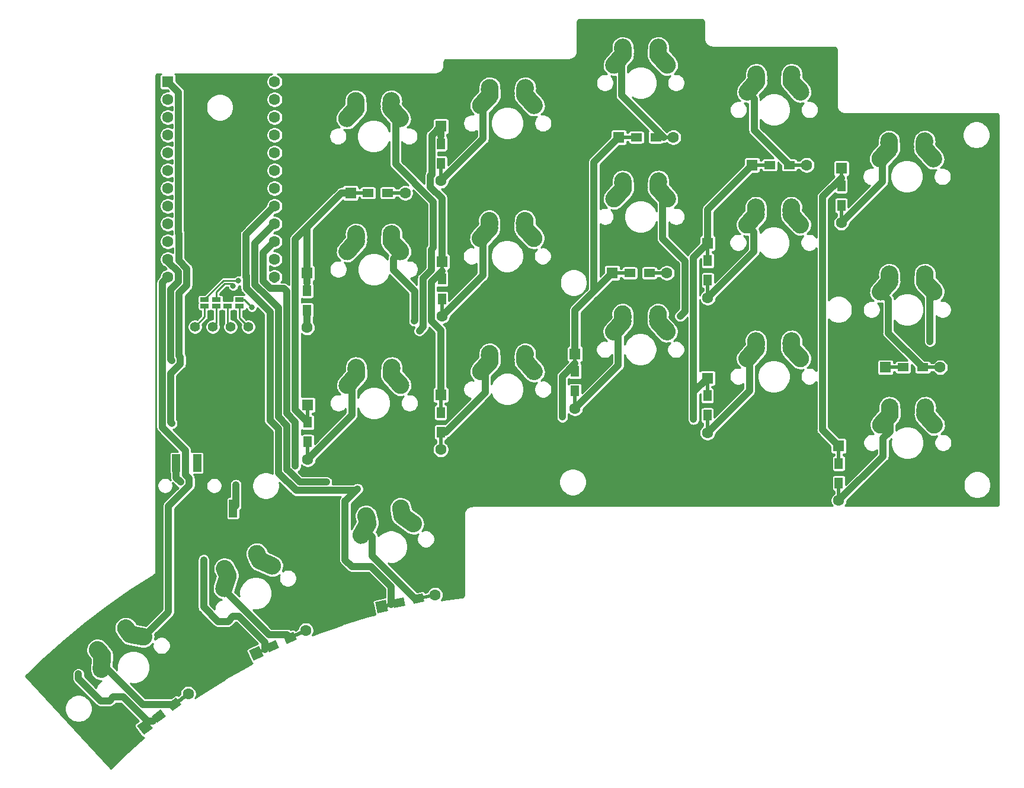
<source format=gbr>
%TF.GenerationSoftware,KiCad,Pcbnew,(5.1.7)-1*%
%TF.CreationDate,2021-04-14T22:27:46+05:30*%
%TF.ProjectId,Pteron56v0,50746572-6f6e-4353-9676-302e6b696361,rev?*%
%TF.SameCoordinates,Original*%
%TF.FileFunction,Copper,L1,Top*%
%TF.FilePolarity,Positive*%
%FSLAX46Y46*%
G04 Gerber Fmt 4.6, Leading zero omitted, Abs format (unit mm)*
G04 Created by KiCad (PCBNEW (5.1.7)-1) date 2021-04-14 22:27:46*
%MOMM*%
%LPD*%
G01*
G04 APERTURE LIST*
%TA.AperFunction,SMDPad,CuDef*%
%ADD10R,2.900000X0.500000*%
%TD*%
%TA.AperFunction,ComponentPad*%
%ADD11R,1.600000X1.600000*%
%TD*%
%TA.AperFunction,ComponentPad*%
%ADD12C,1.600000*%
%TD*%
%TA.AperFunction,SMDPad,CuDef*%
%ADD13R,1.600000X1.200000*%
%TD*%
%TA.AperFunction,SMDPad,CuDef*%
%ADD14R,0.500000X2.900000*%
%TD*%
%TA.AperFunction,SMDPad,CuDef*%
%ADD15R,1.200000X1.600000*%
%TD*%
%TA.AperFunction,ComponentPad*%
%ADD16C,0.100000*%
%TD*%
%TA.AperFunction,SMDPad,CuDef*%
%ADD17C,0.100000*%
%TD*%
%TA.AperFunction,SMDPad,CuDef*%
%ADD18R,1.270000X0.635000*%
%TD*%
%TA.AperFunction,ComponentPad*%
%ADD19C,1.397000*%
%TD*%
%TA.AperFunction,ComponentPad*%
%ADD20C,2.000000*%
%TD*%
%TA.AperFunction,SMDPad,CuDef*%
%ADD21R,1.200000X2.500000*%
%TD*%
%TA.AperFunction,ViaPad*%
%ADD22C,0.800000*%
%TD*%
%TA.AperFunction,Conductor*%
%ADD23C,1.000000*%
%TD*%
%TA.AperFunction,Conductor*%
%ADD24C,0.250000*%
%TD*%
%TA.AperFunction,Conductor*%
%ADD25C,0.254000*%
%TD*%
%TA.AperFunction,Conductor*%
%ADD26C,0.100000*%
%TD*%
G04 APERTURE END LIST*
D10*
%TO.P,D8,1*%
%TO.N,/Col1*%
X195950200Y-86080600D03*
%TO.P,D8,2*%
%TO.N,Net-(D8-Pad2)*%
X200950200Y-86080600D03*
D11*
%TO.P,D8,1*%
%TO.N,/Col1*%
X194550200Y-86080600D03*
D12*
%TO.P,D8,2*%
%TO.N,Net-(D8-Pad2)*%
X202350200Y-86080600D03*
D13*
X199850200Y-86080600D03*
%TO.P,D8,1*%
%TO.N,/Col1*%
X197050200Y-86080600D03*
%TD*%
D14*
%TO.P,D28,1*%
%TO.N,/Col5*%
X111995245Y-92846640D03*
%TO.P,D28,2*%
%TO.N,Net-(D28-Pad2)*%
X111995245Y-97846640D03*
D11*
%TO.P,D28,1*%
%TO.N,/Col5*%
X111995245Y-91446640D03*
D12*
%TO.P,D28,2*%
%TO.N,Net-(D28-Pad2)*%
X111995245Y-99246640D03*
D15*
X111995245Y-96746640D03*
%TO.P,D28,1*%
%TO.N,/Col5*%
X111995245Y-93946640D03*
%TD*%
D14*
%TO.P,D27,1*%
%TO.N,/Col5*%
X111903079Y-73992861D03*
%TO.P,D27,2*%
%TO.N,Net-(D27-Pad2)*%
X111903079Y-78992861D03*
D11*
%TO.P,D27,1*%
%TO.N,/Col5*%
X111903079Y-72592861D03*
D12*
%TO.P,D27,2*%
%TO.N,Net-(D27-Pad2)*%
X111903079Y-80392861D03*
D15*
X111903079Y-77892861D03*
%TO.P,D27,1*%
%TO.N,/Col5*%
X111903079Y-75092861D03*
%TD*%
D10*
%TO.P,D26,1*%
%TO.N,/Col5*%
X119521600Y-61137800D03*
%TO.P,D26,2*%
%TO.N,Net-(D26-Pad2)*%
X124521600Y-61137800D03*
D11*
%TO.P,D26,1*%
%TO.N,/Col5*%
X118121600Y-61137800D03*
D12*
%TO.P,D26,2*%
%TO.N,Net-(D26-Pad2)*%
X125921600Y-61137800D03*
D13*
X123421600Y-61137800D03*
%TO.P,D26,1*%
%TO.N,/Col5*%
X120621600Y-61137800D03*
%TD*%
D14*
%TO.P,D24,1*%
%TO.N,/Col4*%
X131007609Y-91438162D03*
%TO.P,D24,2*%
%TO.N,Net-(D24-Pad2)*%
X131007609Y-96438162D03*
D11*
%TO.P,D24,1*%
%TO.N,/Col4*%
X131007609Y-90038162D03*
D12*
%TO.P,D24,2*%
%TO.N,Net-(D24-Pad2)*%
X131007609Y-97838162D03*
D15*
X131007609Y-95338162D03*
%TO.P,D24,1*%
%TO.N,/Col4*%
X131007609Y-92538162D03*
%TD*%
D14*
%TO.P,D23,1*%
%TO.N,/Col4*%
X131169349Y-72361240D03*
%TO.P,D23,2*%
%TO.N,Net-(D23-Pad2)*%
X131169349Y-77361240D03*
D11*
%TO.P,D23,1*%
%TO.N,/Col4*%
X131169349Y-70961240D03*
D12*
%TO.P,D23,2*%
%TO.N,Net-(D23-Pad2)*%
X131169349Y-78761240D03*
D15*
X131169349Y-76261240D03*
%TO.P,D23,1*%
%TO.N,/Col4*%
X131169349Y-73461240D03*
%TD*%
D14*
%TO.P,D22,1*%
%TO.N,/Col4*%
X131017392Y-53006155D03*
%TO.P,D22,2*%
%TO.N,Net-(D22-Pad2)*%
X131017392Y-58006155D03*
D11*
%TO.P,D22,1*%
%TO.N,/Col4*%
X131017392Y-51606155D03*
D12*
%TO.P,D22,2*%
%TO.N,Net-(D22-Pad2)*%
X131017392Y-59406155D03*
D15*
X131017392Y-56906155D03*
%TO.P,D22,1*%
%TO.N,/Col4*%
X131017392Y-54106155D03*
%TD*%
%TA.AperFunction,ComponentPad*%
D16*
%TO.P,D20,1*%
%TO.N,/Col3*%
G36*
X88882216Y-136380478D02*
G01*
X89856234Y-137649844D01*
X88586868Y-138623862D01*
X87612850Y-137354496D01*
X88882216Y-136380478D01*
G37*
%TD.AperFunction*%
D12*
%TO.P,D20,2*%
%TO.N,Net-(D20-Pad2)*%
X94922698Y-132753830D03*
%TA.AperFunction,SMDPad,CuDef*%
D17*
%TO.P,D20,1*%
%TO.N,/Col3*%
G36*
X90843409Y-135568862D02*
G01*
X91147790Y-135965538D01*
X88847065Y-137730946D01*
X88542684Y-137334270D01*
X90843409Y-135568862D01*
G37*
%TD.AperFunction*%
%TA.AperFunction,SMDPad,CuDef*%
G36*
X90987351Y-135017245D02*
G01*
X91717865Y-135969269D01*
X90448499Y-136943287D01*
X89717985Y-135991263D01*
X90987351Y-135017245D01*
G37*
%TD.AperFunction*%
%TA.AperFunction,SMDPad,CuDef*%
%TO.P,D20,2*%
%TO.N,Net-(D20-Pad2)*%
G36*
X93208741Y-133312713D02*
G01*
X93939255Y-134264737D01*
X92669889Y-135238755D01*
X91939375Y-134286731D01*
X93208741Y-133312713D01*
G37*
%TD.AperFunction*%
%TA.AperFunction,SMDPad,CuDef*%
G36*
X94810175Y-132525054D02*
G01*
X95114556Y-132921730D01*
X92813831Y-134687138D01*
X92509450Y-134290462D01*
X94810175Y-132525054D01*
G37*
%TD.AperFunction*%
%TD*%
D14*
%TO.P,D19,1*%
%TO.N,/Col3*%
X150192403Y-85565988D03*
%TO.P,D19,2*%
%TO.N,Net-(D19-Pad2)*%
X150192403Y-90565988D03*
D11*
%TO.P,D19,1*%
%TO.N,/Col3*%
X150192403Y-84165988D03*
D12*
%TO.P,D19,2*%
%TO.N,Net-(D19-Pad2)*%
X150192403Y-91965988D03*
D15*
X150192403Y-89465988D03*
%TO.P,D19,1*%
%TO.N,/Col3*%
X150192403Y-86665988D03*
%TD*%
D10*
%TO.P,D18,1*%
%TO.N,/Col3*%
X156897700Y-72580500D03*
%TO.P,D18,2*%
%TO.N,Net-(D18-Pad2)*%
X161897700Y-72580500D03*
D11*
%TO.P,D18,1*%
%TO.N,/Col3*%
X155497700Y-72580500D03*
D12*
%TO.P,D18,2*%
%TO.N,Net-(D18-Pad2)*%
X163297700Y-72580500D03*
D13*
X160797700Y-72580500D03*
%TO.P,D18,1*%
%TO.N,/Col3*%
X157997700Y-72580500D03*
%TD*%
D10*
%TO.P,D17,1*%
%TO.N,/Col3*%
X157837500Y-53181250D03*
%TO.P,D17,2*%
%TO.N,Net-(D17-Pad2)*%
X162837500Y-53181250D03*
D11*
%TO.P,D17,1*%
%TO.N,/Col3*%
X156437500Y-53181250D03*
D12*
%TO.P,D17,2*%
%TO.N,Net-(D17-Pad2)*%
X164237500Y-53181250D03*
D13*
X161737500Y-53181250D03*
%TO.P,D17,1*%
%TO.N,/Col3*%
X158937500Y-53181250D03*
%TD*%
%TA.AperFunction,ComponentPad*%
D16*
%TO.P,D15,1*%
%TO.N,/Col2*%
G36*
X105038572Y-125934070D02*
G01*
X105714761Y-127384163D01*
X104264668Y-128060352D01*
X103588479Y-126610259D01*
X105038572Y-125934070D01*
G37*
%TD.AperFunction*%
D12*
%TO.P,D15,2*%
%TO.N,Net-(D15-Pad2)*%
X111720820Y-123700789D03*
%TA.AperFunction,SMDPad,CuDef*%
D17*
%TO.P,D15,1*%
%TO.N,/Col2*%
G36*
X107128943Y-125566173D02*
G01*
X107340252Y-126019326D01*
X104711959Y-127244919D01*
X104500650Y-126791766D01*
X107128943Y-125566173D01*
G37*
%TD.AperFunction*%
%TA.AperFunction,SMDPad,CuDef*%
G36*
X107388864Y-125058787D02*
G01*
X107896006Y-126146356D01*
X106445914Y-126822545D01*
X105938772Y-125734976D01*
X107388864Y-125058787D01*
G37*
%TD.AperFunction*%
%TA.AperFunction,SMDPad,CuDef*%
%TO.P,D15,2*%
%TO.N,Net-(D15-Pad2)*%
G36*
X109926526Y-123875455D02*
G01*
X110433668Y-124963024D01*
X108983576Y-125639213D01*
X108476434Y-124551644D01*
X109926526Y-123875455D01*
G37*
%TD.AperFunction*%
%TA.AperFunction,SMDPad,CuDef*%
G36*
X111660481Y-123453081D02*
G01*
X111871790Y-123906234D01*
X109243497Y-125131827D01*
X109032188Y-124678674D01*
X111660481Y-123453081D01*
G37*
%TD.AperFunction*%
%TD*%
D14*
%TO.P,D14,1*%
%TO.N,/Col2*%
X169116409Y-89031959D03*
%TO.P,D14,2*%
%TO.N,Net-(D14-Pad2)*%
X169116409Y-94031959D03*
D11*
%TO.P,D14,1*%
%TO.N,/Col2*%
X169116409Y-87631959D03*
D12*
%TO.P,D14,2*%
%TO.N,Net-(D14-Pad2)*%
X169116409Y-95431959D03*
D15*
X169116409Y-92931959D03*
%TO.P,D14,1*%
%TO.N,/Col2*%
X169116409Y-90131959D03*
%TD*%
D14*
%TO.P,D13,1*%
%TO.N,/Col2*%
X169145564Y-69725398D03*
%TO.P,D13,2*%
%TO.N,Net-(D13-Pad2)*%
X169145564Y-74725398D03*
D11*
%TO.P,D13,1*%
%TO.N,/Col2*%
X169145564Y-68325398D03*
D12*
%TO.P,D13,2*%
%TO.N,Net-(D13-Pad2)*%
X169145564Y-76125398D03*
D15*
X169145564Y-73625398D03*
%TO.P,D13,1*%
%TO.N,/Col2*%
X169145564Y-70825398D03*
%TD*%
D10*
%TO.P,D12,1*%
%TO.N,/Col2*%
X176887500Y-57150000D03*
%TO.P,D12,2*%
%TO.N,Net-(D12-Pad2)*%
X181887500Y-57150000D03*
D11*
%TO.P,D12,1*%
%TO.N,/Col2*%
X175487500Y-57150000D03*
D12*
%TO.P,D12,2*%
%TO.N,Net-(D12-Pad2)*%
X183287500Y-57150000D03*
D13*
X180787500Y-57150000D03*
%TO.P,D12,1*%
%TO.N,/Col2*%
X177987500Y-57150000D03*
%TD*%
%TA.AperFunction,ComponentPad*%
D16*
%TO.P,D10,1*%
%TO.N,/Col1*%
G36*
X123183111Y-119343586D02*
G01*
X123529414Y-120905659D01*
X121967341Y-121251962D01*
X121621038Y-119689889D01*
X123183111Y-119343586D01*
G37*
%TD.AperFunction*%
D12*
%TO.P,D10,2*%
%TO.N,Net-(D10-Pad2)*%
X130190334Y-118609546D03*
%TA.AperFunction,SMDPad,CuDef*%
D17*
%TO.P,D10,1*%
%TO.N,/Col1*%
G36*
X125303559Y-119436848D02*
G01*
X125411779Y-119924996D01*
X122580521Y-120552670D01*
X122472301Y-120064522D01*
X125303559Y-119436848D01*
G37*
%TD.AperFunction*%
%TA.AperFunction,SMDPad,CuDef*%
G36*
X125667139Y-118997746D02*
G01*
X125926867Y-120169301D01*
X124364793Y-120515604D01*
X124105065Y-119344049D01*
X125667139Y-118997746D01*
G37*
%TD.AperFunction*%
%TA.AperFunction,SMDPad,CuDef*%
%TO.P,D10,2*%
%TO.N,Net-(D10-Pad2)*%
G36*
X128400767Y-118391716D02*
G01*
X128660495Y-119563271D01*
X127098421Y-119909574D01*
X126838693Y-118738019D01*
X128400767Y-118391716D01*
G37*
%TD.AperFunction*%
%TA.AperFunction,SMDPad,CuDef*%
G36*
X130185039Y-118354650D02*
G01*
X130293259Y-118842798D01*
X127462001Y-119470472D01*
X127353781Y-118982324D01*
X130185039Y-118354650D01*
G37*
%TD.AperFunction*%
%TD*%
D14*
%TO.P,D9,1*%
%TO.N,/Col1*%
X187873952Y-98716766D03*
%TO.P,D9,2*%
%TO.N,Net-(D9-Pad2)*%
X187873952Y-103716766D03*
D11*
%TO.P,D9,1*%
%TO.N,/Col1*%
X187873952Y-97316766D03*
D12*
%TO.P,D9,2*%
%TO.N,Net-(D9-Pad2)*%
X187873952Y-105116766D03*
D15*
X187873952Y-102616766D03*
%TO.P,D9,1*%
%TO.N,/Col1*%
X187873952Y-99816766D03*
%TD*%
D14*
%TO.P,D7,1*%
%TO.N,/Col1*%
X188223421Y-59016973D03*
%TO.P,D7,2*%
%TO.N,Net-(D7-Pad2)*%
X188223421Y-64016973D03*
D11*
%TO.P,D7,1*%
%TO.N,/Col1*%
X188223421Y-57616973D03*
D12*
%TO.P,D7,2*%
%TO.N,Net-(D7-Pad2)*%
X188223421Y-65416973D03*
D15*
X188223421Y-62916973D03*
%TO.P,D7,1*%
%TO.N,/Col1*%
X188223421Y-60116973D03*
%TD*%
D18*
%TO.P,JP4,2*%
%TO.N,Net-(J3-Pad4)*%
X97282000Y-77284580D03*
%TO.P,JP4,1*%
%TO.N,SDA*%
X97282000Y-76385420D03*
%TD*%
%TO.P,JP3,2*%
%TO.N,Net-(J3-Pad3)*%
X98933000Y-77284580D03*
%TO.P,JP3,1*%
%TO.N,SCL*%
X98933000Y-76385420D03*
%TD*%
%TO.P,JP2,2*%
%TO.N,Net-(J3-Pad2)*%
X100584000Y-77284580D03*
%TO.P,JP2,1*%
%TO.N,VCC*%
X100584000Y-76385420D03*
%TD*%
%TO.P,JP1,2*%
%TO.N,Net-(J3-Pad1)*%
X102235000Y-77284580D03*
%TO.P,JP1,1*%
%TO.N,GND*%
X102235000Y-76385420D03*
%TD*%
D19*
%TO.P,J3,4*%
%TO.N,Net-(J3-Pad4)*%
X95885000Y-80264000D03*
%TO.P,J3,3*%
%TO.N,Net-(J3-Pad3)*%
X98425000Y-80264000D03*
%TO.P,J3,2*%
%TO.N,Net-(J3-Pad2)*%
X100965000Y-80264000D03*
%TO.P,J3,1*%
%TO.N,Net-(J3-Pad1)*%
X103505000Y-80264000D03*
%TD*%
D12*
%TO.P,U1,24*%
%TO.N,N/C*%
X107264200Y-45224700D03*
%TO.P,U1,23*%
X107264200Y-47764700D03*
%TO.P,U1,22*%
X107264200Y-50304700D03*
%TO.P,U1,21*%
X107264200Y-52844700D03*
%TO.P,U1,20*%
X107264200Y-55384700D03*
%TO.P,U1,19*%
X107264200Y-57924700D03*
%TO.P,U1,18*%
X107264200Y-60464700D03*
%TO.P,U1,17*%
%TO.N,/Col1*%
X107264200Y-63004700D03*
%TO.P,U1,16*%
%TO.N,/Col2*%
X107264200Y-65544700D03*
%TO.P,U1,15*%
%TO.N,/Col3*%
X107264200Y-68084700D03*
%TO.P,U1,14*%
%TO.N,/Col4*%
X107264200Y-70624700D03*
%TO.P,U1,13*%
%TO.N,/Col5*%
X107264200Y-73164700D03*
%TO.P,U1,12*%
%TO.N,/Row4*%
X92024200Y-73164700D03*
%TO.P,U1,11*%
%TO.N,/Row3*%
X92024200Y-70624700D03*
%TO.P,U1,10*%
%TO.N,/Row1*%
X92024200Y-68084700D03*
%TO.P,U1,9*%
%TO.N,/Row2*%
X92024200Y-65544700D03*
%TO.P,U1,8*%
%TO.N,N/C*%
X92024200Y-63004700D03*
%TO.P,U1,7*%
X92024200Y-60464700D03*
%TO.P,U1,6*%
%TO.N,SCL*%
X92024200Y-57924700D03*
%TO.P,U1,5*%
%TO.N,SDA*%
X92024200Y-55384700D03*
%TO.P,U1,4*%
%TO.N,N/C*%
X92024200Y-52844700D03*
%TO.P,U1,3*%
X92024200Y-50304700D03*
%TO.P,U1,2*%
X92024200Y-47764700D03*
D11*
%TO.P,U1,1*%
%TO.N,/Serial*%
X92024200Y-45224700D03*
%TD*%
%TO.P,SW17,1*%
%TO.N,/Row1*%
%TA.AperFunction,SMDPad,CuDef*%
G36*
G01*
X162975918Y-40553992D02*
X164285908Y-42014000D01*
G75*
G02*
X164190310Y-43779180I-930389J-834791D01*
G01*
X164190310Y-43779180D01*
G75*
G02*
X162425130Y-43683582I-834791J930389D01*
G01*
X161115140Y-42223574D01*
G75*
G02*
X161210738Y-40458394I930389J834791D01*
G01*
X161210738Y-40458394D01*
G75*
G02*
X162975918Y-40553992I834791J-930389D01*
G01*
G37*
%TD.AperFunction*%
%TO.P,SW17,2*%
%TO.N,Net-(D17-Pad2)*%
%TA.AperFunction,SMDPad,CuDef*%
G36*
G01*
X155798568Y-40975983D02*
X155758487Y-40394786D01*
G75*
G02*
X156919526Y-39061749I1247038J85999D01*
G01*
X156919526Y-39061749D01*
G75*
G02*
X158252563Y-40222788I85999J-1247038D01*
G01*
X158292561Y-40802788D01*
G75*
G02*
X157131522Y-42135825I-1247038J-85999D01*
G01*
X157131522Y-42135825D01*
G75*
G02*
X155798485Y-40974786I-85999J1247038D01*
G01*
G37*
%TD.AperFunction*%
%TA.AperFunction,SMDPad,CuDef*%
G36*
G01*
X157975908Y-42223574D02*
X156665918Y-43683582D01*
G75*
G02*
X154900738Y-43779180I-930389J834791D01*
G01*
X154900738Y-43779180D01*
G75*
G02*
X154805140Y-42014000I834791J930389D01*
G01*
X156115130Y-40553992D01*
G75*
G02*
X157880310Y-40458394I930389J-834791D01*
G01*
X157880310Y-40458394D01*
G75*
G02*
X157975908Y-42223574I-834791J-930389D01*
G01*
G37*
%TD.AperFunction*%
D20*
X157005524Y-40308787D03*
X157045524Y-40888787D03*
%TO.P,SW17,1*%
%TO.N,/Row1*%
X163355524Y-42848787D03*
X162045524Y-41388787D03*
%TO.P,SW17,2*%
%TO.N,Net-(D17-Pad2)*%
X155735524Y-42848787D03*
X157045524Y-41388787D03*
%TO.P,SW17,1*%
%TO.N,/Row1*%
X162085524Y-40308787D03*
X162045524Y-40888787D03*
%TA.AperFunction,SMDPad,CuDef*%
G36*
G01*
X160798570Y-40801591D02*
X160838485Y-40222788D01*
G75*
G02*
X162171522Y-39061749I1247038J-85999D01*
G01*
X162171522Y-39061749D01*
G75*
G02*
X163332561Y-40394786I-85999J-1247038D01*
G01*
X163292563Y-40974786D01*
G75*
G02*
X161959526Y-42135825I-1247038J85999D01*
G01*
X161959526Y-42135825D01*
G75*
G02*
X160798487Y-40802788I85999J1247038D01*
G01*
G37*
%TD.AperFunction*%
%TD*%
D21*
%TO.P,J1,R2*%
%TO.N,/Serial*%
X93218000Y-99747000D03*
%TO.P,J1,R1*%
%TO.N,N/C*%
X96218000Y-99747000D03*
%TO.P,J1,T*%
%TO.N,VCC*%
X100218000Y-99747000D03*
%TO.P,J1,S*%
%TO.N,GND*%
X101318000Y-106247000D03*
%TD*%
%TO.P,SW28,1*%
%TO.N,/Row3*%
%TA.AperFunction,SMDPad,CuDef*%
G36*
G01*
X124887648Y-86350240D02*
X126197638Y-87810248D01*
G75*
G02*
X126102040Y-89575428I-930389J-834791D01*
G01*
X126102040Y-89575428D01*
G75*
G02*
X124336860Y-89479830I-834791J930389D01*
G01*
X123026870Y-88019822D01*
G75*
G02*
X123122468Y-86254642I930389J834791D01*
G01*
X123122468Y-86254642D01*
G75*
G02*
X124887648Y-86350240I834791J-930389D01*
G01*
G37*
%TD.AperFunction*%
%TO.P,SW28,2*%
%TO.N,Net-(D28-Pad2)*%
%TA.AperFunction,SMDPad,CuDef*%
G36*
G01*
X117710298Y-86772231D02*
X117670217Y-86191034D01*
G75*
G02*
X118831256Y-84857997I1247038J85999D01*
G01*
X118831256Y-84857997D01*
G75*
G02*
X120164293Y-86019036I85999J-1247038D01*
G01*
X120204291Y-86599036D01*
G75*
G02*
X119043252Y-87932073I-1247038J-85999D01*
G01*
X119043252Y-87932073D01*
G75*
G02*
X117710215Y-86771034I-85999J1247038D01*
G01*
G37*
%TD.AperFunction*%
%TA.AperFunction,SMDPad,CuDef*%
G36*
G01*
X119887638Y-88019822D02*
X118577648Y-89479830D01*
G75*
G02*
X116812468Y-89575428I-930389J834791D01*
G01*
X116812468Y-89575428D01*
G75*
G02*
X116716870Y-87810248I834791J930389D01*
G01*
X118026860Y-86350240D01*
G75*
G02*
X119792040Y-86254642I930389J-834791D01*
G01*
X119792040Y-86254642D01*
G75*
G02*
X119887638Y-88019822I-834791J-930389D01*
G01*
G37*
%TD.AperFunction*%
D20*
X118917254Y-86105035D03*
X118957254Y-86685035D03*
%TO.P,SW28,1*%
%TO.N,/Row3*%
X125267254Y-88645035D03*
X123957254Y-87185035D03*
%TO.P,SW28,2*%
%TO.N,Net-(D28-Pad2)*%
X117647254Y-88645035D03*
X118957254Y-87185035D03*
%TO.P,SW28,1*%
%TO.N,/Row3*%
X123997254Y-86105035D03*
X123957254Y-86685035D03*
%TA.AperFunction,SMDPad,CuDef*%
G36*
G01*
X122710300Y-86597839D02*
X122750215Y-86019036D01*
G75*
G02*
X124083252Y-84857997I1247038J-85999D01*
G01*
X124083252Y-84857997D01*
G75*
G02*
X125244291Y-86191034I-85999J-1247038D01*
G01*
X125204293Y-86771034D01*
G75*
G02*
X123871256Y-87932073I-1247038J85999D01*
G01*
X123871256Y-87932073D01*
G75*
G02*
X122710217Y-86599036I85999J1247038D01*
G01*
G37*
%TD.AperFunction*%
%TD*%
%TO.P,SW27,1*%
%TO.N,/Row2*%
%TA.AperFunction,SMDPad,CuDef*%
G36*
G01*
X124868269Y-67224790D02*
X126178259Y-68684798D01*
G75*
G02*
X126082661Y-70449978I-930389J-834791D01*
G01*
X126082661Y-70449978D01*
G75*
G02*
X124317481Y-70354380I-834791J930389D01*
G01*
X123007491Y-68894372D01*
G75*
G02*
X123103089Y-67129192I930389J834791D01*
G01*
X123103089Y-67129192D01*
G75*
G02*
X124868269Y-67224790I834791J-930389D01*
G01*
G37*
%TD.AperFunction*%
%TO.P,SW27,2*%
%TO.N,Net-(D27-Pad2)*%
%TA.AperFunction,SMDPad,CuDef*%
G36*
G01*
X117690919Y-67646781D02*
X117650838Y-67065584D01*
G75*
G02*
X118811877Y-65732547I1247038J85999D01*
G01*
X118811877Y-65732547D01*
G75*
G02*
X120144914Y-66893586I85999J-1247038D01*
G01*
X120184912Y-67473586D01*
G75*
G02*
X119023873Y-68806623I-1247038J-85999D01*
G01*
X119023873Y-68806623D01*
G75*
G02*
X117690836Y-67645584I-85999J1247038D01*
G01*
G37*
%TD.AperFunction*%
%TA.AperFunction,SMDPad,CuDef*%
G36*
G01*
X119868259Y-68894372D02*
X118558269Y-70354380D01*
G75*
G02*
X116793089Y-70449978I-930389J834791D01*
G01*
X116793089Y-70449978D01*
G75*
G02*
X116697491Y-68684798I834791J930389D01*
G01*
X118007481Y-67224790D01*
G75*
G02*
X119772661Y-67129192I930389J-834791D01*
G01*
X119772661Y-67129192D01*
G75*
G02*
X119868259Y-68894372I-834791J-930389D01*
G01*
G37*
%TD.AperFunction*%
X118897875Y-66979585D03*
X118937875Y-67559585D03*
%TO.P,SW27,1*%
%TO.N,/Row2*%
X125247875Y-69519585D03*
X123937875Y-68059585D03*
%TO.P,SW27,2*%
%TO.N,Net-(D27-Pad2)*%
X117627875Y-69519585D03*
X118937875Y-68059585D03*
%TO.P,SW27,1*%
%TO.N,/Row2*%
X123977875Y-66979585D03*
X123937875Y-67559585D03*
%TA.AperFunction,SMDPad,CuDef*%
G36*
G01*
X122690921Y-67472389D02*
X122730836Y-66893586D01*
G75*
G02*
X124063873Y-65732547I1247038J-85999D01*
G01*
X124063873Y-65732547D01*
G75*
G02*
X125224912Y-67065584I-85999J-1247038D01*
G01*
X125184914Y-67645584D01*
G75*
G02*
X123851877Y-68806623I-1247038J85999D01*
G01*
X123851877Y-68806623D01*
G75*
G02*
X122690838Y-67473586I85999J1247038D01*
G01*
G37*
%TD.AperFunction*%
%TD*%
%TO.P,SW26,1*%
%TO.N,/Row1*%
%TA.AperFunction,SMDPad,CuDef*%
G36*
G01*
X124824626Y-48189895D02*
X126134616Y-49649903D01*
G75*
G02*
X126039018Y-51415083I-930389J-834791D01*
G01*
X126039018Y-51415083D01*
G75*
G02*
X124273838Y-51319485I-834791J930389D01*
G01*
X122963848Y-49859477D01*
G75*
G02*
X123059446Y-48094297I930389J834791D01*
G01*
X123059446Y-48094297D01*
G75*
G02*
X124824626Y-48189895I834791J-930389D01*
G01*
G37*
%TD.AperFunction*%
%TO.P,SW26,2*%
%TO.N,Net-(D26-Pad2)*%
%TA.AperFunction,SMDPad,CuDef*%
G36*
G01*
X117647276Y-48611886D02*
X117607195Y-48030689D01*
G75*
G02*
X118768234Y-46697652I1247038J85999D01*
G01*
X118768234Y-46697652D01*
G75*
G02*
X120101271Y-47858691I85999J-1247038D01*
G01*
X120141269Y-48438691D01*
G75*
G02*
X118980230Y-49771728I-1247038J-85999D01*
G01*
X118980230Y-49771728D01*
G75*
G02*
X117647193Y-48610689I-85999J1247038D01*
G01*
G37*
%TD.AperFunction*%
%TA.AperFunction,SMDPad,CuDef*%
G36*
G01*
X119824616Y-49859477D02*
X118514626Y-51319485D01*
G75*
G02*
X116749446Y-51415083I-930389J834791D01*
G01*
X116749446Y-51415083D01*
G75*
G02*
X116653848Y-49649903I834791J930389D01*
G01*
X117963838Y-48189895D01*
G75*
G02*
X119729018Y-48094297I930389J-834791D01*
G01*
X119729018Y-48094297D01*
G75*
G02*
X119824616Y-49859477I-834791J-930389D01*
G01*
G37*
%TD.AperFunction*%
X118854232Y-47944690D03*
X118894232Y-48524690D03*
%TO.P,SW26,1*%
%TO.N,/Row1*%
X125204232Y-50484690D03*
X123894232Y-49024690D03*
%TO.P,SW26,2*%
%TO.N,Net-(D26-Pad2)*%
X117584232Y-50484690D03*
X118894232Y-49024690D03*
%TO.P,SW26,1*%
%TO.N,/Row1*%
X123934232Y-47944690D03*
X123894232Y-48524690D03*
%TA.AperFunction,SMDPad,CuDef*%
G36*
G01*
X122647278Y-48437494D02*
X122687193Y-47858691D01*
G75*
G02*
X124020230Y-46697652I1247038J-85999D01*
G01*
X124020230Y-46697652D01*
G75*
G02*
X125181269Y-48030689I-85999J-1247038D01*
G01*
X125141271Y-48610689D01*
G75*
G02*
X123808234Y-49771728I-1247038J85999D01*
G01*
X123808234Y-49771728D01*
G75*
G02*
X122647195Y-48438691I85999J1247038D01*
G01*
G37*
%TD.AperFunction*%
%TD*%
%TO.P,SW24,1*%
%TO.N,/Row3*%
%TA.AperFunction,SMDPad,CuDef*%
G36*
G01*
X143955053Y-84374165D02*
X145265043Y-85834173D01*
G75*
G02*
X145169445Y-87599353I-930389J-834791D01*
G01*
X145169445Y-87599353D01*
G75*
G02*
X143404265Y-87503755I-834791J930389D01*
G01*
X142094275Y-86043747D01*
G75*
G02*
X142189873Y-84278567I930389J834791D01*
G01*
X142189873Y-84278567D01*
G75*
G02*
X143955053Y-84374165I834791J-930389D01*
G01*
G37*
%TD.AperFunction*%
%TO.P,SW24,2*%
%TO.N,Net-(D24-Pad2)*%
%TA.AperFunction,SMDPad,CuDef*%
G36*
G01*
X136777703Y-84796156D02*
X136737622Y-84214959D01*
G75*
G02*
X137898661Y-82881922I1247038J85999D01*
G01*
X137898661Y-82881922D01*
G75*
G02*
X139231698Y-84042961I85999J-1247038D01*
G01*
X139271696Y-84622961D01*
G75*
G02*
X138110657Y-85955998I-1247038J-85999D01*
G01*
X138110657Y-85955998D01*
G75*
G02*
X136777620Y-84794959I-85999J1247038D01*
G01*
G37*
%TD.AperFunction*%
%TA.AperFunction,SMDPad,CuDef*%
G36*
G01*
X138955043Y-86043747D02*
X137645053Y-87503755D01*
G75*
G02*
X135879873Y-87599353I-930389J834791D01*
G01*
X135879873Y-87599353D01*
G75*
G02*
X135784275Y-85834173I834791J930389D01*
G01*
X137094265Y-84374165D01*
G75*
G02*
X138859445Y-84278567I930389J-834791D01*
G01*
X138859445Y-84278567D01*
G75*
G02*
X138955043Y-86043747I-834791J-930389D01*
G01*
G37*
%TD.AperFunction*%
X137984659Y-84128960D03*
X138024659Y-84708960D03*
%TO.P,SW24,1*%
%TO.N,/Row3*%
X144334659Y-86668960D03*
X143024659Y-85208960D03*
%TO.P,SW24,2*%
%TO.N,Net-(D24-Pad2)*%
X136714659Y-86668960D03*
X138024659Y-85208960D03*
%TO.P,SW24,1*%
%TO.N,/Row3*%
X143064659Y-84128960D03*
X143024659Y-84708960D03*
%TA.AperFunction,SMDPad,CuDef*%
G36*
G01*
X141777705Y-84621764D02*
X141817620Y-84042961D01*
G75*
G02*
X143150657Y-82881922I1247038J-85999D01*
G01*
X143150657Y-82881922D01*
G75*
G02*
X144311696Y-84214959I-85999J-1247038D01*
G01*
X144271698Y-84794959D01*
G75*
G02*
X142938661Y-85955998I-1247038J85999D01*
G01*
X142938661Y-85955998D01*
G75*
G02*
X141777622Y-84622961I85999J1247038D01*
G01*
G37*
%TD.AperFunction*%
%TD*%
%TO.P,SW23,1*%
%TO.N,/Row2*%
%TA.AperFunction,SMDPad,CuDef*%
G36*
G01*
X143911409Y-65339269D02*
X145221399Y-66799277D01*
G75*
G02*
X145125801Y-68564457I-930389J-834791D01*
G01*
X145125801Y-68564457D01*
G75*
G02*
X143360621Y-68468859I-834791J930389D01*
G01*
X142050631Y-67008851D01*
G75*
G02*
X142146229Y-65243671I930389J834791D01*
G01*
X142146229Y-65243671D01*
G75*
G02*
X143911409Y-65339269I834791J-930389D01*
G01*
G37*
%TD.AperFunction*%
%TO.P,SW23,2*%
%TO.N,Net-(D23-Pad2)*%
%TA.AperFunction,SMDPad,CuDef*%
G36*
G01*
X136734059Y-65761260D02*
X136693978Y-65180063D01*
G75*
G02*
X137855017Y-63847026I1247038J85999D01*
G01*
X137855017Y-63847026D01*
G75*
G02*
X139188054Y-65008065I85999J-1247038D01*
G01*
X139228052Y-65588065D01*
G75*
G02*
X138067013Y-66921102I-1247038J-85999D01*
G01*
X138067013Y-66921102D01*
G75*
G02*
X136733976Y-65760063I-85999J1247038D01*
G01*
G37*
%TD.AperFunction*%
%TA.AperFunction,SMDPad,CuDef*%
G36*
G01*
X138911399Y-67008851D02*
X137601409Y-68468859D01*
G75*
G02*
X135836229Y-68564457I-930389J834791D01*
G01*
X135836229Y-68564457D01*
G75*
G02*
X135740631Y-66799277I834791J930389D01*
G01*
X137050621Y-65339269D01*
G75*
G02*
X138815801Y-65243671I930389J-834791D01*
G01*
X138815801Y-65243671D01*
G75*
G02*
X138911399Y-67008851I-834791J-930389D01*
G01*
G37*
%TD.AperFunction*%
X137941015Y-65094064D03*
X137981015Y-65674064D03*
%TO.P,SW23,1*%
%TO.N,/Row2*%
X144291015Y-67634064D03*
X142981015Y-66174064D03*
%TO.P,SW23,2*%
%TO.N,Net-(D23-Pad2)*%
X136671015Y-67634064D03*
X137981015Y-66174064D03*
%TO.P,SW23,1*%
%TO.N,/Row2*%
X143021015Y-65094064D03*
X142981015Y-65674064D03*
%TA.AperFunction,SMDPad,CuDef*%
G36*
G01*
X141734061Y-65586868D02*
X141773976Y-65008065D01*
G75*
G02*
X143107013Y-63847026I1247038J-85999D01*
G01*
X143107013Y-63847026D01*
G75*
G02*
X144268052Y-65180063I-85999J-1247038D01*
G01*
X144228054Y-65760063D01*
G75*
G02*
X142895017Y-66921102I-1247038J85999D01*
G01*
X142895017Y-66921102D01*
G75*
G02*
X141733978Y-65588065I85999J1247038D01*
G01*
G37*
%TD.AperFunction*%
%TD*%
%TO.P,SW22,1*%
%TO.N,/Row1*%
%TA.AperFunction,SMDPad,CuDef*%
G36*
G01*
X143958320Y-46328643D02*
X145268310Y-47788651D01*
G75*
G02*
X145172712Y-49553831I-930389J-834791D01*
G01*
X145172712Y-49553831D01*
G75*
G02*
X143407532Y-49458233I-834791J930389D01*
G01*
X142097542Y-47998225D01*
G75*
G02*
X142193140Y-46233045I930389J834791D01*
G01*
X142193140Y-46233045D01*
G75*
G02*
X143958320Y-46328643I834791J-930389D01*
G01*
G37*
%TD.AperFunction*%
%TO.P,SW22,2*%
%TO.N,Net-(D22-Pad2)*%
%TA.AperFunction,SMDPad,CuDef*%
G36*
G01*
X136780970Y-46750634D02*
X136740889Y-46169437D01*
G75*
G02*
X137901928Y-44836400I1247038J85999D01*
G01*
X137901928Y-44836400D01*
G75*
G02*
X139234965Y-45997439I85999J-1247038D01*
G01*
X139274963Y-46577439D01*
G75*
G02*
X138113924Y-47910476I-1247038J-85999D01*
G01*
X138113924Y-47910476D01*
G75*
G02*
X136780887Y-46749437I-85999J1247038D01*
G01*
G37*
%TD.AperFunction*%
%TA.AperFunction,SMDPad,CuDef*%
G36*
G01*
X138958310Y-47998225D02*
X137648320Y-49458233D01*
G75*
G02*
X135883140Y-49553831I-930389J834791D01*
G01*
X135883140Y-49553831D01*
G75*
G02*
X135787542Y-47788651I834791J930389D01*
G01*
X137097532Y-46328643D01*
G75*
G02*
X138862712Y-46233045I930389J-834791D01*
G01*
X138862712Y-46233045D01*
G75*
G02*
X138958310Y-47998225I-834791J-930389D01*
G01*
G37*
%TD.AperFunction*%
X137987926Y-46083438D03*
X138027926Y-46663438D03*
%TO.P,SW22,1*%
%TO.N,/Row1*%
X144337926Y-48623438D03*
X143027926Y-47163438D03*
%TO.P,SW22,2*%
%TO.N,Net-(D22-Pad2)*%
X136717926Y-48623438D03*
X138027926Y-47163438D03*
%TO.P,SW22,1*%
%TO.N,/Row1*%
X143067926Y-46083438D03*
X143027926Y-46663438D03*
%TA.AperFunction,SMDPad,CuDef*%
G36*
G01*
X141780972Y-46576242D02*
X141820887Y-45997439D01*
G75*
G02*
X143153924Y-44836400I1247038J-85999D01*
G01*
X143153924Y-44836400D01*
G75*
G02*
X144314963Y-46169437I-85999J-1247038D01*
G01*
X144274965Y-46749437D01*
G75*
G02*
X142941928Y-47910476I-1247038J85999D01*
G01*
X142941928Y-47910476D01*
G75*
G02*
X141780889Y-46577439I85999J1247038D01*
G01*
G37*
%TD.AperFunction*%
%TD*%
%TO.P,SW20,1*%
%TO.N,/Row4*%
%TA.AperFunction,SMDPad,CuDef*%
G36*
G01*
X86852733Y-123023857D02*
X88780815Y-123384687D01*
G75*
G02*
X89779545Y-124843295I-229939J-1228669D01*
G01*
X89779545Y-124843295D01*
G75*
G02*
X88320937Y-125842025I-1228669J229939D01*
G01*
X86392855Y-125481195D01*
G75*
G02*
X85394125Y-124022587I229939J1228669D01*
G01*
X85394125Y-124022587D01*
G75*
G02*
X86852733Y-123023857I1228669J-229939D01*
G01*
G37*
%TD.AperFunction*%
%TO.P,SW20,2*%
%TO.N,Net-(D20-Pad2)*%
%TA.AperFunction,SMDPad,CuDef*%
G36*
G01*
X81415449Y-127727938D02*
X81029841Y-127291243D01*
G75*
G02*
X81139454Y-125526878I936989J827376D01*
G01*
X81139454Y-125526878D01*
G75*
G02*
X82903819Y-125636491I827376J-936989D01*
G01*
X83288633Y-126072287D01*
G75*
G02*
X83179020Y-127836652I-936989J-827376D01*
G01*
X83179020Y-127836652D01*
G75*
G02*
X81414655Y-127727039I-827376J936989D01*
G01*
G37*
%TD.AperFunction*%
%TA.AperFunction,SMDPad,CuDef*%
G36*
G01*
X83902335Y-127392238D02*
X83751847Y-129348012D01*
G75*
G02*
X82409632Y-130498429I-1246316J95899D01*
G01*
X82409632Y-130498429D01*
G75*
G02*
X81259215Y-129156214I95899J1246316D01*
G01*
X81409703Y-127200440D01*
G75*
G02*
X82751918Y-126050023I1246316J-95899D01*
G01*
X82751918Y-126050023D01*
G75*
G02*
X83902335Y-127392238I-95899J-1246316D01*
G01*
G37*
%TD.AperFunction*%
X81966829Y-126463868D03*
X82351645Y-126899663D03*
%TO.P,SW20,1*%
%TO.N,/Row4*%
X88550877Y-124613350D03*
X86622793Y-124252532D03*
%TO.P,SW20,2*%
%TO.N,Net-(D20-Pad2)*%
X82505525Y-129252113D03*
X82656026Y-127296339D03*
%TO.P,SW20,1*%
%TO.N,/Row4*%
X85997064Y-123371360D03*
X86318412Y-123855855D03*
%TA.AperFunction,SMDPad,CuDef*%
G36*
G01*
X85277261Y-124547594D02*
X84955368Y-124062283D01*
G75*
G02*
X85306141Y-122329666I1041695J690922D01*
G01*
X85306141Y-122329666D01*
G75*
G02*
X87038758Y-122680439I690922J-1041695D01*
G01*
X87360108Y-123164933D01*
G75*
G02*
X87009335Y-124897550I-1041695J-690922D01*
G01*
X87009335Y-124897550D01*
G75*
G02*
X85276718Y-124546777I-690922J1041695D01*
G01*
G37*
%TD.AperFunction*%
%TD*%
%TO.P,SW19,1*%
%TO.N,/Row3*%
%TA.AperFunction,SMDPad,CuDef*%
G36*
G01*
X162948385Y-78690070D02*
X164258375Y-80150078D01*
G75*
G02*
X164162777Y-81915258I-930389J-834791D01*
G01*
X164162777Y-81915258D01*
G75*
G02*
X162397597Y-81819660I-834791J930389D01*
G01*
X161087607Y-80359652D01*
G75*
G02*
X161183205Y-78594472I930389J834791D01*
G01*
X161183205Y-78594472D01*
G75*
G02*
X162948385Y-78690070I834791J-930389D01*
G01*
G37*
%TD.AperFunction*%
%TO.P,SW19,2*%
%TO.N,Net-(D19-Pad2)*%
%TA.AperFunction,SMDPad,CuDef*%
G36*
G01*
X155771035Y-79112061D02*
X155730954Y-78530864D01*
G75*
G02*
X156891993Y-77197827I1247038J85999D01*
G01*
X156891993Y-77197827D01*
G75*
G02*
X158225030Y-78358866I85999J-1247038D01*
G01*
X158265028Y-78938866D01*
G75*
G02*
X157103989Y-80271903I-1247038J-85999D01*
G01*
X157103989Y-80271903D01*
G75*
G02*
X155770952Y-79110864I-85999J1247038D01*
G01*
G37*
%TD.AperFunction*%
%TA.AperFunction,SMDPad,CuDef*%
G36*
G01*
X157948375Y-80359652D02*
X156638385Y-81819660D01*
G75*
G02*
X154873205Y-81915258I-930389J834791D01*
G01*
X154873205Y-81915258D01*
G75*
G02*
X154777607Y-80150078I834791J930389D01*
G01*
X156087597Y-78690070D01*
G75*
G02*
X157852777Y-78594472I930389J-834791D01*
G01*
X157852777Y-78594472D01*
G75*
G02*
X157948375Y-80359652I-834791J-930389D01*
G01*
G37*
%TD.AperFunction*%
X156977991Y-78444865D03*
X157017991Y-79024865D03*
%TO.P,SW19,1*%
%TO.N,/Row3*%
X163327991Y-80984865D03*
X162017991Y-79524865D03*
%TO.P,SW19,2*%
%TO.N,Net-(D19-Pad2)*%
X155707991Y-80984865D03*
X157017991Y-79524865D03*
%TO.P,SW19,1*%
%TO.N,/Row3*%
X162057991Y-78444865D03*
X162017991Y-79024865D03*
%TA.AperFunction,SMDPad,CuDef*%
G36*
G01*
X160771037Y-78937669D02*
X160810952Y-78358866D01*
G75*
G02*
X162143989Y-77197827I1247038J-85999D01*
G01*
X162143989Y-77197827D01*
G75*
G02*
X163305028Y-78530864I-85999J-1247038D01*
G01*
X163265030Y-79110864D01*
G75*
G02*
X161931993Y-80271903I-1247038J85999D01*
G01*
X161931993Y-80271903D01*
G75*
G02*
X160770954Y-78938866I85999J1247038D01*
G01*
G37*
%TD.AperFunction*%
%TD*%
%TO.P,SW18,1*%
%TO.N,/Row2*%
%TA.AperFunction,SMDPad,CuDef*%
G36*
G01*
X162995302Y-59679442D02*
X164305292Y-61139450D01*
G75*
G02*
X164209694Y-62904630I-930389J-834791D01*
G01*
X164209694Y-62904630D01*
G75*
G02*
X162444514Y-62809032I-834791J930389D01*
G01*
X161134524Y-61349024D01*
G75*
G02*
X161230122Y-59583844I930389J834791D01*
G01*
X161230122Y-59583844D01*
G75*
G02*
X162995302Y-59679442I834791J-930389D01*
G01*
G37*
%TD.AperFunction*%
%TO.P,SW18,2*%
%TO.N,Net-(D18-Pad2)*%
%TA.AperFunction,SMDPad,CuDef*%
G36*
G01*
X155817952Y-60101433D02*
X155777871Y-59520236D01*
G75*
G02*
X156938910Y-58187199I1247038J85999D01*
G01*
X156938910Y-58187199D01*
G75*
G02*
X158271947Y-59348238I85999J-1247038D01*
G01*
X158311945Y-59928238D01*
G75*
G02*
X157150906Y-61261275I-1247038J-85999D01*
G01*
X157150906Y-61261275D01*
G75*
G02*
X155817869Y-60100236I-85999J1247038D01*
G01*
G37*
%TD.AperFunction*%
%TA.AperFunction,SMDPad,CuDef*%
G36*
G01*
X157995292Y-61349024D02*
X156685302Y-62809032D01*
G75*
G02*
X154920122Y-62904630I-930389J834791D01*
G01*
X154920122Y-62904630D01*
G75*
G02*
X154824524Y-61139450I834791J930389D01*
G01*
X156134514Y-59679442D01*
G75*
G02*
X157899694Y-59583844I930389J-834791D01*
G01*
X157899694Y-59583844D01*
G75*
G02*
X157995292Y-61349024I-834791J-930389D01*
G01*
G37*
%TD.AperFunction*%
X157024908Y-59434237D03*
X157064908Y-60014237D03*
%TO.P,SW18,1*%
%TO.N,/Row2*%
X163374908Y-61974237D03*
X162064908Y-60514237D03*
%TO.P,SW18,2*%
%TO.N,Net-(D18-Pad2)*%
X155754908Y-61974237D03*
X157064908Y-60514237D03*
%TO.P,SW18,1*%
%TO.N,/Row2*%
X162104908Y-59434237D03*
X162064908Y-60014237D03*
%TA.AperFunction,SMDPad,CuDef*%
G36*
G01*
X160817954Y-59927041D02*
X160857869Y-59348238D01*
G75*
G02*
X162190906Y-58187199I1247038J-85999D01*
G01*
X162190906Y-58187199D01*
G75*
G02*
X163351945Y-59520236I-85999J-1247038D01*
G01*
X163311947Y-60100236D01*
G75*
G02*
X161978910Y-61261275I-1247038J85999D01*
G01*
X161978910Y-61261275D01*
G75*
G02*
X160817871Y-59928238I85999J1247038D01*
G01*
G37*
%TD.AperFunction*%
%TD*%
%TO.P,SW15,1*%
%TO.N,/Row4*%
%TA.AperFunction,SMDPad,CuDef*%
G36*
G01*
X105623560Y-112562970D02*
X107427842Y-113332562D01*
G75*
G02*
X108087198Y-114972760I-490421J-1149777D01*
G01*
X108087198Y-114972760D01*
G75*
G02*
X106447000Y-115632116I-1149777J490421D01*
G01*
X104642718Y-114862524D01*
G75*
G02*
X103983362Y-113222326I490421J1149777D01*
G01*
X103983362Y-113222326D01*
G75*
G02*
X105623560Y-112562970I1149777J-490421D01*
G01*
G37*
%TD.AperFunction*%
%TO.P,SW15,2*%
%TO.N,Net-(D15-Pad2)*%
%TA.AperFunction,SMDPad,CuDef*%
G36*
G01*
X99297014Y-115978703D02*
X99015063Y-115468899D01*
G75*
G02*
X99503957Y-113770081I1093856J604962D01*
G01*
X99503957Y-113770081D01*
G75*
G02*
X101202775Y-114258975I604962J-1093856D01*
G01*
X101484145Y-114767729D01*
G75*
G02*
X100995251Y-116466547I-1093856J-604962D01*
G01*
X100995251Y-116466547D01*
G75*
G02*
X99296433Y-115977653I-604962J1093856D01*
G01*
G37*
%TD.AperFunction*%
%TA.AperFunction,SMDPad,CuDef*%
G36*
G01*
X101797609Y-116189220D02*
X101227381Y-118066064D01*
G75*
G02*
X99667986Y-118898703I-1196017J363378D01*
G01*
X99667986Y-118898703D01*
G75*
G02*
X98835347Y-117339308I363378J1196017D01*
G01*
X99405575Y-115462464D01*
G75*
G02*
X100964970Y-114629825I1196017J-363378D01*
G01*
X100964970Y-114629825D01*
G75*
G02*
X101797609Y-116189220I-363378J-1196017D01*
G01*
G37*
%TD.AperFunction*%
X100108918Y-114863937D03*
X100390289Y-115372691D03*
%TO.P,SW15,1*%
%TO.N,/Row4*%
X106937423Y-114482333D03*
X105133137Y-113712753D03*
%TO.P,SW15,2*%
%TO.N,Net-(D15-Pad2)*%
X100031358Y-117702684D03*
X100601598Y-115825845D03*
%TO.P,SW15,1*%
%TO.N,/Row4*%
X104712962Y-112717036D03*
X104921828Y-113259599D03*
%TA.AperFunction,SMDPad,CuDef*%
G36*
G01*
X103755637Y-113709595D02*
X103546416Y-113166117D01*
G75*
G02*
X104263881Y-111550492I1166545J449080D01*
G01*
X104263881Y-111550492D01*
G75*
G02*
X105879506Y-112267957I449080J-1166545D01*
G01*
X106088374Y-112810519D01*
G75*
G02*
X105370909Y-114426144I-1166545J-449080D01*
G01*
X105370909Y-114426144D01*
G75*
G02*
X103755284Y-113708679I-449080J1166545D01*
G01*
G37*
%TD.AperFunction*%
%TD*%
%TO.P,SW14,1*%
%TO.N,/Row3*%
%TA.AperFunction,SMDPad,CuDef*%
G36*
G01*
X182008818Y-82535553D02*
X183318808Y-83995561D01*
G75*
G02*
X183223210Y-85760741I-930389J-834791D01*
G01*
X183223210Y-85760741D01*
G75*
G02*
X181458030Y-85665143I-834791J930389D01*
G01*
X180148040Y-84205135D01*
G75*
G02*
X180243638Y-82439955I930389J834791D01*
G01*
X180243638Y-82439955D01*
G75*
G02*
X182008818Y-82535553I834791J-930389D01*
G01*
G37*
%TD.AperFunction*%
%TO.P,SW14,2*%
%TO.N,Net-(D14-Pad2)*%
%TA.AperFunction,SMDPad,CuDef*%
G36*
G01*
X174831468Y-82957544D02*
X174791387Y-82376347D01*
G75*
G02*
X175952426Y-81043310I1247038J85999D01*
G01*
X175952426Y-81043310D01*
G75*
G02*
X177285463Y-82204349I85999J-1247038D01*
G01*
X177325461Y-82784349D01*
G75*
G02*
X176164422Y-84117386I-1247038J-85999D01*
G01*
X176164422Y-84117386D01*
G75*
G02*
X174831385Y-82956347I-85999J1247038D01*
G01*
G37*
%TD.AperFunction*%
%TA.AperFunction,SMDPad,CuDef*%
G36*
G01*
X177008808Y-84205135D02*
X175698818Y-85665143D01*
G75*
G02*
X173933638Y-85760741I-930389J834791D01*
G01*
X173933638Y-85760741D01*
G75*
G02*
X173838040Y-83995561I834791J930389D01*
G01*
X175148030Y-82535553D01*
G75*
G02*
X176913210Y-82439955I930389J-834791D01*
G01*
X176913210Y-82439955D01*
G75*
G02*
X177008808Y-84205135I-834791J-930389D01*
G01*
G37*
%TD.AperFunction*%
X176038424Y-82290348D03*
X176078424Y-82870348D03*
%TO.P,SW14,1*%
%TO.N,/Row3*%
X182388424Y-84830348D03*
X181078424Y-83370348D03*
%TO.P,SW14,2*%
%TO.N,Net-(D14-Pad2)*%
X174768424Y-84830348D03*
X176078424Y-83370348D03*
%TO.P,SW14,1*%
%TO.N,/Row3*%
X181118424Y-82290348D03*
X181078424Y-82870348D03*
%TA.AperFunction,SMDPad,CuDef*%
G36*
G01*
X179831470Y-82783152D02*
X179871385Y-82204349D01*
G75*
G02*
X181204422Y-81043310I1247038J-85999D01*
G01*
X181204422Y-81043310D01*
G75*
G02*
X182365461Y-82376347I-85999J-1247038D01*
G01*
X182325463Y-82956347D01*
G75*
G02*
X180992426Y-84117386I-1247038J85999D01*
G01*
X180992426Y-84117386D01*
G75*
G02*
X179831387Y-82784349I85999J1247038D01*
G01*
G37*
%TD.AperFunction*%
%TD*%
%TO.P,SW13,1*%
%TO.N,/Row2*%
%TA.AperFunction,SMDPad,CuDef*%
G36*
G01*
X181989444Y-63410107D02*
X183299434Y-64870115D01*
G75*
G02*
X183203836Y-66635295I-930389J-834791D01*
G01*
X183203836Y-66635295D01*
G75*
G02*
X181438656Y-66539697I-834791J930389D01*
G01*
X180128666Y-65079689D01*
G75*
G02*
X180224264Y-63314509I930389J834791D01*
G01*
X180224264Y-63314509D01*
G75*
G02*
X181989444Y-63410107I834791J-930389D01*
G01*
G37*
%TD.AperFunction*%
%TO.P,SW13,2*%
%TO.N,Net-(D13-Pad2)*%
%TA.AperFunction,SMDPad,CuDef*%
G36*
G01*
X174812094Y-63832098D02*
X174772013Y-63250901D01*
G75*
G02*
X175933052Y-61917864I1247038J85999D01*
G01*
X175933052Y-61917864D01*
G75*
G02*
X177266089Y-63078903I85999J-1247038D01*
G01*
X177306087Y-63658903D01*
G75*
G02*
X176145048Y-64991940I-1247038J-85999D01*
G01*
X176145048Y-64991940D01*
G75*
G02*
X174812011Y-63830901I-85999J1247038D01*
G01*
G37*
%TD.AperFunction*%
%TA.AperFunction,SMDPad,CuDef*%
G36*
G01*
X176989434Y-65079689D02*
X175679444Y-66539697D01*
G75*
G02*
X173914264Y-66635295I-930389J834791D01*
G01*
X173914264Y-66635295D01*
G75*
G02*
X173818666Y-64870115I834791J930389D01*
G01*
X175128656Y-63410107D01*
G75*
G02*
X176893836Y-63314509I930389J-834791D01*
G01*
X176893836Y-63314509D01*
G75*
G02*
X176989434Y-65079689I-834791J-930389D01*
G01*
G37*
%TD.AperFunction*%
X176019050Y-63164902D03*
X176059050Y-63744902D03*
%TO.P,SW13,1*%
%TO.N,/Row2*%
X182369050Y-65704902D03*
X181059050Y-64244902D03*
%TO.P,SW13,2*%
%TO.N,Net-(D13-Pad2)*%
X174749050Y-65704902D03*
X176059050Y-64244902D03*
%TO.P,SW13,1*%
%TO.N,/Row2*%
X181099050Y-63164902D03*
X181059050Y-63744902D03*
%TA.AperFunction,SMDPad,CuDef*%
G36*
G01*
X179812096Y-63657706D02*
X179852011Y-63078903D01*
G75*
G02*
X181185048Y-61917864I1247038J-85999D01*
G01*
X181185048Y-61917864D01*
G75*
G02*
X182346087Y-63250901I-85999J-1247038D01*
G01*
X182306089Y-63830901D01*
G75*
G02*
X180973052Y-64991940I-1247038J85999D01*
G01*
X180973052Y-64991940D01*
G75*
G02*
X179812013Y-63658903I85999J1247038D01*
G01*
G37*
%TD.AperFunction*%
%TD*%
%TO.P,SW12,1*%
%TO.N,/Row1*%
%TA.AperFunction,SMDPad,CuDef*%
G36*
G01*
X182036354Y-44399480D02*
X183346344Y-45859488D01*
G75*
G02*
X183250746Y-47624668I-930389J-834791D01*
G01*
X183250746Y-47624668D01*
G75*
G02*
X181485566Y-47529070I-834791J930389D01*
G01*
X180175576Y-46069062D01*
G75*
G02*
X180271174Y-44303882I930389J834791D01*
G01*
X180271174Y-44303882D01*
G75*
G02*
X182036354Y-44399480I834791J-930389D01*
G01*
G37*
%TD.AperFunction*%
%TO.P,SW12,2*%
%TO.N,Net-(D12-Pad2)*%
%TA.AperFunction,SMDPad,CuDef*%
G36*
G01*
X174859004Y-44821471D02*
X174818923Y-44240274D01*
G75*
G02*
X175979962Y-42907237I1247038J85999D01*
G01*
X175979962Y-42907237D01*
G75*
G02*
X177312999Y-44068276I85999J-1247038D01*
G01*
X177352997Y-44648276D01*
G75*
G02*
X176191958Y-45981313I-1247038J-85999D01*
G01*
X176191958Y-45981313D01*
G75*
G02*
X174858921Y-44820274I-85999J1247038D01*
G01*
G37*
%TD.AperFunction*%
%TA.AperFunction,SMDPad,CuDef*%
G36*
G01*
X177036344Y-46069062D02*
X175726354Y-47529070D01*
G75*
G02*
X173961174Y-47624668I-930389J834791D01*
G01*
X173961174Y-47624668D01*
G75*
G02*
X173865576Y-45859488I834791J930389D01*
G01*
X175175566Y-44399480D01*
G75*
G02*
X176940746Y-44303882I930389J-834791D01*
G01*
X176940746Y-44303882D01*
G75*
G02*
X177036344Y-46069062I-834791J-930389D01*
G01*
G37*
%TD.AperFunction*%
X176065960Y-44154275D03*
X176105960Y-44734275D03*
%TO.P,SW12,1*%
%TO.N,/Row1*%
X182415960Y-46694275D03*
X181105960Y-45234275D03*
%TO.P,SW12,2*%
%TO.N,Net-(D12-Pad2)*%
X174795960Y-46694275D03*
X176105960Y-45234275D03*
%TO.P,SW12,1*%
%TO.N,/Row1*%
X181145960Y-44154275D03*
X181105960Y-44734275D03*
%TA.AperFunction,SMDPad,CuDef*%
G36*
G01*
X179859006Y-44647079D02*
X179898921Y-44068276D01*
G75*
G02*
X181231958Y-42907237I1247038J-85999D01*
G01*
X181231958Y-42907237D01*
G75*
G02*
X182392997Y-44240274I-85999J-1247038D01*
G01*
X182352999Y-44820274D01*
G75*
G02*
X181019962Y-45981313I-1247038J85999D01*
G01*
X181019962Y-45981313D01*
G75*
G02*
X179858923Y-44648276I85999J1247038D01*
G01*
G37*
%TD.AperFunction*%
%TD*%
%TO.P,SW10,1*%
%TO.N,/Row4*%
%TA.AperFunction,SMDPad,CuDef*%
G36*
G01*
X126211268Y-106275927D02*
X127806210Y-107417793D01*
G75*
G02*
X128094932Y-109161823I-727654J-1016376D01*
G01*
X128094932Y-109161823D01*
G75*
G02*
X126350902Y-109450545I-1016376J727654D01*
G01*
X124755960Y-108308679D01*
G75*
G02*
X124467238Y-106564649I727654J1016376D01*
G01*
X124467238Y-106564649D01*
G75*
G02*
X126211268Y-106275927I1016376J-727654D01*
G01*
G37*
%TD.AperFunction*%
%TO.P,SW10,2*%
%TO.N,Net-(D10-Pad2)*%
%TA.AperFunction,SMDPad,CuDef*%
G36*
G01*
X119295385Y-108241377D02*
X119130459Y-107682633D01*
G75*
G02*
X119975455Y-106129899I1198865J353869D01*
G01*
X119975455Y-106129899D01*
G75*
G02*
X121528189Y-106974895I353869J-1198865D01*
G01*
X121692775Y-107532489D01*
G75*
G02*
X120847779Y-109085223I-1198865J-353869D01*
G01*
X120847779Y-109085223D01*
G75*
G02*
X119295045Y-108240227I-353869J1198865D01*
G01*
G37*
%TD.AperFunction*%
%TA.AperFunction,SMDPad,CuDef*%
G36*
G01*
X121691143Y-108988133D02*
X120728207Y-110697067D01*
G75*
G02*
X119025560Y-111172454I-1089017J613630D01*
G01*
X119025560Y-111172454D01*
G75*
G02*
X118550173Y-109469807I613630J1089017D01*
G01*
X119513109Y-107760873D01*
G75*
G02*
X121215756Y-107285486I1089017J-613630D01*
G01*
X121215756Y-107285486D01*
G75*
G02*
X121691143Y-108988133I-613630J-1089017D01*
G01*
G37*
%TD.AperFunction*%
X120329324Y-107328764D03*
X120493911Y-107886358D03*
%TO.P,SW10,1*%
%TO.N,/Row4*%
X127078560Y-108434164D03*
X125483611Y-107292308D03*
%TO.P,SW10,2*%
%TO.N,Net-(D10-Pad2)*%
X119639185Y-110083434D03*
X120602131Y-108374506D03*
%TO.P,SW10,1*%
%TO.N,/Row4*%
X125288908Y-106229251D03*
X125375391Y-106804160D03*
%TA.AperFunction,SMDPad,CuDef*%
G36*
G01*
X124139447Y-106991079D02*
X124052814Y-106415198D01*
G75*
G02*
X125102958Y-104993158I1236092J185948D01*
G01*
X125102958Y-104993158D01*
G75*
G02*
X126524998Y-106043302I185948J-1236092D01*
G01*
X126611484Y-106618212D01*
G75*
G02*
X125561340Y-108040252I-1236092J-185948D01*
G01*
X125561340Y-108040252D01*
G75*
G02*
X124139300Y-106990108I-185948J1236092D01*
G01*
G37*
%TD.AperFunction*%
%TD*%
%TO.P,SW9,1*%
%TO.N,/Row3*%
%TA.AperFunction,SMDPad,CuDef*%
G36*
G01*
X201110817Y-92021496D02*
X202420807Y-93481504D01*
G75*
G02*
X202325209Y-95246684I-930389J-834791D01*
G01*
X202325209Y-95246684D01*
G75*
G02*
X200560029Y-95151086I-834791J930389D01*
G01*
X199250039Y-93691078D01*
G75*
G02*
X199345637Y-91925898I930389J834791D01*
G01*
X199345637Y-91925898D01*
G75*
G02*
X201110817Y-92021496I834791J-930389D01*
G01*
G37*
%TD.AperFunction*%
%TO.P,SW9,2*%
%TO.N,Net-(D9-Pad2)*%
%TA.AperFunction,SMDPad,CuDef*%
G36*
G01*
X193933467Y-92443487D02*
X193893386Y-91862290D01*
G75*
G02*
X195054425Y-90529253I1247038J85999D01*
G01*
X195054425Y-90529253D01*
G75*
G02*
X196387462Y-91690292I85999J-1247038D01*
G01*
X196427460Y-92270292D01*
G75*
G02*
X195266421Y-93603329I-1247038J-85999D01*
G01*
X195266421Y-93603329D01*
G75*
G02*
X193933384Y-92442290I-85999J1247038D01*
G01*
G37*
%TD.AperFunction*%
%TA.AperFunction,SMDPad,CuDef*%
G36*
G01*
X196110807Y-93691078D02*
X194800817Y-95151086D01*
G75*
G02*
X193035637Y-95246684I-930389J834791D01*
G01*
X193035637Y-95246684D01*
G75*
G02*
X192940039Y-93481504I834791J930389D01*
G01*
X194250029Y-92021496D01*
G75*
G02*
X196015209Y-91925898I930389J-834791D01*
G01*
X196015209Y-91925898D01*
G75*
G02*
X196110807Y-93691078I-834791J-930389D01*
G01*
G37*
%TD.AperFunction*%
X195140423Y-91776291D03*
X195180423Y-92356291D03*
%TO.P,SW9,1*%
%TO.N,/Row3*%
X201490423Y-94316291D03*
X200180423Y-92856291D03*
%TO.P,SW9,2*%
%TO.N,Net-(D9-Pad2)*%
X193870423Y-94316291D03*
X195180423Y-92856291D03*
%TO.P,SW9,1*%
%TO.N,/Row3*%
X200220423Y-91776291D03*
X200180423Y-92356291D03*
%TA.AperFunction,SMDPad,CuDef*%
G36*
G01*
X198933469Y-92269095D02*
X198973384Y-91690292D01*
G75*
G02*
X200306421Y-90529253I1247038J-85999D01*
G01*
X200306421Y-90529253D01*
G75*
G02*
X201467460Y-91862290I-85999J-1247038D01*
G01*
X201427462Y-92442290D01*
G75*
G02*
X200094425Y-93603329I-1247038J85999D01*
G01*
X200094425Y-93603329D01*
G75*
G02*
X198933386Y-92270292I85999J1247038D01*
G01*
G37*
%TD.AperFunction*%
%TD*%
%TO.P,SW8,1*%
%TO.N,/Row2*%
%TA.AperFunction,SMDPad,CuDef*%
G36*
G01*
X201067175Y-72986596D02*
X202377165Y-74446604D01*
G75*
G02*
X202281567Y-76211784I-930389J-834791D01*
G01*
X202281567Y-76211784D01*
G75*
G02*
X200516387Y-76116186I-834791J930389D01*
G01*
X199206397Y-74656178D01*
G75*
G02*
X199301995Y-72890998I930389J834791D01*
G01*
X199301995Y-72890998D01*
G75*
G02*
X201067175Y-72986596I834791J-930389D01*
G01*
G37*
%TD.AperFunction*%
%TO.P,SW8,2*%
%TO.N,Net-(D8-Pad2)*%
%TA.AperFunction,SMDPad,CuDef*%
G36*
G01*
X193889825Y-73408587D02*
X193849744Y-72827390D01*
G75*
G02*
X195010783Y-71494353I1247038J85999D01*
G01*
X195010783Y-71494353D01*
G75*
G02*
X196343820Y-72655392I85999J-1247038D01*
G01*
X196383818Y-73235392D01*
G75*
G02*
X195222779Y-74568429I-1247038J-85999D01*
G01*
X195222779Y-74568429D01*
G75*
G02*
X193889742Y-73407390I-85999J1247038D01*
G01*
G37*
%TD.AperFunction*%
%TA.AperFunction,SMDPad,CuDef*%
G36*
G01*
X196067165Y-74656178D02*
X194757175Y-76116186D01*
G75*
G02*
X192991995Y-76211784I-930389J834791D01*
G01*
X192991995Y-76211784D01*
G75*
G02*
X192896397Y-74446604I834791J930389D01*
G01*
X194206387Y-72986596D01*
G75*
G02*
X195971567Y-72890998I930389J-834791D01*
G01*
X195971567Y-72890998D01*
G75*
G02*
X196067165Y-74656178I-834791J-930389D01*
G01*
G37*
%TD.AperFunction*%
X195096781Y-72741391D03*
X195136781Y-73321391D03*
%TO.P,SW8,1*%
%TO.N,/Row2*%
X201446781Y-75281391D03*
X200136781Y-73821391D03*
%TO.P,SW8,2*%
%TO.N,Net-(D8-Pad2)*%
X193826781Y-75281391D03*
X195136781Y-73821391D03*
%TO.P,SW8,1*%
%TO.N,/Row2*%
X200176781Y-72741391D03*
X200136781Y-73321391D03*
%TA.AperFunction,SMDPad,CuDef*%
G36*
G01*
X198889827Y-73234195D02*
X198929742Y-72655392D01*
G75*
G02*
X200262779Y-71494353I1247038J-85999D01*
G01*
X200262779Y-71494353D01*
G75*
G02*
X201423818Y-72827390I-85999J-1247038D01*
G01*
X201383820Y-73407390D01*
G75*
G02*
X200050783Y-74568429I-1247038J85999D01*
G01*
X200050783Y-74568429D01*
G75*
G02*
X198889744Y-73235392I85999J1247038D01*
G01*
G37*
%TD.AperFunction*%
%TD*%
%TO.P,SW7,1*%
%TO.N,/Row1*%
%TA.AperFunction,SMDPad,CuDef*%
G36*
G01*
X201023527Y-53951695D02*
X202333517Y-55411703D01*
G75*
G02*
X202237919Y-57176883I-930389J-834791D01*
G01*
X202237919Y-57176883D01*
G75*
G02*
X200472739Y-57081285I-834791J930389D01*
G01*
X199162749Y-55621277D01*
G75*
G02*
X199258347Y-53856097I930389J834791D01*
G01*
X199258347Y-53856097D01*
G75*
G02*
X201023527Y-53951695I834791J-930389D01*
G01*
G37*
%TD.AperFunction*%
%TO.P,SW7,2*%
%TO.N,Net-(D7-Pad2)*%
%TA.AperFunction,SMDPad,CuDef*%
G36*
G01*
X193846177Y-54373686D02*
X193806096Y-53792489D01*
G75*
G02*
X194967135Y-52459452I1247038J85999D01*
G01*
X194967135Y-52459452D01*
G75*
G02*
X196300172Y-53620491I85999J-1247038D01*
G01*
X196340170Y-54200491D01*
G75*
G02*
X195179131Y-55533528I-1247038J-85999D01*
G01*
X195179131Y-55533528D01*
G75*
G02*
X193846094Y-54372489I-85999J1247038D01*
G01*
G37*
%TD.AperFunction*%
%TA.AperFunction,SMDPad,CuDef*%
G36*
G01*
X196023517Y-55621277D02*
X194713527Y-57081285D01*
G75*
G02*
X192948347Y-57176883I-930389J834791D01*
G01*
X192948347Y-57176883D01*
G75*
G02*
X192852749Y-55411703I834791J930389D01*
G01*
X194162739Y-53951695D01*
G75*
G02*
X195927919Y-53856097I930389J-834791D01*
G01*
X195927919Y-53856097D01*
G75*
G02*
X196023517Y-55621277I-834791J-930389D01*
G01*
G37*
%TD.AperFunction*%
X195053133Y-53706490D03*
X195093133Y-54286490D03*
%TO.P,SW7,1*%
%TO.N,/Row1*%
X201403133Y-56246490D03*
X200093133Y-54786490D03*
%TO.P,SW7,2*%
%TO.N,Net-(D7-Pad2)*%
X193783133Y-56246490D03*
X195093133Y-54786490D03*
%TO.P,SW7,1*%
%TO.N,/Row1*%
X200133133Y-53706490D03*
X200093133Y-54286490D03*
%TA.AperFunction,SMDPad,CuDef*%
G36*
G01*
X198846179Y-54199294D02*
X198886094Y-53620491D01*
G75*
G02*
X200219131Y-52459452I1247038J-85999D01*
G01*
X200219131Y-52459452D01*
G75*
G02*
X201380170Y-53792489I-85999J-1247038D01*
G01*
X201340172Y-54372489D01*
G75*
G02*
X200007135Y-55533528I-1247038J85999D01*
G01*
X200007135Y-55533528D01*
G75*
G02*
X198846096Y-54200491I85999J1247038D01*
G01*
G37*
%TD.AperFunction*%
%TD*%
D22*
%TO.N,/Col1*%
X185545699Y-87250301D03*
X119113300Y-103466900D03*
%TO.N,/Col2*%
X97142300Y-113614200D03*
X167119300Y-93510100D03*
X114681000Y-102489000D03*
%TO.N,/Col3*%
X148386800Y-93192600D03*
X110236000Y-100190300D03*
X79248000Y-129921000D03*
%TO.N,/Row1*%
X127939800Y-80848200D03*
%TO.N,/Row2*%
X200914000Y-82372200D03*
X165201600Y-78758692D03*
X127215900Y-79425800D03*
%TO.N,/Row3*%
X92583000Y-85090000D03*
%TO.N,/Serial*%
X93853000Y-102489000D03*
X92583000Y-94107000D03*
%TO.N,VCC*%
X100330000Y-103505000D03*
X100203000Y-75184000D03*
X99568000Y-71628000D03*
%TO.N,GND*%
X101727000Y-102870000D03*
X104013000Y-77470000D03*
%TO.N,SCL*%
X101346000Y-74422000D03*
%TO.N,SDA*%
X102108000Y-73660000D03*
%TD*%
D23*
%TO.N,/Col1*%
X185545699Y-94988513D02*
X187873952Y-97316766D01*
X188223421Y-59016973D02*
X185545699Y-61694695D01*
X185545699Y-87250301D02*
X185545699Y-94988513D01*
X185545699Y-61694695D02*
X185545699Y-87250301D01*
X107264200Y-63004700D02*
X103174800Y-67094100D01*
X103174800Y-72974200D02*
X103238582Y-73037982D01*
X103174800Y-67094100D02*
X103174800Y-72974200D01*
X123942040Y-117456046D02*
X123942040Y-119994759D01*
X121039994Y-114554000D02*
X123942040Y-117456046D01*
X117349044Y-113606105D02*
X118296939Y-114554000D01*
X117349044Y-105153807D02*
X117349044Y-113606105D01*
X118296939Y-114554000D02*
X121039994Y-114554000D01*
X119113300Y-103466900D02*
X117426393Y-105153807D01*
X118548010Y-103689010D02*
X118719600Y-103860600D01*
X118719600Y-103860600D02*
X119113300Y-103466900D01*
X107835980Y-94878585D02*
X107835981Y-101184421D01*
X110340570Y-103689010D02*
X118548010Y-103689010D01*
X106610572Y-78125214D02*
X106610573Y-93653178D01*
X103238582Y-74753224D02*
X106610572Y-78125214D01*
X103238582Y-73266582D02*
X103238582Y-74753224D01*
X103174800Y-73202800D02*
X103238582Y-73266582D01*
X107835981Y-101184421D02*
X110340570Y-103689010D01*
X106610573Y-93653178D02*
X107835980Y-94878585D01*
X103174800Y-72974200D02*
X103174800Y-73202800D01*
%TO.N,Net-(D7-Pad2)*%
X194113134Y-59527260D02*
X188223421Y-65416973D01*
X194113134Y-56576491D02*
X194113134Y-59527260D01*
X193783133Y-56246490D02*
X194113134Y-56576491D01*
%TO.N,Net-(D8-Pad2)*%
X194942880Y-81173280D02*
X199850200Y-86080600D01*
X194942880Y-76397490D02*
X194942880Y-81173280D01*
X193826781Y-75281391D02*
X194942880Y-76397490D01*
%TO.N,Net-(D9-Pad2)*%
X194200424Y-98790294D02*
X187873952Y-105116766D01*
X194200424Y-96223176D02*
X194200424Y-98790294D01*
X195180423Y-95243177D02*
X194200424Y-96223176D01*
X195180423Y-92856291D02*
X195180423Y-95243177D01*
%TO.N,Net-(D10-Pad2)*%
X121214728Y-113031664D02*
X127333709Y-119150645D01*
X127333709Y-119150645D02*
X127749594Y-119150645D01*
X121214728Y-110323040D02*
X121214728Y-113031664D01*
X120120658Y-109228970D02*
X121214728Y-110323040D01*
%TO.N,/Col2*%
X97142300Y-120370593D02*
X97142300Y-113614200D01*
X167119300Y-89629068D02*
X169116409Y-87631959D01*
X167119300Y-93510100D02*
X167119300Y-89629068D01*
X167119300Y-70351662D02*
X169145564Y-68325398D01*
X167119300Y-89629068D02*
X167119300Y-70351662D01*
X169145564Y-63491936D02*
X169145564Y-68325398D01*
X175487500Y-57150000D02*
X169145564Y-63491936D01*
X105920451Y-126405546D02*
X105920451Y-125441184D01*
X105920451Y-125441184D02*
X102145267Y-121666000D01*
X102145267Y-121666000D02*
X101346000Y-121666000D01*
X100590354Y-122421646D02*
X99193354Y-122421646D01*
X101346000Y-121666000D02*
X100590354Y-122421646D01*
X99193354Y-122421646D02*
X97142300Y-120370593D01*
X110837630Y-102489000D02*
X114681000Y-102489000D01*
X109393815Y-101045185D02*
X110837630Y-102489000D01*
X104438590Y-68370310D02*
X107264200Y-65544700D01*
X104438591Y-74256163D02*
X104438590Y-68370310D01*
X106229009Y-76003009D02*
X106185437Y-76003009D01*
X107810582Y-93156117D02*
X107810582Y-77584582D01*
X107810582Y-77584582D02*
X106229009Y-76003009D01*
X109035990Y-94381525D02*
X107810582Y-93156117D01*
X109035990Y-100687360D02*
X109035990Y-94381525D01*
X106185437Y-76003009D02*
X104438591Y-74256163D01*
X109393815Y-101045185D02*
X109035990Y-100687360D01*
%TO.N,Net-(D12-Pad2)*%
X175795959Y-52158459D02*
X180787500Y-57150000D01*
X175795959Y-47694274D02*
X175795959Y-52158459D01*
X174795960Y-46694275D02*
X175795959Y-47694274D01*
%TO.N,Net-(D13-Pad2)*%
X175749049Y-69521913D02*
X169145564Y-76125398D01*
X175749049Y-66704901D02*
X175749049Y-69521913D01*
X174749050Y-65704902D02*
X175749049Y-66704901D01*
%TO.N,Net-(D14-Pad2)*%
X175098425Y-89449943D02*
X169116409Y-95431959D01*
X175098425Y-85160349D02*
X175098425Y-89449943D01*
X174768424Y-84830348D02*
X175098425Y-85160349D01*
%TO.N,Net-(D15-Pad2)*%
X109003559Y-124305842D02*
X109455051Y-124757334D01*
X106482179Y-124305842D02*
X109003559Y-124305842D01*
X100601598Y-118425261D02*
X106482179Y-124305842D01*
X100601598Y-115825845D02*
X100601598Y-118425261D01*
D24*
%TO.N,/Col3*%
X155709909Y-72368291D02*
X155497700Y-72580500D01*
D23*
X150192403Y-77885797D02*
X150192403Y-84165988D01*
X148386800Y-87371591D02*
X148386800Y-93192600D01*
X150192403Y-85565988D02*
X148386800Y-87371591D01*
X152884907Y-75193293D02*
X152583600Y-75494600D01*
X152884907Y-56733843D02*
X152884907Y-75193293D01*
X156437500Y-53181250D02*
X152884907Y-56733843D01*
X152583600Y-75494600D02*
X150192403Y-77885797D01*
X155497700Y-72580500D02*
X152583600Y-75494600D01*
X110236000Y-99631500D02*
X110236000Y-100190300D01*
X79248000Y-129921000D02*
X79248000Y-130612139D01*
X89845237Y-136649904D02*
X89092466Y-136649904D01*
X89092466Y-136649904D02*
X85665562Y-133223000D01*
X85665562Y-133223000D02*
X84229579Y-133223000D01*
X84229579Y-133223000D02*
X83693510Y-133759069D01*
X83693510Y-133759069D02*
X82394931Y-133759069D01*
X79248000Y-130612139D02*
X82394931Y-133759069D01*
X109010590Y-75228590D02*
X109010591Y-92659056D01*
X108585000Y-74803000D02*
X109010590Y-75228590D01*
X105638600Y-73759102D02*
X106682498Y-74803000D01*
X105638600Y-69710300D02*
X105638600Y-73759102D01*
X106682498Y-74803000D02*
X108585000Y-74803000D01*
X107264200Y-68084700D02*
X105638600Y-69710300D01*
X110236000Y-100190300D02*
X110236000Y-93884465D01*
X110236000Y-93884465D02*
X109010591Y-92659056D01*
%TO.N,Net-(D17-Pad2)*%
X156851623Y-47195373D02*
X162837500Y-53181250D01*
X156851623Y-41582688D02*
X156851623Y-47195373D01*
X157045524Y-41388787D02*
X156851623Y-41582688D01*
%TO.N,Net-(D19-Pad2)*%
X156362991Y-85795400D02*
X150192403Y-91965988D01*
X156362991Y-80254865D02*
X156362991Y-85795400D01*
%TO.N,Net-(D20-Pad2)*%
X88415366Y-134275734D02*
X92939315Y-134275734D01*
X83391745Y-129252113D02*
X88415366Y-134275734D01*
X82505525Y-129252113D02*
X83391745Y-129252113D01*
%TO.N,/Col4*%
X131017392Y-53006155D02*
X131017392Y-51606155D01*
X131017392Y-51606155D02*
X129717391Y-52906156D01*
X129517391Y-58686154D02*
X129517391Y-60264291D01*
X129717391Y-58486154D02*
X129517391Y-58686154D01*
X129717391Y-52906156D02*
X129717391Y-58486154D01*
X131169349Y-61916249D02*
X131169349Y-70961240D01*
X129517391Y-60264291D02*
X131169349Y-61916249D01*
X129669348Y-73861241D02*
X129669348Y-79428148D01*
X131169349Y-72361240D02*
X129669348Y-73861241D01*
X131007609Y-80766409D02*
X131007609Y-90038162D01*
X129669348Y-79428148D02*
X131007609Y-80766409D01*
%TO.N,Net-(D22-Pad2)*%
X137047927Y-53375620D02*
X131017392Y-59406155D01*
X137047927Y-48953439D02*
X137047927Y-53375620D01*
X136717926Y-48623438D02*
X137047927Y-48953439D01*
%TO.N,Net-(D23-Pad2)*%
X137001016Y-72929573D02*
X131169349Y-78761240D01*
X137001016Y-67964065D02*
X137001016Y-72929573D01*
X136671015Y-67634064D02*
X137001016Y-67964065D01*
%TO.N,Net-(D24-Pad2)*%
X131683459Y-95338162D02*
X131007609Y-95338162D01*
X137369659Y-89651962D02*
X131683459Y-95338162D01*
X137369659Y-85938960D02*
X137369659Y-89651962D01*
%TO.N,/Col5*%
X107264200Y-73164700D02*
X107264200Y-73469500D01*
X118121600Y-61137800D02*
X116827300Y-61137800D01*
X111903079Y-66062021D02*
X111903079Y-73992861D01*
X116827300Y-61137800D02*
X111903079Y-66062021D01*
X111903079Y-66062021D02*
X110210600Y-67754500D01*
X110210600Y-92161995D02*
X111995245Y-93946640D01*
X110210600Y-67754500D02*
X110210600Y-92161995D01*
%TO.N,Net-(D27-Pad2)*%
X111903079Y-78882383D02*
X111903079Y-80392861D01*
%TO.N,Net-(D28-Pad2)*%
X118302254Y-92939631D02*
X111995245Y-99246640D01*
X118302254Y-87915035D02*
X118302254Y-92939631D01*
%TO.N,/Row1*%
X124549232Y-49754690D02*
X124549232Y-53467692D01*
X124549232Y-53467692D02*
X124549232Y-56993202D01*
X124549232Y-56993202D02*
X129946400Y-62390370D01*
X129946400Y-62390370D02*
X129946400Y-68973700D01*
X129946400Y-68973700D02*
X129669348Y-69250752D01*
X129669348Y-69250752D02*
X129669348Y-72164171D01*
X129669348Y-72164171D02*
X128469339Y-73364180D01*
X128469339Y-73364180D02*
X128469338Y-73364181D01*
X128469338Y-80318662D02*
X127939800Y-80848200D01*
X128469338Y-73364181D02*
X128469338Y-80318662D01*
%TO.N,/Row2*%
X200914000Y-74673610D02*
X200791781Y-74551391D01*
X200914000Y-82372200D02*
X200914000Y-74673610D01*
X162719908Y-61244237D02*
X162719908Y-67666618D01*
X162719908Y-67666618D02*
X165919290Y-70866000D01*
X165919290Y-78041002D02*
X165201600Y-78758692D01*
X165919290Y-70866000D02*
X165919290Y-78041002D01*
X124247876Y-72157588D02*
X127269328Y-75179040D01*
X124247876Y-70519584D02*
X124247876Y-72157588D01*
X125247875Y-69519585D02*
X124247876Y-70519584D01*
X127269328Y-79372372D02*
X127215900Y-79425800D01*
X127269328Y-75179040D02*
X127269328Y-79372372D01*
%TO.N,/Row3*%
X92024200Y-70944698D02*
X92024200Y-70624700D01*
X93524201Y-72444699D02*
X92024200Y-70944698D01*
X92424211Y-74984691D02*
X93524201Y-73884701D01*
X93524201Y-73884701D02*
X93524201Y-72444699D01*
X92424211Y-84931211D02*
X92424211Y-74984691D01*
X92583000Y-85090000D02*
X92424211Y-84931211D01*
%TO.N,/Row4*%
X92024200Y-121140027D02*
X88550877Y-124613350D01*
X91224201Y-94643199D02*
X94518001Y-97936999D01*
X91224201Y-73964699D02*
X91224201Y-94643199D01*
X92024200Y-73164700D02*
X91224201Y-73964699D01*
X95053009Y-102986061D02*
X92121070Y-105918000D01*
X95053009Y-101991939D02*
X95053009Y-102986061D01*
X94518001Y-101456931D02*
X95053009Y-101991939D01*
X94518001Y-97936999D02*
X94518001Y-101456931D01*
X92121070Y-121043157D02*
X92024200Y-121140027D01*
X92121070Y-105918000D02*
X92121070Y-121043157D01*
%TO.N,/Serial*%
X93218000Y-101854000D02*
X93853000Y-102489000D01*
X93218000Y-99747000D02*
X93218000Y-101854000D01*
X93783009Y-85587061D02*
X92424211Y-86945859D01*
X92424211Y-93948211D02*
X92583000Y-94107000D01*
X93783009Y-84592939D02*
X93783009Y-85587061D01*
X92424211Y-86945859D02*
X92424211Y-93948211D01*
X93624221Y-84434151D02*
X93783009Y-84592939D01*
X93624221Y-75481751D02*
X93624221Y-84434151D01*
X94724210Y-74381762D02*
X93624221Y-75481751D01*
X94724211Y-71947639D02*
X94724210Y-74381762D01*
X93599000Y-70822428D02*
X94724211Y-71947639D01*
X93599000Y-66951598D02*
X93599000Y-70822428D01*
X93524201Y-66876799D02*
X93599000Y-66951598D01*
X93524201Y-46724701D02*
X93524201Y-66876799D01*
X92024200Y-45224700D02*
X93524201Y-46724701D01*
%TO.N,VCC*%
X100330000Y-99859000D02*
X100218000Y-99747000D01*
X100330000Y-103505000D02*
X100330000Y-99859000D01*
%TO.N,GND*%
X101727000Y-105838000D02*
X101318000Y-106247000D01*
X101727000Y-102870000D02*
X101727000Y-105838000D01*
D24*
X102928420Y-76385420D02*
X104013000Y-77470000D01*
X102235000Y-76385420D02*
X102928420Y-76385420D01*
%TO.N,Net-(J3-Pad4)*%
X97282000Y-78867000D02*
X95885000Y-80264000D01*
X97282000Y-77284580D02*
X97282000Y-78867000D01*
%TO.N,Net-(J3-Pad3)*%
X98933000Y-79756000D02*
X98425000Y-80264000D01*
X98933000Y-77284580D02*
X98933000Y-79756000D01*
%TO.N,Net-(J3-Pad2)*%
X100584000Y-79883000D02*
X100965000Y-80264000D01*
X100584000Y-77284580D02*
X100584000Y-79883000D01*
%TO.N,Net-(J3-Pad1)*%
X102235000Y-78994000D02*
X103505000Y-80264000D01*
X102235000Y-77284580D02*
X102235000Y-78994000D01*
%TO.N,SCL*%
X98933000Y-76385420D02*
X98933000Y-75312410D01*
X98933000Y-75312410D02*
X100135400Y-74110010D01*
X101034010Y-74110010D02*
X101346000Y-74422000D01*
X100135400Y-74110010D02*
X101034010Y-74110010D01*
%TO.N,SDA*%
X97282000Y-76385420D02*
X97282000Y-76200000D01*
X97282000Y-76385420D02*
X97282000Y-76327000D01*
X99949000Y-73660000D02*
X102108000Y-73660000D01*
X97282000Y-76327000D02*
X99949000Y-73660000D01*
%TD*%
D25*
%TO.N,VCC*%
X168343766Y-36355689D02*
X168409919Y-36375661D01*
X168470929Y-36408102D01*
X168524477Y-36451774D01*
X168568526Y-36505020D01*
X168601386Y-36565793D01*
X168621821Y-36631809D01*
X168631000Y-36719140D01*
X168631001Y-39135941D01*
X168632723Y-39153422D01*
X168632690Y-39158116D01*
X168633243Y-39163758D01*
X168648788Y-39311660D01*
X168656192Y-39347729D01*
X168663082Y-39383849D01*
X168664720Y-39389277D01*
X168708696Y-39531343D01*
X168722976Y-39565314D01*
X168736742Y-39599385D01*
X168739403Y-39604390D01*
X168810136Y-39735208D01*
X168830724Y-39765731D01*
X168850863Y-39796507D01*
X168854445Y-39800900D01*
X168949241Y-39915488D01*
X168975341Y-39941406D01*
X169001097Y-39967707D01*
X169005465Y-39971321D01*
X169120712Y-40065313D01*
X169151359Y-40085675D01*
X169181723Y-40106466D01*
X169186702Y-40109158D01*
X169186710Y-40109163D01*
X169186718Y-40109166D01*
X169318018Y-40178981D01*
X169352093Y-40193026D01*
X169385861Y-40207499D01*
X169391276Y-40209176D01*
X169533645Y-40252159D01*
X169569743Y-40259307D01*
X169605737Y-40266957D01*
X169611371Y-40267550D01*
X169611375Y-40267550D01*
X169759382Y-40282062D01*
X169779059Y-40284000D01*
X187178148Y-40284000D01*
X187266766Y-40292689D01*
X187332919Y-40312661D01*
X187393929Y-40345102D01*
X187447477Y-40388774D01*
X187491526Y-40442020D01*
X187524386Y-40502793D01*
X187544821Y-40568809D01*
X187554001Y-40656149D01*
X187554000Y-48660940D01*
X187555723Y-48678431D01*
X187555690Y-48683116D01*
X187556243Y-48688758D01*
X187571788Y-48836660D01*
X187579192Y-48872729D01*
X187586082Y-48908849D01*
X187587720Y-48914277D01*
X187631696Y-49056343D01*
X187645976Y-49090314D01*
X187659742Y-49124385D01*
X187662403Y-49129390D01*
X187733136Y-49260208D01*
X187753724Y-49290731D01*
X187773863Y-49321507D01*
X187777445Y-49325900D01*
X187872241Y-49440488D01*
X187898341Y-49466406D01*
X187924097Y-49492707D01*
X187928465Y-49496321D01*
X188043712Y-49590313D01*
X188074359Y-49610675D01*
X188104723Y-49631466D01*
X188109702Y-49634158D01*
X188109710Y-49634163D01*
X188109718Y-49634166D01*
X188241018Y-49703981D01*
X188275093Y-49718026D01*
X188308861Y-49732499D01*
X188314276Y-49734176D01*
X188456645Y-49777159D01*
X188492743Y-49784307D01*
X188528737Y-49791957D01*
X188534371Y-49792550D01*
X188534375Y-49792550D01*
X188682382Y-49807062D01*
X188702059Y-49809000D01*
X210355148Y-49809000D01*
X210443766Y-49817689D01*
X210509919Y-49837661D01*
X210570929Y-49870102D01*
X210624477Y-49913774D01*
X210668526Y-49967020D01*
X210701386Y-50027793D01*
X210721821Y-50093809D01*
X210731000Y-50181140D01*
X210731001Y-105517137D01*
X210722311Y-105605766D01*
X210702337Y-105671923D01*
X210669900Y-105732928D01*
X210626225Y-105786478D01*
X210572982Y-105830525D01*
X210512205Y-105863387D01*
X210446191Y-105883821D01*
X210358861Y-105893000D01*
X188767903Y-105893000D01*
X188791294Y-105869609D01*
X188920540Y-105676179D01*
X189009566Y-105461251D01*
X189054952Y-105233084D01*
X189054952Y-105181687D01*
X191561750Y-102674889D01*
X205664000Y-102674889D01*
X205664000Y-103065111D01*
X205740129Y-103447836D01*
X205889461Y-103808355D01*
X206106257Y-104132814D01*
X206382186Y-104408743D01*
X206706645Y-104625539D01*
X207067164Y-104774871D01*
X207449889Y-104851000D01*
X207840111Y-104851000D01*
X208222836Y-104774871D01*
X208583355Y-104625539D01*
X208907814Y-104408743D01*
X209183743Y-104132814D01*
X209400539Y-103808355D01*
X209549871Y-103447836D01*
X209626000Y-103065111D01*
X209626000Y-102674889D01*
X209549871Y-102292164D01*
X209400539Y-101931645D01*
X209183743Y-101607186D01*
X208907814Y-101331257D01*
X208583355Y-101114461D01*
X208222836Y-100965129D01*
X207840111Y-100889000D01*
X207449889Y-100889000D01*
X207067164Y-100965129D01*
X206706645Y-101114461D01*
X206382186Y-101331257D01*
X206106257Y-101607186D01*
X205889461Y-101931645D01*
X205740129Y-102292164D01*
X205664000Y-102674889D01*
X191561750Y-102674889D01*
X194792790Y-99443851D01*
X194826399Y-99416269D01*
X194853981Y-99382660D01*
X194853984Y-99382657D01*
X194936492Y-99282119D01*
X195018299Y-99129069D01*
X195051639Y-99019162D01*
X195068676Y-98963000D01*
X195081424Y-98833567D01*
X195081424Y-98833564D01*
X195085686Y-98790294D01*
X195081424Y-98747024D01*
X195081424Y-96588097D01*
X195369681Y-96299841D01*
X195305523Y-96622384D01*
X195305523Y-97090198D01*
X195396789Y-97549024D01*
X195575814Y-97981228D01*
X195835718Y-98370201D01*
X196166513Y-98700996D01*
X196555486Y-98960900D01*
X196987690Y-99139925D01*
X197446516Y-99231191D01*
X197914330Y-99231191D01*
X198373156Y-99139925D01*
X198805360Y-98960900D01*
X199194333Y-98700996D01*
X199525128Y-98370201D01*
X199785032Y-97981228D01*
X199964057Y-97549024D01*
X200055323Y-97090198D01*
X200055323Y-96622384D01*
X199964057Y-96163558D01*
X199785032Y-95731354D01*
X199525128Y-95342381D01*
X199194333Y-95011586D01*
X198805360Y-94751682D01*
X198373156Y-94572657D01*
X197914330Y-94481391D01*
X197446516Y-94481391D01*
X196987690Y-94572657D01*
X196555486Y-94751682D01*
X196166513Y-95011586D01*
X196061423Y-95116676D01*
X196061423Y-94316619D01*
X196447895Y-93885889D01*
X196590352Y-93691781D01*
X196726257Y-93400663D01*
X196802756Y-93088625D01*
X196816910Y-92767658D01*
X198543936Y-92767658D01*
X198558090Y-93088624D01*
X198634590Y-93400663D01*
X198770495Y-93691780D01*
X198912951Y-93885889D01*
X200329951Y-95465162D01*
X200507539Y-95627749D01*
X200782276Y-95794300D01*
X201084227Y-95904052D01*
X201401788Y-95952788D01*
X201722755Y-95938633D01*
X201913150Y-95891956D01*
X201765405Y-96039701D01*
X201625216Y-96249510D01*
X201528651Y-96482637D01*
X201479423Y-96730124D01*
X201479423Y-96982458D01*
X201528651Y-97229945D01*
X201625216Y-97463072D01*
X201765405Y-97672881D01*
X201943833Y-97851309D01*
X202153642Y-97991498D01*
X202386769Y-98088063D01*
X202634256Y-98137291D01*
X202886590Y-98137291D01*
X203134077Y-98088063D01*
X203367204Y-97991498D01*
X203577013Y-97851309D01*
X203755441Y-97672881D01*
X203895630Y-97463072D01*
X203992195Y-97229945D01*
X204041423Y-96982458D01*
X204041423Y-96730124D01*
X203992195Y-96482637D01*
X203895630Y-96249510D01*
X203755441Y-96039701D01*
X203577013Y-95861273D01*
X203367204Y-95721084D01*
X203134077Y-95624519D01*
X202886590Y-95575291D01*
X202634256Y-95575291D01*
X202493399Y-95603309D01*
X202584922Y-95536140D01*
X202801872Y-95299174D01*
X202968423Y-95024437D01*
X203078175Y-94722485D01*
X203126910Y-94404924D01*
X203112756Y-94083957D01*
X203036257Y-93771919D01*
X202900352Y-93480801D01*
X202757895Y-93286693D01*
X201822991Y-92244726D01*
X201853069Y-91808573D01*
X201846010Y-91567904D01*
X201774121Y-91254772D01*
X201642523Y-90961681D01*
X201456275Y-90699895D01*
X201222534Y-90479474D01*
X200950282Y-90308890D01*
X200649983Y-90194697D01*
X200333175Y-90141283D01*
X200012035Y-90150703D01*
X199698903Y-90222592D01*
X199405812Y-90354189D01*
X199144026Y-90540437D01*
X198923606Y-90774178D01*
X198753021Y-91046430D01*
X198638828Y-91346730D01*
X198598799Y-91584152D01*
X198547777Y-92324009D01*
X198554836Y-92564678D01*
X198566973Y-92617545D01*
X198543936Y-92767658D01*
X196816910Y-92767658D01*
X196793873Y-92617545D01*
X196806010Y-92564678D01*
X196813069Y-92324009D01*
X196762047Y-91584153D01*
X196722018Y-91346730D01*
X196607825Y-91046431D01*
X196437240Y-90774179D01*
X196216820Y-90540438D01*
X195955034Y-90354190D01*
X195661943Y-90222592D01*
X195348811Y-90150703D01*
X195027671Y-90141284D01*
X194710863Y-90194697D01*
X194410564Y-90308890D01*
X194138312Y-90479475D01*
X193904571Y-90699895D01*
X193718323Y-90961681D01*
X193586725Y-91254772D01*
X193514836Y-91567904D01*
X193507777Y-91808573D01*
X193537855Y-92244725D01*
X192602951Y-93286693D01*
X192460495Y-93480802D01*
X192324590Y-93771919D01*
X192248090Y-94083958D01*
X192233936Y-94404924D01*
X192282671Y-94722485D01*
X192392424Y-95024436D01*
X192558974Y-95299174D01*
X192775924Y-95536140D01*
X192867448Y-95603309D01*
X192726590Y-95575291D01*
X192474256Y-95575291D01*
X192226769Y-95624519D01*
X191993642Y-95721084D01*
X191783833Y-95861273D01*
X191605405Y-96039701D01*
X191465216Y-96249510D01*
X191368651Y-96482637D01*
X191319423Y-96730124D01*
X191319423Y-96982458D01*
X191368651Y-97229945D01*
X191465216Y-97463072D01*
X191605405Y-97672881D01*
X191783833Y-97851309D01*
X191993642Y-97991498D01*
X192226769Y-98088063D01*
X192474256Y-98137291D01*
X192726590Y-98137291D01*
X192974077Y-98088063D01*
X193207204Y-97991498D01*
X193319425Y-97916515D01*
X193319425Y-98425370D01*
X188856795Y-102888001D01*
X188856795Y-101816766D01*
X188849439Y-101742077D01*
X188827653Y-101670258D01*
X188792274Y-101604070D01*
X188744663Y-101546055D01*
X188686648Y-101498444D01*
X188620460Y-101463065D01*
X188548641Y-101441279D01*
X188473952Y-101433923D01*
X187273952Y-101433923D01*
X187199263Y-101441279D01*
X187127444Y-101463065D01*
X187061256Y-101498444D01*
X187003241Y-101546055D01*
X186955630Y-101604070D01*
X186920251Y-101670258D01*
X186898465Y-101742077D01*
X186891109Y-101816766D01*
X186891109Y-103416766D01*
X186898465Y-103491455D01*
X186920251Y-103563274D01*
X186955630Y-103629462D01*
X187003241Y-103687477D01*
X187061256Y-103735088D01*
X187127444Y-103770467D01*
X187199263Y-103792253D01*
X187241109Y-103796374D01*
X187241109Y-104119242D01*
X187121109Y-104199424D01*
X186956610Y-104363923D01*
X186827364Y-104557353D01*
X186738338Y-104772281D01*
X186692952Y-105000448D01*
X186692952Y-105233084D01*
X186738338Y-105461251D01*
X186827364Y-105676179D01*
X186956610Y-105869609D01*
X186980001Y-105893000D01*
X135472059Y-105893000D01*
X135454568Y-105894723D01*
X135449884Y-105894690D01*
X135444242Y-105895243D01*
X135296341Y-105910788D01*
X135260286Y-105918189D01*
X135224151Y-105925082D01*
X135218724Y-105926720D01*
X135076657Y-105970696D01*
X135042657Y-105984988D01*
X135008615Y-105998742D01*
X135003619Y-106001397D01*
X135003611Y-106001401D01*
X135003604Y-106001406D01*
X134872792Y-106072136D01*
X134842251Y-106092736D01*
X134811494Y-106112863D01*
X134807100Y-106116445D01*
X134692512Y-106211241D01*
X134666575Y-106237360D01*
X134640293Y-106263098D01*
X134636679Y-106267466D01*
X134542686Y-106382712D01*
X134522310Y-106413381D01*
X134501535Y-106443723D01*
X134498838Y-106448710D01*
X134429020Y-106580018D01*
X134414988Y-106614061D01*
X134400501Y-106647861D01*
X134398824Y-106653277D01*
X134355840Y-106795645D01*
X134348687Y-106831774D01*
X134341043Y-106867737D01*
X134340450Y-106873375D01*
X134325938Y-107021382D01*
X134324000Y-107041060D01*
X134324001Y-117963059D01*
X134324000Y-118598147D01*
X134315311Y-118686766D01*
X134295337Y-118752923D01*
X134262900Y-118813928D01*
X134219225Y-118867478D01*
X134165982Y-118911525D01*
X134105205Y-118944387D01*
X134039191Y-118964821D01*
X133945296Y-118974690D01*
X133930588Y-118975728D01*
X133912990Y-118977745D01*
X131354386Y-119327649D01*
X131346996Y-119328824D01*
X131339509Y-119329965D01*
X131097876Y-119372189D01*
X131107676Y-119362389D01*
X131236922Y-119168959D01*
X131325948Y-118954031D01*
X131371334Y-118725864D01*
X131371334Y-118493228D01*
X131325948Y-118265061D01*
X131236922Y-118050133D01*
X131107676Y-117856703D01*
X130943177Y-117692204D01*
X130749747Y-117562958D01*
X130534819Y-117473932D01*
X130306652Y-117428546D01*
X130074016Y-117428546D01*
X129845849Y-117473932D01*
X129630921Y-117562958D01*
X129437491Y-117692204D01*
X129272992Y-117856703D01*
X129143746Y-118050133D01*
X129078420Y-118207843D01*
X128764269Y-118277489D01*
X128751188Y-118237527D01*
X128714374Y-118172126D01*
X128665508Y-118115164D01*
X128606468Y-118068830D01*
X128539524Y-118034903D01*
X128467247Y-118014689D01*
X128392415Y-118008964D01*
X128317905Y-118017948D01*
X127604984Y-118175998D01*
X123509639Y-114080654D01*
X123674722Y-114113491D01*
X124142536Y-114113491D01*
X124601362Y-114022225D01*
X125033566Y-113843200D01*
X125422539Y-113583296D01*
X125753334Y-113252501D01*
X126013238Y-112863528D01*
X126192263Y-112431324D01*
X126283529Y-111972498D01*
X126283529Y-111504684D01*
X126192263Y-111045858D01*
X126013238Y-110613654D01*
X125753334Y-110224681D01*
X125422539Y-109893886D01*
X125033566Y-109633982D01*
X124601362Y-109454957D01*
X124142536Y-109363691D01*
X123674722Y-109363691D01*
X123215896Y-109454957D01*
X122783692Y-109633982D01*
X122394719Y-109893886D01*
X122087937Y-110200668D01*
X122082980Y-110150334D01*
X122032603Y-109984265D01*
X122002139Y-109927270D01*
X121950796Y-109831214D01*
X121868287Y-109730677D01*
X121840703Y-109697065D01*
X121807090Y-109669480D01*
X121767085Y-109629475D01*
X122062405Y-109105368D01*
X122159472Y-108885028D01*
X122229146Y-108571396D01*
X122236295Y-108250196D01*
X122180644Y-107933774D01*
X122125661Y-107792203D01*
X122126068Y-107737960D01*
X122080869Y-107501467D01*
X121870920Y-106790193D01*
X121780452Y-106567063D01*
X121603969Y-106298598D01*
X121459745Y-106152193D01*
X123651828Y-106152193D01*
X123664136Y-106392651D01*
X123774459Y-107126014D01*
X123833441Y-107359451D01*
X123856731Y-107408434D01*
X123866730Y-107559976D01*
X123950019Y-107870271D01*
X124092243Y-108158356D01*
X124287936Y-108413157D01*
X124469028Y-108571831D01*
X126194257Y-109806974D01*
X126402826Y-109927270D01*
X126707099Y-110030409D01*
X127025647Y-110072205D01*
X127346229Y-110051053D01*
X127656524Y-109967764D01*
X127834999Y-109879653D01*
X127733006Y-110032297D01*
X127636441Y-110265424D01*
X127587213Y-110512911D01*
X127587213Y-110765245D01*
X127636441Y-111012732D01*
X127733006Y-111245859D01*
X127873195Y-111455668D01*
X128051623Y-111634096D01*
X128261432Y-111774285D01*
X128494559Y-111870850D01*
X128742046Y-111920078D01*
X128994380Y-111920078D01*
X129241867Y-111870850D01*
X129474994Y-111774285D01*
X129684803Y-111634096D01*
X129863231Y-111455668D01*
X130003420Y-111245859D01*
X130099985Y-111012732D01*
X130149213Y-110765245D01*
X130149213Y-110512911D01*
X130099985Y-110265424D01*
X130003420Y-110032297D01*
X129863231Y-109822488D01*
X129684803Y-109644060D01*
X129474994Y-109503871D01*
X129241867Y-109407306D01*
X128994380Y-109358078D01*
X128742046Y-109358078D01*
X128494559Y-109407306D01*
X128337341Y-109472428D01*
X128411139Y-109388204D01*
X128571657Y-109109898D01*
X128674796Y-108805626D01*
X128716592Y-108487077D01*
X128695440Y-108166495D01*
X128612151Y-107856200D01*
X128469927Y-107568115D01*
X128274234Y-107313314D01*
X128093142Y-107154641D01*
X126954876Y-106339723D01*
X126889839Y-105907396D01*
X126830857Y-105673959D01*
X126692897Y-105383810D01*
X126500982Y-105126149D01*
X126262488Y-104910880D01*
X125986580Y-104746276D01*
X125683860Y-104638661D01*
X125365963Y-104592172D01*
X125045105Y-104608595D01*
X124733615Y-104687299D01*
X124443466Y-104825259D01*
X124185805Y-105017174D01*
X123970536Y-105255668D01*
X123805932Y-105531576D01*
X123698317Y-105834296D01*
X123651828Y-106152193D01*
X121459745Y-106152193D01*
X121378501Y-106069721D01*
X121112714Y-105889229D01*
X120816822Y-105764057D01*
X120502195Y-105699016D01*
X120180927Y-105696606D01*
X119865360Y-105756918D01*
X119567623Y-105877636D01*
X119299158Y-106054119D01*
X119070281Y-106279587D01*
X118889789Y-106545374D01*
X118764617Y-106841266D01*
X118699576Y-107155893D01*
X118697166Y-107477161D01*
X118742365Y-107713654D01*
X118866131Y-108132955D01*
X118230044Y-109261827D01*
X118230044Y-105596077D01*
X119311967Y-104514155D01*
X119345574Y-104486574D01*
X119373155Y-104452967D01*
X119766859Y-104059263D01*
X119849368Y-103958726D01*
X119931175Y-103805675D01*
X119981551Y-103639606D01*
X119998562Y-103466900D01*
X119981551Y-103294194D01*
X119931175Y-103128125D01*
X119849368Y-102975075D01*
X119739274Y-102840926D01*
X119605125Y-102730832D01*
X119452075Y-102649025D01*
X119286006Y-102598649D01*
X119113300Y-102581638D01*
X118940594Y-102598649D01*
X118774525Y-102649025D01*
X118621474Y-102730832D01*
X118530528Y-102805470D01*
X118504740Y-102808010D01*
X115504871Y-102808010D01*
X115549252Y-102661706D01*
X115566262Y-102489000D01*
X115549252Y-102316294D01*
X115542456Y-102293889D01*
X147879000Y-102293889D01*
X147879000Y-102684111D01*
X147955129Y-103066836D01*
X148104461Y-103427355D01*
X148321257Y-103751814D01*
X148597186Y-104027743D01*
X148921645Y-104244539D01*
X149282164Y-104393871D01*
X149664889Y-104470000D01*
X150055111Y-104470000D01*
X150437836Y-104393871D01*
X150798355Y-104244539D01*
X151122814Y-104027743D01*
X151398743Y-103751814D01*
X151615539Y-103427355D01*
X151764871Y-103066836D01*
X151841000Y-102684111D01*
X151841000Y-102293889D01*
X151764871Y-101911164D01*
X151615539Y-101550645D01*
X151398743Y-101226186D01*
X151122814Y-100950257D01*
X150798355Y-100733461D01*
X150437836Y-100584129D01*
X150055111Y-100508000D01*
X149664889Y-100508000D01*
X149282164Y-100584129D01*
X148921645Y-100733461D01*
X148597186Y-100950257D01*
X148321257Y-101226186D01*
X148104461Y-101550645D01*
X147955129Y-101911164D01*
X147879000Y-102293889D01*
X115542456Y-102293889D01*
X115498875Y-102150225D01*
X115417068Y-101997175D01*
X115306975Y-101863025D01*
X115172825Y-101752932D01*
X115019775Y-101671125D01*
X114853706Y-101620748D01*
X114724273Y-101608000D01*
X111202552Y-101608000D01*
X110592990Y-100998439D01*
X110727825Y-100926368D01*
X110861975Y-100816275D01*
X110972068Y-100682125D01*
X111053875Y-100529075D01*
X111104252Y-100363006D01*
X111117000Y-100233573D01*
X111117000Y-100038580D01*
X111242402Y-100163982D01*
X111435832Y-100293228D01*
X111650760Y-100382254D01*
X111878927Y-100427640D01*
X112111563Y-100427640D01*
X112339730Y-100382254D01*
X112554658Y-100293228D01*
X112748088Y-100163982D01*
X112912587Y-99999483D01*
X113041833Y-99806053D01*
X113130859Y-99591125D01*
X113176245Y-99362958D01*
X113176245Y-99311561D01*
X114765962Y-97721844D01*
X129826609Y-97721844D01*
X129826609Y-97954480D01*
X129871995Y-98182647D01*
X129961021Y-98397575D01*
X130090267Y-98591005D01*
X130254766Y-98755504D01*
X130448196Y-98884750D01*
X130663124Y-98973776D01*
X130891291Y-99019162D01*
X131123927Y-99019162D01*
X131352094Y-98973776D01*
X131567022Y-98884750D01*
X131760452Y-98755504D01*
X131924951Y-98591005D01*
X132054197Y-98397575D01*
X132143223Y-98182647D01*
X132188609Y-97954480D01*
X132188609Y-97721844D01*
X132143223Y-97493677D01*
X132054197Y-97278749D01*
X131924951Y-97085319D01*
X131760452Y-96920820D01*
X131640452Y-96840638D01*
X131640452Y-96517770D01*
X131682298Y-96513649D01*
X131754117Y-96491863D01*
X131820305Y-96456484D01*
X131878320Y-96408873D01*
X131925931Y-96350858D01*
X131961310Y-96284670D01*
X131983096Y-96212851D01*
X131987659Y-96166525D01*
X132022234Y-96156037D01*
X132175284Y-96074230D01*
X132309434Y-95964137D01*
X132337025Y-95930517D01*
X132951901Y-95315641D01*
X167935409Y-95315641D01*
X167935409Y-95548277D01*
X167980795Y-95776444D01*
X168069821Y-95991372D01*
X168199067Y-96184802D01*
X168363566Y-96349301D01*
X168556996Y-96478547D01*
X168771924Y-96567573D01*
X169000091Y-96612959D01*
X169232727Y-96612959D01*
X169460894Y-96567573D01*
X169675822Y-96478547D01*
X169869252Y-96349301D01*
X170033751Y-96184802D01*
X170162997Y-95991372D01*
X170252023Y-95776444D01*
X170297409Y-95548277D01*
X170297409Y-95496880D01*
X175690786Y-90103504D01*
X175724400Y-90075918D01*
X175796419Y-89988162D01*
X175834493Y-89941769D01*
X175862988Y-89888457D01*
X175916300Y-89788718D01*
X175966677Y-89622649D01*
X175979425Y-89493216D01*
X175979425Y-89493214D01*
X175983687Y-89449944D01*
X175979425Y-89406674D01*
X175979425Y-87136441D01*
X176203524Y-87136441D01*
X176203524Y-87604255D01*
X176294790Y-88063081D01*
X176473815Y-88495285D01*
X176733719Y-88884258D01*
X177064514Y-89215053D01*
X177453487Y-89474957D01*
X177885691Y-89653982D01*
X178344517Y-89745248D01*
X178812331Y-89745248D01*
X179271157Y-89653982D01*
X179703361Y-89474957D01*
X180092334Y-89215053D01*
X180423129Y-88884258D01*
X180683033Y-88495285D01*
X180862058Y-88063081D01*
X180953324Y-87604255D01*
X180953324Y-87136441D01*
X180862058Y-86677615D01*
X180683033Y-86245411D01*
X180423129Y-85856438D01*
X180092334Y-85525643D01*
X179703361Y-85265739D01*
X179271157Y-85086714D01*
X178812331Y-84995448D01*
X178344517Y-84995448D01*
X177885691Y-85086714D01*
X177453487Y-85265739D01*
X177064514Y-85525643D01*
X176733719Y-85856438D01*
X176473815Y-86245411D01*
X176294790Y-86677615D01*
X176203524Y-87136441D01*
X175979425Y-87136441D01*
X175979425Y-85922902D01*
X177345896Y-84399946D01*
X177488353Y-84205838D01*
X177624258Y-83914720D01*
X177700757Y-83602682D01*
X177714911Y-83281715D01*
X177691874Y-83131602D01*
X177704011Y-83078735D01*
X177711070Y-82838066D01*
X177660048Y-82098210D01*
X177620019Y-81860787D01*
X177505826Y-81560488D01*
X177335241Y-81288236D01*
X177114821Y-81054495D01*
X176853035Y-80868247D01*
X176559944Y-80736649D01*
X176246812Y-80664760D01*
X175925672Y-80655341D01*
X175608864Y-80708754D01*
X175308565Y-80822947D01*
X175036313Y-80993532D01*
X174802572Y-81213952D01*
X174616324Y-81475738D01*
X174484726Y-81768829D01*
X174412837Y-82081961D01*
X174405778Y-82322630D01*
X174435856Y-82758782D01*
X173500952Y-83800750D01*
X173358496Y-83994859D01*
X173222591Y-84285976D01*
X173146091Y-84598015D01*
X173131937Y-84918981D01*
X173180672Y-85236542D01*
X173290425Y-85538493D01*
X173456975Y-85813231D01*
X173673925Y-86050197D01*
X173765449Y-86117366D01*
X173624591Y-86089348D01*
X173372257Y-86089348D01*
X173124770Y-86138576D01*
X172891643Y-86235141D01*
X172681834Y-86375330D01*
X172503406Y-86553758D01*
X172363217Y-86763567D01*
X172266652Y-86996694D01*
X172217424Y-87244181D01*
X172217424Y-87496515D01*
X172266652Y-87744002D01*
X172363217Y-87977129D01*
X172503406Y-88186938D01*
X172681834Y-88365366D01*
X172891643Y-88505555D01*
X173124770Y-88602120D01*
X173372257Y-88651348D01*
X173624591Y-88651348D01*
X173872078Y-88602120D01*
X174105205Y-88505555D01*
X174217426Y-88430572D01*
X174217426Y-89085020D01*
X170099252Y-93203195D01*
X170099252Y-92131959D01*
X170091896Y-92057270D01*
X170070110Y-91985451D01*
X170034731Y-91919263D01*
X169987120Y-91861248D01*
X169929105Y-91813637D01*
X169862917Y-91778258D01*
X169791098Y-91756472D01*
X169716409Y-91749116D01*
X168516409Y-91749116D01*
X168441720Y-91756472D01*
X168369901Y-91778258D01*
X168303713Y-91813637D01*
X168245698Y-91861248D01*
X168198087Y-91919263D01*
X168162708Y-91985451D01*
X168140922Y-92057270D01*
X168133566Y-92131959D01*
X168133566Y-93731959D01*
X168140922Y-93806648D01*
X168162708Y-93878467D01*
X168198087Y-93944655D01*
X168245698Y-94002670D01*
X168303713Y-94050281D01*
X168369901Y-94085660D01*
X168441720Y-94107446D01*
X168483566Y-94111567D01*
X168483566Y-94434435D01*
X168363566Y-94514617D01*
X168199067Y-94679116D01*
X168069821Y-94872546D01*
X167980795Y-95087474D01*
X167935409Y-95315641D01*
X132951901Y-95315641D01*
X137962020Y-90305523D01*
X137995634Y-90277937D01*
X138067082Y-90190877D01*
X138105727Y-90143788D01*
X138142004Y-90075918D01*
X138187534Y-89990737D01*
X138230538Y-89848972D01*
X138241025Y-89901693D01*
X138420050Y-90333897D01*
X138679954Y-90722870D01*
X139010749Y-91053665D01*
X139399722Y-91313569D01*
X139831926Y-91492594D01*
X140290752Y-91583860D01*
X140758566Y-91583860D01*
X141217392Y-91492594D01*
X141649596Y-91313569D01*
X142038569Y-91053665D01*
X142369364Y-90722870D01*
X142629268Y-90333897D01*
X142808293Y-89901693D01*
X142899559Y-89442867D01*
X142899559Y-88975053D01*
X142808293Y-88516227D01*
X142629268Y-88084023D01*
X142369364Y-87695050D01*
X142038569Y-87364255D01*
X141649596Y-87104351D01*
X141217392Y-86925326D01*
X140758566Y-86834060D01*
X140290752Y-86834060D01*
X139831926Y-86925326D01*
X139399722Y-87104351D01*
X139010749Y-87364255D01*
X138679954Y-87695050D01*
X138420050Y-88084023D01*
X138250659Y-88492968D01*
X138250659Y-87399297D01*
X139292131Y-86238558D01*
X139434588Y-86044450D01*
X139570493Y-85753332D01*
X139646992Y-85441294D01*
X139661146Y-85120327D01*
X141388172Y-85120327D01*
X141402326Y-85441293D01*
X141478826Y-85753332D01*
X141614731Y-86044449D01*
X141757187Y-86238558D01*
X143174187Y-87817831D01*
X143351775Y-87980418D01*
X143626512Y-88146969D01*
X143928463Y-88256721D01*
X144246024Y-88305457D01*
X144566991Y-88291302D01*
X144757386Y-88244625D01*
X144609641Y-88392370D01*
X144469452Y-88602179D01*
X144372887Y-88835306D01*
X144323659Y-89082793D01*
X144323659Y-89335127D01*
X144372887Y-89582614D01*
X144469452Y-89815741D01*
X144609641Y-90025550D01*
X144788069Y-90203978D01*
X144997878Y-90344167D01*
X145231005Y-90440732D01*
X145478492Y-90489960D01*
X145730826Y-90489960D01*
X145978313Y-90440732D01*
X146211440Y-90344167D01*
X146421249Y-90203978D01*
X146599677Y-90025550D01*
X146739866Y-89815741D01*
X146836431Y-89582614D01*
X146885659Y-89335127D01*
X146885659Y-89082793D01*
X146836431Y-88835306D01*
X146739866Y-88602179D01*
X146599677Y-88392370D01*
X146421249Y-88213942D01*
X146211440Y-88073753D01*
X145978313Y-87977188D01*
X145730826Y-87927960D01*
X145478492Y-87927960D01*
X145337635Y-87955978D01*
X145429158Y-87888809D01*
X145646108Y-87651843D01*
X145812659Y-87377106D01*
X145814663Y-87371591D01*
X147501538Y-87371591D01*
X147505800Y-87414861D01*
X147505801Y-93235873D01*
X147518549Y-93365306D01*
X147568926Y-93531375D01*
X147650733Y-93684425D01*
X147760826Y-93818575D01*
X147894976Y-93928668D01*
X148048026Y-94010475D01*
X148214095Y-94060852D01*
X148386800Y-94077862D01*
X148559506Y-94060852D01*
X148725575Y-94010475D01*
X148878625Y-93928668D01*
X149012775Y-93818575D01*
X149122868Y-93684425D01*
X149204675Y-93531375D01*
X149255052Y-93365306D01*
X149267800Y-93235873D01*
X149267800Y-92707964D01*
X149275061Y-92718831D01*
X149439560Y-92883330D01*
X149632990Y-93012576D01*
X149847918Y-93101602D01*
X150076085Y-93146988D01*
X150308721Y-93146988D01*
X150536888Y-93101602D01*
X150751816Y-93012576D01*
X150945246Y-92883330D01*
X151109745Y-92718831D01*
X151238991Y-92525401D01*
X151328017Y-92310473D01*
X151373403Y-92082306D01*
X151373403Y-92030909D01*
X156955352Y-86448961D01*
X156988966Y-86421375D01*
X157043128Y-86355378D01*
X157099059Y-86287226D01*
X157142785Y-86205419D01*
X157180866Y-86134175D01*
X157231243Y-85968106D01*
X157243991Y-85838673D01*
X157243991Y-85838671D01*
X157248253Y-85795401D01*
X157243991Y-85752131D01*
X157243991Y-84240857D01*
X157413382Y-84649802D01*
X157673286Y-85038775D01*
X158004081Y-85369570D01*
X158393054Y-85629474D01*
X158825258Y-85808499D01*
X159284084Y-85899765D01*
X159751898Y-85899765D01*
X160210724Y-85808499D01*
X160642928Y-85629474D01*
X161031901Y-85369570D01*
X161362696Y-85038775D01*
X161622600Y-84649802D01*
X161801625Y-84217598D01*
X161892891Y-83758772D01*
X161892891Y-83290958D01*
X161801625Y-82832132D01*
X161622600Y-82399928D01*
X161362696Y-82010955D01*
X161031901Y-81680160D01*
X160642928Y-81420256D01*
X160210724Y-81241231D01*
X159751898Y-81149965D01*
X159284084Y-81149965D01*
X158825258Y-81241231D01*
X158393054Y-81420256D01*
X158004081Y-81680160D01*
X157673286Y-82010955D01*
X157413382Y-82399928D01*
X157243991Y-82808873D01*
X157243991Y-81715202D01*
X158285463Y-80554463D01*
X158427920Y-80360355D01*
X158563825Y-80069237D01*
X158640324Y-79757199D01*
X158654478Y-79436232D01*
X160381504Y-79436232D01*
X160395658Y-79757198D01*
X160472158Y-80069237D01*
X160608063Y-80360354D01*
X160750519Y-80554463D01*
X162167519Y-82133736D01*
X162345107Y-82296323D01*
X162619844Y-82462874D01*
X162921795Y-82572626D01*
X163239356Y-82621362D01*
X163560323Y-82607207D01*
X163750718Y-82560530D01*
X163602973Y-82708275D01*
X163462784Y-82918084D01*
X163366219Y-83151211D01*
X163316991Y-83398698D01*
X163316991Y-83651032D01*
X163366219Y-83898519D01*
X163462784Y-84131646D01*
X163602973Y-84341455D01*
X163781401Y-84519883D01*
X163991210Y-84660072D01*
X164224337Y-84756637D01*
X164471824Y-84805865D01*
X164724158Y-84805865D01*
X164971645Y-84756637D01*
X165204772Y-84660072D01*
X165414581Y-84519883D01*
X165593009Y-84341455D01*
X165733198Y-84131646D01*
X165829763Y-83898519D01*
X165878991Y-83651032D01*
X165878991Y-83398698D01*
X165829763Y-83151211D01*
X165733198Y-82918084D01*
X165593009Y-82708275D01*
X165414581Y-82529847D01*
X165204772Y-82389658D01*
X164971645Y-82293093D01*
X164724158Y-82243865D01*
X164471824Y-82243865D01*
X164330967Y-82271883D01*
X164422490Y-82204714D01*
X164639440Y-81967748D01*
X164805991Y-81693011D01*
X164915743Y-81391059D01*
X164964478Y-81073498D01*
X164950324Y-80752531D01*
X164873825Y-80440493D01*
X164737920Y-80149375D01*
X164595463Y-79955267D01*
X163660559Y-78913300D01*
X163690637Y-78477147D01*
X163683578Y-78236478D01*
X163611689Y-77923346D01*
X163480091Y-77630255D01*
X163293843Y-77368469D01*
X163060102Y-77148048D01*
X162787850Y-76977464D01*
X162487551Y-76863271D01*
X162170743Y-76809857D01*
X161849603Y-76819277D01*
X161536471Y-76891166D01*
X161243380Y-77022763D01*
X160981594Y-77209011D01*
X160761174Y-77442752D01*
X160590589Y-77715004D01*
X160476396Y-78015304D01*
X160436367Y-78252726D01*
X160385345Y-78992583D01*
X160392404Y-79233252D01*
X160404541Y-79286119D01*
X160381504Y-79436232D01*
X158654478Y-79436232D01*
X158631441Y-79286119D01*
X158643578Y-79233252D01*
X158650637Y-78992583D01*
X158599615Y-78252727D01*
X158559586Y-78015304D01*
X158445393Y-77715005D01*
X158274808Y-77442753D01*
X158054388Y-77209012D01*
X157792602Y-77022764D01*
X157499511Y-76891166D01*
X157186379Y-76819277D01*
X156865239Y-76809858D01*
X156548431Y-76863271D01*
X156248132Y-76977464D01*
X155975880Y-77148049D01*
X155742139Y-77368469D01*
X155555891Y-77630255D01*
X155424293Y-77923346D01*
X155352404Y-78236478D01*
X155345345Y-78477147D01*
X155375423Y-78913299D01*
X154440519Y-79955267D01*
X154298063Y-80149376D01*
X154162158Y-80440493D01*
X154085658Y-80752532D01*
X154071504Y-81073498D01*
X154120239Y-81391059D01*
X154229992Y-81693010D01*
X154396542Y-81967748D01*
X154613492Y-82204714D01*
X154705016Y-82271883D01*
X154564158Y-82243865D01*
X154311824Y-82243865D01*
X154064337Y-82293093D01*
X153831210Y-82389658D01*
X153621401Y-82529847D01*
X153442973Y-82708275D01*
X153302784Y-82918084D01*
X153206219Y-83151211D01*
X153156991Y-83398698D01*
X153156991Y-83651032D01*
X153206219Y-83898519D01*
X153302784Y-84131646D01*
X153442973Y-84341455D01*
X153621401Y-84519883D01*
X153831210Y-84660072D01*
X154064337Y-84756637D01*
X154311824Y-84805865D01*
X154564158Y-84805865D01*
X154811645Y-84756637D01*
X155044772Y-84660072D01*
X155254581Y-84519883D01*
X155433009Y-84341455D01*
X155481992Y-84268147D01*
X155481992Y-85430477D01*
X151175246Y-89737224D01*
X151175246Y-88665988D01*
X151167890Y-88591299D01*
X151146104Y-88519480D01*
X151110725Y-88453292D01*
X151063114Y-88395277D01*
X151005099Y-88347666D01*
X150938911Y-88312287D01*
X150867092Y-88290501D01*
X150792403Y-88283145D01*
X149592403Y-88283145D01*
X149517714Y-88290501D01*
X149445895Y-88312287D01*
X149379707Y-88347666D01*
X149321692Y-88395277D01*
X149274081Y-88453292D01*
X149267800Y-88465043D01*
X149267800Y-87736512D01*
X149297316Y-87706996D01*
X149321692Y-87736699D01*
X149379707Y-87784310D01*
X149445895Y-87819689D01*
X149517714Y-87841475D01*
X149592403Y-87848831D01*
X150792403Y-87848831D01*
X150867092Y-87841475D01*
X150938911Y-87819689D01*
X151005099Y-87784310D01*
X151063114Y-87736699D01*
X151110725Y-87678684D01*
X151146104Y-87612496D01*
X151167890Y-87540677D01*
X151175246Y-87465988D01*
X151175246Y-85865988D01*
X151167890Y-85791299D01*
X151146104Y-85719480D01*
X151110725Y-85653292D01*
X151073530Y-85607969D01*
X151077665Y-85565989D01*
X151060654Y-85393283D01*
X151045581Y-85343594D01*
X151067092Y-85341475D01*
X151138911Y-85319689D01*
X151205099Y-85284310D01*
X151263114Y-85236699D01*
X151310725Y-85178684D01*
X151346104Y-85112496D01*
X151367890Y-85040677D01*
X151375246Y-84965988D01*
X151375246Y-83365988D01*
X151367890Y-83291299D01*
X151346104Y-83219480D01*
X151310725Y-83153292D01*
X151263114Y-83095277D01*
X151205099Y-83047666D01*
X151138911Y-83012287D01*
X151073403Y-82992415D01*
X151073403Y-78250718D01*
X153237159Y-76086963D01*
X153237163Y-76086958D01*
X153477263Y-75846858D01*
X153510882Y-75819268D01*
X153538472Y-75785649D01*
X155560779Y-73763343D01*
X156297700Y-73763343D01*
X156372389Y-73755987D01*
X156444208Y-73734201D01*
X156510396Y-73698822D01*
X156568411Y-73651211D01*
X156616022Y-73593196D01*
X156651401Y-73527008D01*
X156673187Y-73455189D01*
X156680543Y-73380500D01*
X156680543Y-73213343D01*
X156818092Y-73213343D01*
X156822213Y-73255189D01*
X156843999Y-73327008D01*
X156879378Y-73393196D01*
X156926989Y-73451211D01*
X156985004Y-73498822D01*
X157051192Y-73534201D01*
X157123011Y-73555987D01*
X157197700Y-73563343D01*
X158797700Y-73563343D01*
X158872389Y-73555987D01*
X158944208Y-73534201D01*
X159010396Y-73498822D01*
X159068411Y-73451211D01*
X159116022Y-73393196D01*
X159151401Y-73327008D01*
X159173187Y-73255189D01*
X159180543Y-73180500D01*
X159180543Y-71980500D01*
X159614857Y-71980500D01*
X159614857Y-73180500D01*
X159622213Y-73255189D01*
X159643999Y-73327008D01*
X159679378Y-73393196D01*
X159726989Y-73451211D01*
X159785004Y-73498822D01*
X159851192Y-73534201D01*
X159923011Y-73555987D01*
X159997700Y-73563343D01*
X161597700Y-73563343D01*
X161672389Y-73555987D01*
X161744208Y-73534201D01*
X161810396Y-73498822D01*
X161868411Y-73451211D01*
X161916022Y-73393196D01*
X161951401Y-73327008D01*
X161973187Y-73255189D01*
X161977308Y-73213343D01*
X162300176Y-73213343D01*
X162380358Y-73333343D01*
X162544857Y-73497842D01*
X162738287Y-73627088D01*
X162953215Y-73716114D01*
X163181382Y-73761500D01*
X163414018Y-73761500D01*
X163642185Y-73716114D01*
X163857113Y-73627088D01*
X164050543Y-73497842D01*
X164215042Y-73333343D01*
X164344288Y-73139913D01*
X164433314Y-72924985D01*
X164478700Y-72696818D01*
X164478700Y-72464182D01*
X164433314Y-72236015D01*
X164344288Y-72021087D01*
X164215042Y-71827657D01*
X164050543Y-71663158D01*
X163857113Y-71533912D01*
X163642185Y-71444886D01*
X163414018Y-71399500D01*
X163181382Y-71399500D01*
X162953215Y-71444886D01*
X162738287Y-71533912D01*
X162544857Y-71663158D01*
X162380358Y-71827657D01*
X162300176Y-71947657D01*
X161977308Y-71947657D01*
X161973187Y-71905811D01*
X161951401Y-71833992D01*
X161916022Y-71767804D01*
X161868411Y-71709789D01*
X161810396Y-71662178D01*
X161744208Y-71626799D01*
X161672389Y-71605013D01*
X161597700Y-71597657D01*
X159997700Y-71597657D01*
X159923011Y-71605013D01*
X159851192Y-71626799D01*
X159785004Y-71662178D01*
X159726989Y-71709789D01*
X159679378Y-71767804D01*
X159643999Y-71833992D01*
X159622213Y-71905811D01*
X159614857Y-71980500D01*
X159180543Y-71980500D01*
X159173187Y-71905811D01*
X159151401Y-71833992D01*
X159116022Y-71767804D01*
X159068411Y-71709789D01*
X159010396Y-71662178D01*
X158944208Y-71626799D01*
X158872389Y-71605013D01*
X158797700Y-71597657D01*
X157197700Y-71597657D01*
X157123011Y-71605013D01*
X157051192Y-71626799D01*
X156985004Y-71662178D01*
X156926989Y-71709789D01*
X156879378Y-71767804D01*
X156843999Y-71833992D01*
X156822213Y-71905811D01*
X156818092Y-71947657D01*
X156680543Y-71947657D01*
X156680543Y-71780500D01*
X156673187Y-71705811D01*
X156651401Y-71633992D01*
X156616022Y-71567804D01*
X156568411Y-71509789D01*
X156510396Y-71462178D01*
X156444208Y-71426799D01*
X156372389Y-71405013D01*
X156297700Y-71397657D01*
X154697700Y-71397657D01*
X154623011Y-71405013D01*
X154551192Y-71426799D01*
X154485004Y-71462178D01*
X154426989Y-71509789D01*
X154379378Y-71567804D01*
X154343999Y-71633992D01*
X154322213Y-71705811D01*
X154314857Y-71780500D01*
X154314857Y-72517421D01*
X153765907Y-73066371D01*
X153765907Y-65574461D01*
X153878127Y-65649444D01*
X154111254Y-65746009D01*
X154358741Y-65795237D01*
X154611075Y-65795237D01*
X154858562Y-65746009D01*
X155091689Y-65649444D01*
X155301498Y-65509255D01*
X155479926Y-65330827D01*
X155620115Y-65121018D01*
X155716680Y-64887891D01*
X155765908Y-64640404D01*
X155765908Y-64388070D01*
X155744478Y-64280330D01*
X157190008Y-64280330D01*
X157190008Y-64748144D01*
X157281274Y-65206970D01*
X157460299Y-65639174D01*
X157720203Y-66028147D01*
X158050998Y-66358942D01*
X158439971Y-66618846D01*
X158872175Y-66797871D01*
X159331001Y-66889137D01*
X159798815Y-66889137D01*
X160257641Y-66797871D01*
X160689845Y-66618846D01*
X161078818Y-66358942D01*
X161409613Y-66028147D01*
X161669517Y-65639174D01*
X161838909Y-65230227D01*
X161838909Y-67623338D01*
X161834646Y-67666618D01*
X161848451Y-67806769D01*
X161851657Y-67839324D01*
X161863537Y-67878486D01*
X161902033Y-68005392D01*
X161983840Y-68158443D01*
X162048829Y-68237632D01*
X162093934Y-68292593D01*
X162127548Y-68320179D01*
X165038290Y-71230922D01*
X165038291Y-77676079D01*
X164548041Y-78166330D01*
X164465532Y-78266867D01*
X164383725Y-78419918D01*
X164333349Y-78585987D01*
X164316338Y-78758692D01*
X164333349Y-78931397D01*
X164383725Y-79097466D01*
X164465532Y-79250517D01*
X164575626Y-79384666D01*
X164709775Y-79494760D01*
X164862826Y-79576567D01*
X165028895Y-79626943D01*
X165201600Y-79643954D01*
X165374305Y-79626943D01*
X165540374Y-79576567D01*
X165693425Y-79494760D01*
X165793962Y-79412251D01*
X166238301Y-78967913D01*
X166238300Y-89585795D01*
X166234038Y-89629068D01*
X166238300Y-89672338D01*
X166238300Y-89672340D01*
X166238301Y-89672350D01*
X166238300Y-93553372D01*
X166251048Y-93682805D01*
X166301425Y-93848874D01*
X166383232Y-94001924D01*
X166493325Y-94136075D01*
X166627475Y-94246168D01*
X166780525Y-94327975D01*
X166946594Y-94378352D01*
X167119300Y-94395362D01*
X167292005Y-94378352D01*
X167458074Y-94327975D01*
X167611124Y-94246168D01*
X167745275Y-94136075D01*
X167855368Y-94001925D01*
X167937175Y-93848875D01*
X167987552Y-93682806D01*
X168000300Y-93553373D01*
X168000300Y-89993989D01*
X168133566Y-89860723D01*
X168133566Y-90931959D01*
X168140922Y-91006648D01*
X168162708Y-91078467D01*
X168198087Y-91144655D01*
X168245698Y-91202670D01*
X168303713Y-91250281D01*
X168369901Y-91285660D01*
X168441720Y-91307446D01*
X168516409Y-91314802D01*
X169716409Y-91314802D01*
X169791098Y-91307446D01*
X169862917Y-91285660D01*
X169929105Y-91250281D01*
X169987120Y-91202670D01*
X170034731Y-91144655D01*
X170070110Y-91078467D01*
X170091896Y-91006648D01*
X170099252Y-90931959D01*
X170099252Y-89331959D01*
X170091896Y-89257270D01*
X170070110Y-89185451D01*
X170034731Y-89119263D01*
X169987120Y-89061248D01*
X169929105Y-89013637D01*
X169862917Y-88978258D01*
X169791098Y-88956472D01*
X169749252Y-88952351D01*
X169749252Y-88814802D01*
X169916409Y-88814802D01*
X169991098Y-88807446D01*
X170062917Y-88785660D01*
X170129105Y-88750281D01*
X170187120Y-88702670D01*
X170234731Y-88644655D01*
X170270110Y-88578467D01*
X170291896Y-88506648D01*
X170299252Y-88431959D01*
X170299252Y-86831959D01*
X170291896Y-86757270D01*
X170270110Y-86685451D01*
X170234731Y-86619263D01*
X170187120Y-86561248D01*
X170129105Y-86513637D01*
X170062917Y-86478258D01*
X169991098Y-86456472D01*
X169916409Y-86449116D01*
X168316409Y-86449116D01*
X168241720Y-86456472D01*
X168169901Y-86478258D01*
X168103713Y-86513637D01*
X168045698Y-86561248D01*
X168000300Y-86616566D01*
X168000300Y-76421370D01*
X168009950Y-76469883D01*
X168098976Y-76684811D01*
X168228222Y-76878241D01*
X168392721Y-77042740D01*
X168586151Y-77171986D01*
X168801079Y-77261012D01*
X169029246Y-77306398D01*
X169261882Y-77306398D01*
X169490049Y-77261012D01*
X169704977Y-77171986D01*
X169898407Y-77042740D01*
X170062906Y-76878241D01*
X170192152Y-76684811D01*
X170281178Y-76469883D01*
X170326564Y-76241716D01*
X170326564Y-76190319D01*
X176341410Y-70175474D01*
X176375024Y-70147888D01*
X176473610Y-70027760D01*
X176485117Y-70013739D01*
X176566924Y-69860688D01*
X176567630Y-69858360D01*
X176617301Y-69694619D01*
X176624258Y-69623987D01*
X176714345Y-69758812D01*
X177045140Y-70089607D01*
X177434113Y-70349511D01*
X177866317Y-70528536D01*
X178325143Y-70619802D01*
X178792957Y-70619802D01*
X179251783Y-70528536D01*
X179683987Y-70349511D01*
X180072960Y-70089607D01*
X180403755Y-69758812D01*
X180663659Y-69369839D01*
X180842684Y-68937635D01*
X180933950Y-68478809D01*
X180933950Y-68010995D01*
X180842684Y-67552169D01*
X180663659Y-67119965D01*
X180403755Y-66730992D01*
X180072960Y-66400197D01*
X179683987Y-66140293D01*
X179251783Y-65961268D01*
X178792957Y-65870002D01*
X178325143Y-65870002D01*
X177866317Y-65961268D01*
X177434113Y-66140293D01*
X177045140Y-66400197D01*
X176714345Y-66730992D01*
X176630049Y-66857150D01*
X176630049Y-66748170D01*
X176634311Y-66704900D01*
X176630049Y-66661628D01*
X176617301Y-66532195D01*
X176566924Y-66366126D01*
X176504706Y-66249724D01*
X176485117Y-66213075D01*
X176484768Y-66212650D01*
X177326522Y-65274500D01*
X177468979Y-65080392D01*
X177604884Y-64789274D01*
X177681383Y-64477236D01*
X177695537Y-64156269D01*
X179422563Y-64156269D01*
X179436717Y-64477235D01*
X179513217Y-64789274D01*
X179649122Y-65080391D01*
X179791578Y-65274500D01*
X181208578Y-66853773D01*
X181386166Y-67016360D01*
X181660903Y-67182911D01*
X181962854Y-67292663D01*
X182280415Y-67341399D01*
X182601382Y-67327244D01*
X182791777Y-67280567D01*
X182644032Y-67428312D01*
X182503843Y-67638121D01*
X182407278Y-67871248D01*
X182358050Y-68118735D01*
X182358050Y-68371069D01*
X182407278Y-68618556D01*
X182503843Y-68851683D01*
X182644032Y-69061492D01*
X182822460Y-69239920D01*
X183032269Y-69380109D01*
X183265396Y-69476674D01*
X183512883Y-69525902D01*
X183765217Y-69525902D01*
X184012704Y-69476674D01*
X184245831Y-69380109D01*
X184455640Y-69239920D01*
X184634068Y-69061492D01*
X184664699Y-69015649D01*
X184664700Y-86570607D01*
X184653442Y-86553758D01*
X184475014Y-86375330D01*
X184265205Y-86235141D01*
X184032078Y-86138576D01*
X183784591Y-86089348D01*
X183532257Y-86089348D01*
X183391400Y-86117366D01*
X183482923Y-86050197D01*
X183699873Y-85813231D01*
X183866424Y-85538494D01*
X183976176Y-85236542D01*
X184024911Y-84918981D01*
X184010757Y-84598014D01*
X183934258Y-84285976D01*
X183798353Y-83994858D01*
X183655896Y-83800750D01*
X182720992Y-82758783D01*
X182751070Y-82322630D01*
X182744011Y-82081961D01*
X182672122Y-81768829D01*
X182540524Y-81475738D01*
X182354276Y-81213952D01*
X182120535Y-80993531D01*
X181848283Y-80822947D01*
X181547984Y-80708754D01*
X181231176Y-80655340D01*
X180910036Y-80664760D01*
X180596904Y-80736649D01*
X180303813Y-80868246D01*
X180042027Y-81054494D01*
X179821607Y-81288235D01*
X179651022Y-81560487D01*
X179536829Y-81860787D01*
X179496800Y-82098209D01*
X179445778Y-82838066D01*
X179452837Y-83078735D01*
X179464974Y-83131602D01*
X179441937Y-83281715D01*
X179456091Y-83602681D01*
X179532591Y-83914720D01*
X179668496Y-84205837D01*
X179810952Y-84399946D01*
X181227952Y-85979219D01*
X181405540Y-86141806D01*
X181680277Y-86308357D01*
X181982228Y-86418109D01*
X182299789Y-86466845D01*
X182620756Y-86452690D01*
X182811151Y-86406013D01*
X182663406Y-86553758D01*
X182523217Y-86763567D01*
X182426652Y-86996694D01*
X182377424Y-87244181D01*
X182377424Y-87496515D01*
X182426652Y-87744002D01*
X182523217Y-87977129D01*
X182663406Y-88186938D01*
X182841834Y-88365366D01*
X183051643Y-88505555D01*
X183284770Y-88602120D01*
X183532257Y-88651348D01*
X183784591Y-88651348D01*
X184032078Y-88602120D01*
X184265205Y-88505555D01*
X184475014Y-88365366D01*
X184653442Y-88186938D01*
X184664699Y-88170090D01*
X184664700Y-94945233D01*
X184660437Y-94988513D01*
X184670747Y-95093185D01*
X184677448Y-95161219D01*
X184678734Y-95165457D01*
X184727824Y-95327287D01*
X184809631Y-95480338D01*
X184872257Y-95556648D01*
X184919725Y-95614488D01*
X184953339Y-95642074D01*
X186691109Y-97379845D01*
X186691109Y-98116766D01*
X186698465Y-98191455D01*
X186720251Y-98263274D01*
X186755630Y-98329462D01*
X186803241Y-98387477D01*
X186861256Y-98435088D01*
X186927444Y-98470467D01*
X186999263Y-98492253D01*
X187073952Y-98499609D01*
X187241109Y-98499609D01*
X187241109Y-98637158D01*
X187199263Y-98641279D01*
X187127444Y-98663065D01*
X187061256Y-98698444D01*
X187003241Y-98746055D01*
X186955630Y-98804070D01*
X186920251Y-98870258D01*
X186898465Y-98942077D01*
X186891109Y-99016766D01*
X186891109Y-100616766D01*
X186898465Y-100691455D01*
X186920251Y-100763274D01*
X186955630Y-100829462D01*
X187003241Y-100887477D01*
X187061256Y-100935088D01*
X187127444Y-100970467D01*
X187199263Y-100992253D01*
X187273952Y-100999609D01*
X188473952Y-100999609D01*
X188548641Y-100992253D01*
X188620460Y-100970467D01*
X188686648Y-100935088D01*
X188744663Y-100887477D01*
X188792274Y-100829462D01*
X188827653Y-100763274D01*
X188849439Y-100691455D01*
X188856795Y-100616766D01*
X188856795Y-99016766D01*
X188849439Y-98942077D01*
X188827653Y-98870258D01*
X188792274Y-98804070D01*
X188744663Y-98746055D01*
X188686648Y-98698444D01*
X188620460Y-98663065D01*
X188548641Y-98641279D01*
X188506795Y-98637158D01*
X188506795Y-98499609D01*
X188673952Y-98499609D01*
X188748641Y-98492253D01*
X188820460Y-98470467D01*
X188886648Y-98435088D01*
X188944663Y-98387477D01*
X188992274Y-98329462D01*
X189027653Y-98263274D01*
X189049439Y-98191455D01*
X189056795Y-98116766D01*
X189056795Y-96516766D01*
X189049439Y-96442077D01*
X189027653Y-96370258D01*
X188992274Y-96304070D01*
X188944663Y-96246055D01*
X188886648Y-96198444D01*
X188820460Y-96163065D01*
X188748641Y-96141279D01*
X188673952Y-96133923D01*
X187937031Y-96133923D01*
X186426699Y-94623592D01*
X186426699Y-79195456D01*
X186582886Y-79351643D01*
X186907345Y-79568439D01*
X187267864Y-79717771D01*
X187650589Y-79793900D01*
X188040811Y-79793900D01*
X188423536Y-79717771D01*
X188784055Y-79568439D01*
X189108514Y-79351643D01*
X189384443Y-79075714D01*
X189601239Y-78751255D01*
X189750571Y-78390736D01*
X189826700Y-78008011D01*
X189826700Y-77695224D01*
X191275781Y-77695224D01*
X191275781Y-77947558D01*
X191325009Y-78195045D01*
X191421574Y-78428172D01*
X191561763Y-78637981D01*
X191740191Y-78816409D01*
X191950000Y-78956598D01*
X192183127Y-79053163D01*
X192430614Y-79102391D01*
X192682948Y-79102391D01*
X192930435Y-79053163D01*
X193163562Y-78956598D01*
X193373371Y-78816409D01*
X193551799Y-78637981D01*
X193691988Y-78428172D01*
X193788553Y-78195045D01*
X193837781Y-77947558D01*
X193837781Y-77695224D01*
X193788553Y-77447737D01*
X193691988Y-77214610D01*
X193551799Y-77004801D01*
X193404053Y-76857055D01*
X193594449Y-76903733D01*
X193915415Y-76917887D01*
X194061880Y-76895410D01*
X194061881Y-81130000D01*
X194057618Y-81173280D01*
X194074629Y-81345985D01*
X194125005Y-81512054D01*
X194206812Y-81665105D01*
X194274847Y-81748006D01*
X194316906Y-81799255D01*
X194350520Y-81826841D01*
X197621435Y-85097757D01*
X196250200Y-85097757D01*
X196175511Y-85105113D01*
X196103692Y-85126899D01*
X196037504Y-85162278D01*
X195979489Y-85209889D01*
X195931878Y-85267904D01*
X195896499Y-85334092D01*
X195874713Y-85405911D01*
X195870592Y-85447757D01*
X195733043Y-85447757D01*
X195733043Y-85280600D01*
X195725687Y-85205911D01*
X195703901Y-85134092D01*
X195668522Y-85067904D01*
X195620911Y-85009889D01*
X195562896Y-84962278D01*
X195496708Y-84926899D01*
X195424889Y-84905113D01*
X195350200Y-84897757D01*
X193750200Y-84897757D01*
X193675511Y-84905113D01*
X193603692Y-84926899D01*
X193537504Y-84962278D01*
X193479489Y-85009889D01*
X193431878Y-85067904D01*
X193396499Y-85134092D01*
X193374713Y-85205911D01*
X193367357Y-85280600D01*
X193367357Y-86880600D01*
X193374713Y-86955289D01*
X193396499Y-87027108D01*
X193431878Y-87093296D01*
X193479489Y-87151311D01*
X193537504Y-87198922D01*
X193603692Y-87234301D01*
X193675511Y-87256087D01*
X193750200Y-87263443D01*
X195350200Y-87263443D01*
X195424889Y-87256087D01*
X195496708Y-87234301D01*
X195562896Y-87198922D01*
X195620911Y-87151311D01*
X195668522Y-87093296D01*
X195703901Y-87027108D01*
X195725687Y-86955289D01*
X195733043Y-86880600D01*
X195733043Y-86713443D01*
X195870592Y-86713443D01*
X195874713Y-86755289D01*
X195896499Y-86827108D01*
X195931878Y-86893296D01*
X195979489Y-86951311D01*
X196037504Y-86998922D01*
X196103692Y-87034301D01*
X196175511Y-87056087D01*
X196250200Y-87063443D01*
X197850200Y-87063443D01*
X197924889Y-87056087D01*
X197996708Y-87034301D01*
X198062896Y-86998922D01*
X198120911Y-86951311D01*
X198168522Y-86893296D01*
X198203901Y-86827108D01*
X198225687Y-86755289D01*
X198233043Y-86680600D01*
X198233043Y-85709365D01*
X198667357Y-86143679D01*
X198667357Y-86680600D01*
X198674713Y-86755289D01*
X198696499Y-86827108D01*
X198731878Y-86893296D01*
X198779489Y-86951311D01*
X198837504Y-86998922D01*
X198903692Y-87034301D01*
X198975511Y-87056087D01*
X199050200Y-87063443D01*
X200650200Y-87063443D01*
X200724889Y-87056087D01*
X200796708Y-87034301D01*
X200862896Y-86998922D01*
X200920911Y-86951311D01*
X200968522Y-86893296D01*
X201003901Y-86827108D01*
X201025687Y-86755289D01*
X201029808Y-86713443D01*
X201352676Y-86713443D01*
X201432858Y-86833443D01*
X201597357Y-86997942D01*
X201790787Y-87127188D01*
X202005715Y-87216214D01*
X202233882Y-87261600D01*
X202466518Y-87261600D01*
X202694685Y-87216214D01*
X202909613Y-87127188D01*
X203103043Y-86997942D01*
X203267542Y-86833443D01*
X203396788Y-86640013D01*
X203485814Y-86425085D01*
X203531200Y-86196918D01*
X203531200Y-85964282D01*
X203485814Y-85736115D01*
X203396788Y-85521187D01*
X203267542Y-85327757D01*
X203103043Y-85163258D01*
X202909613Y-85034012D01*
X202694685Y-84944986D01*
X202466518Y-84899600D01*
X202233882Y-84899600D01*
X202005715Y-84944986D01*
X201790787Y-85034012D01*
X201597357Y-85163258D01*
X201432858Y-85327757D01*
X201352676Y-85447757D01*
X201029808Y-85447757D01*
X201025687Y-85405911D01*
X201003901Y-85334092D01*
X200968522Y-85267904D01*
X200920911Y-85209889D01*
X200862896Y-85162278D01*
X200796708Y-85126899D01*
X200724889Y-85105113D01*
X200650200Y-85097757D01*
X200113279Y-85097757D01*
X195823880Y-80808359D01*
X195823880Y-79367105D01*
X196122871Y-79666096D01*
X196511844Y-79926000D01*
X196944048Y-80105025D01*
X197402874Y-80196291D01*
X197870688Y-80196291D01*
X198329514Y-80105025D01*
X198761718Y-79926000D01*
X199150691Y-79666096D01*
X199481486Y-79335301D01*
X199741390Y-78946328D01*
X199920415Y-78514124D01*
X200011681Y-78055298D01*
X200011681Y-77587484D01*
X199920415Y-77128658D01*
X199741390Y-76696454D01*
X199481486Y-76307481D01*
X199150691Y-75976686D01*
X198761718Y-75716782D01*
X198329514Y-75537757D01*
X197870688Y-75446491D01*
X197402874Y-75446491D01*
X196944048Y-75537757D01*
X196511844Y-75716782D01*
X196122871Y-75976686D01*
X195816838Y-76282719D01*
X195811132Y-76224784D01*
X195760755Y-76058715D01*
X195711985Y-75967473D01*
X195678948Y-75905664D01*
X195622228Y-75836551D01*
X195573373Y-75777020D01*
X196404253Y-74850989D01*
X196546710Y-74656881D01*
X196682615Y-74365763D01*
X196759114Y-74053725D01*
X196773268Y-73732758D01*
X198500294Y-73732758D01*
X198514448Y-74053724D01*
X198590948Y-74365763D01*
X198726853Y-74656880D01*
X198869309Y-74850989D01*
X200033001Y-76147945D01*
X200033000Y-82415472D01*
X200045748Y-82544905D01*
X200096125Y-82710974D01*
X200177932Y-82864024D01*
X200288025Y-82998175D01*
X200422175Y-83108268D01*
X200575225Y-83190075D01*
X200741294Y-83240452D01*
X200914000Y-83257462D01*
X201086705Y-83240452D01*
X201252774Y-83190075D01*
X201405824Y-83108268D01*
X201539975Y-82998175D01*
X201650068Y-82864025D01*
X201731875Y-82710975D01*
X201782252Y-82544906D01*
X201795000Y-82415473D01*
X201795000Y-78711218D01*
X201900191Y-78816409D01*
X202110000Y-78956598D01*
X202343127Y-79053163D01*
X202590614Y-79102391D01*
X202842948Y-79102391D01*
X203090435Y-79053163D01*
X203323562Y-78956598D01*
X203533371Y-78816409D01*
X203711799Y-78637981D01*
X203851988Y-78428172D01*
X203948553Y-78195045D01*
X203997781Y-77947558D01*
X203997781Y-77695224D01*
X203948553Y-77447737D01*
X203851988Y-77214610D01*
X203711799Y-77004801D01*
X203533371Y-76826373D01*
X203323562Y-76686184D01*
X203090435Y-76589619D01*
X202842948Y-76540391D01*
X202590614Y-76540391D01*
X202449757Y-76568409D01*
X202541280Y-76501240D01*
X202758230Y-76264274D01*
X202924781Y-75989537D01*
X203034533Y-75687585D01*
X203083268Y-75370024D01*
X203069114Y-75049057D01*
X202992615Y-74737019D01*
X202856710Y-74445901D01*
X202714253Y-74251793D01*
X201779349Y-73209826D01*
X201809427Y-72773673D01*
X201802368Y-72533004D01*
X201730479Y-72219872D01*
X201598881Y-71926781D01*
X201412633Y-71664995D01*
X201178892Y-71444574D01*
X200906640Y-71273990D01*
X200606341Y-71159797D01*
X200289533Y-71106383D01*
X199968393Y-71115803D01*
X199655261Y-71187692D01*
X199362170Y-71319289D01*
X199100384Y-71505537D01*
X198879964Y-71739278D01*
X198709379Y-72011530D01*
X198595186Y-72311830D01*
X198555157Y-72549252D01*
X198504135Y-73289109D01*
X198511194Y-73529778D01*
X198523331Y-73582645D01*
X198500294Y-73732758D01*
X196773268Y-73732758D01*
X196750231Y-73582645D01*
X196762368Y-73529778D01*
X196769427Y-73289109D01*
X196718405Y-72549253D01*
X196678376Y-72311830D01*
X196564183Y-72011531D01*
X196393598Y-71739279D01*
X196173178Y-71505538D01*
X195911392Y-71319290D01*
X195618301Y-71187692D01*
X195305169Y-71115803D01*
X194984029Y-71106384D01*
X194667221Y-71159797D01*
X194366922Y-71273990D01*
X194094670Y-71444575D01*
X193860929Y-71664995D01*
X193674681Y-71926781D01*
X193543083Y-72219872D01*
X193471194Y-72533004D01*
X193464135Y-72773673D01*
X193494213Y-73209825D01*
X192559309Y-74251793D01*
X192416853Y-74445902D01*
X192280948Y-74737019D01*
X192204448Y-75049058D01*
X192190294Y-75370024D01*
X192239029Y-75687585D01*
X192348782Y-75989536D01*
X192515332Y-76264274D01*
X192732282Y-76501240D01*
X192823806Y-76568409D01*
X192682948Y-76540391D01*
X192430614Y-76540391D01*
X192183127Y-76589619D01*
X191950000Y-76686184D01*
X191740191Y-76826373D01*
X191561763Y-77004801D01*
X191421574Y-77214610D01*
X191325009Y-77447737D01*
X191275781Y-77695224D01*
X189826700Y-77695224D01*
X189826700Y-77617789D01*
X189750571Y-77235064D01*
X189601239Y-76874545D01*
X189384443Y-76550086D01*
X189108514Y-76274157D01*
X188784055Y-76057361D01*
X188423536Y-75908029D01*
X188040811Y-75831900D01*
X187650589Y-75831900D01*
X187267864Y-75908029D01*
X186907345Y-76057361D01*
X186582886Y-76274157D01*
X186426699Y-76430344D01*
X186426699Y-65300655D01*
X187042421Y-65300655D01*
X187042421Y-65533291D01*
X187087807Y-65761458D01*
X187176833Y-65976386D01*
X187306079Y-66169816D01*
X187470578Y-66334315D01*
X187664008Y-66463561D01*
X187878936Y-66552587D01*
X188107103Y-66597973D01*
X188339739Y-66597973D01*
X188567906Y-66552587D01*
X188782834Y-66463561D01*
X188976264Y-66334315D01*
X189140763Y-66169816D01*
X189270009Y-65976386D01*
X189359035Y-65761458D01*
X189404421Y-65533291D01*
X189404421Y-65481894D01*
X194705495Y-60180821D01*
X194739109Y-60153235D01*
X194793271Y-60087238D01*
X194849202Y-60019086D01*
X194931009Y-59866035D01*
X194939211Y-59838998D01*
X194981386Y-59699966D01*
X194994134Y-59570533D01*
X194994134Y-59570531D01*
X194998396Y-59527261D01*
X194994134Y-59483991D01*
X194994134Y-58552583D01*
X195218233Y-58552583D01*
X195218233Y-59020397D01*
X195309499Y-59479223D01*
X195488524Y-59911427D01*
X195748428Y-60300400D01*
X196079223Y-60631195D01*
X196468196Y-60891099D01*
X196900400Y-61070124D01*
X197359226Y-61161390D01*
X197827040Y-61161390D01*
X198285866Y-61070124D01*
X198718070Y-60891099D01*
X199107043Y-60631195D01*
X199437838Y-60300400D01*
X199697742Y-59911427D01*
X199876767Y-59479223D01*
X199968033Y-59020397D01*
X199968033Y-58552583D01*
X199876767Y-58093757D01*
X199697742Y-57661553D01*
X199437838Y-57272580D01*
X199107043Y-56941785D01*
X198718070Y-56681881D01*
X198285866Y-56502856D01*
X197827040Y-56411590D01*
X197359226Y-56411590D01*
X196900400Y-56502856D01*
X196468196Y-56681881D01*
X196079223Y-56941785D01*
X195748428Y-57272580D01*
X195488524Y-57661553D01*
X195309499Y-58093757D01*
X195218233Y-58552583D01*
X194994134Y-58552583D01*
X194994134Y-57339044D01*
X196360605Y-55816088D01*
X196503062Y-55621980D01*
X196638967Y-55330862D01*
X196715466Y-55018824D01*
X196729620Y-54697857D01*
X198456646Y-54697857D01*
X198470800Y-55018823D01*
X198547300Y-55330862D01*
X198683205Y-55621979D01*
X198825661Y-55816088D01*
X200242661Y-57395361D01*
X200420249Y-57557948D01*
X200694986Y-57724499D01*
X200996937Y-57834251D01*
X201314498Y-57882987D01*
X201635465Y-57868832D01*
X201825860Y-57822155D01*
X201678115Y-57969900D01*
X201537926Y-58179709D01*
X201441361Y-58412836D01*
X201392133Y-58660323D01*
X201392133Y-58912657D01*
X201441361Y-59160144D01*
X201537926Y-59393271D01*
X201678115Y-59603080D01*
X201856543Y-59781508D01*
X202066352Y-59921697D01*
X202299479Y-60018262D01*
X202546966Y-60067490D01*
X202799300Y-60067490D01*
X203046787Y-60018262D01*
X203279914Y-59921697D01*
X203489723Y-59781508D01*
X203668151Y-59603080D01*
X203808340Y-59393271D01*
X203904905Y-59160144D01*
X203954133Y-58912657D01*
X203954133Y-58660323D01*
X203904905Y-58412836D01*
X203808340Y-58179709D01*
X203668151Y-57969900D01*
X203489723Y-57791472D01*
X203279914Y-57651283D01*
X203046787Y-57554718D01*
X202799300Y-57505490D01*
X202546966Y-57505490D01*
X202406109Y-57533508D01*
X202497632Y-57466339D01*
X202714582Y-57229373D01*
X202881133Y-56954636D01*
X202990885Y-56652684D01*
X203039620Y-56335123D01*
X203025466Y-56014156D01*
X202948967Y-55702118D01*
X202813062Y-55411000D01*
X202670605Y-55216892D01*
X201735701Y-54174925D01*
X201765779Y-53738772D01*
X201758720Y-53498103D01*
X201686831Y-53184971D01*
X201555233Y-52891880D01*
X201373820Y-52636889D01*
X205537000Y-52636889D01*
X205537000Y-53027111D01*
X205613129Y-53409836D01*
X205762461Y-53770355D01*
X205979257Y-54094814D01*
X206255186Y-54370743D01*
X206579645Y-54587539D01*
X206940164Y-54736871D01*
X207322889Y-54813000D01*
X207713111Y-54813000D01*
X208095836Y-54736871D01*
X208456355Y-54587539D01*
X208780814Y-54370743D01*
X209056743Y-54094814D01*
X209273539Y-53770355D01*
X209422871Y-53409836D01*
X209499000Y-53027111D01*
X209499000Y-52636889D01*
X209422871Y-52254164D01*
X209273539Y-51893645D01*
X209056743Y-51569186D01*
X208780814Y-51293257D01*
X208456355Y-51076461D01*
X208095836Y-50927129D01*
X207713111Y-50851000D01*
X207322889Y-50851000D01*
X206940164Y-50927129D01*
X206579645Y-51076461D01*
X206255186Y-51293257D01*
X205979257Y-51569186D01*
X205762461Y-51893645D01*
X205613129Y-52254164D01*
X205537000Y-52636889D01*
X201373820Y-52636889D01*
X201368985Y-52630094D01*
X201135244Y-52409673D01*
X200862992Y-52239089D01*
X200562693Y-52124896D01*
X200245885Y-52071482D01*
X199924745Y-52080902D01*
X199611613Y-52152791D01*
X199318522Y-52284388D01*
X199056736Y-52470636D01*
X198836316Y-52704377D01*
X198665731Y-52976629D01*
X198551538Y-53276929D01*
X198511509Y-53514351D01*
X198460487Y-54254208D01*
X198467546Y-54494877D01*
X198479683Y-54547744D01*
X198456646Y-54697857D01*
X196729620Y-54697857D01*
X196706583Y-54547744D01*
X196718720Y-54494877D01*
X196725779Y-54254208D01*
X196674757Y-53514352D01*
X196634728Y-53276929D01*
X196520535Y-52976630D01*
X196349950Y-52704378D01*
X196129530Y-52470637D01*
X195867744Y-52284389D01*
X195574653Y-52152791D01*
X195261521Y-52080902D01*
X194940381Y-52071483D01*
X194623573Y-52124896D01*
X194323274Y-52239089D01*
X194051022Y-52409674D01*
X193817281Y-52630094D01*
X193631033Y-52891880D01*
X193499435Y-53184971D01*
X193427546Y-53498103D01*
X193420487Y-53738772D01*
X193450565Y-54174924D01*
X192515661Y-55216892D01*
X192373205Y-55411001D01*
X192237300Y-55702118D01*
X192160800Y-56014157D01*
X192146646Y-56335123D01*
X192195381Y-56652684D01*
X192305134Y-56954635D01*
X192471684Y-57229373D01*
X192688634Y-57466339D01*
X192780158Y-57533508D01*
X192639300Y-57505490D01*
X192386966Y-57505490D01*
X192139479Y-57554718D01*
X191906352Y-57651283D01*
X191696543Y-57791472D01*
X191518115Y-57969900D01*
X191377926Y-58179709D01*
X191281361Y-58412836D01*
X191232133Y-58660323D01*
X191232133Y-58912657D01*
X191281361Y-59160144D01*
X191377926Y-59393271D01*
X191518115Y-59603080D01*
X191696543Y-59781508D01*
X191906352Y-59921697D01*
X192139479Y-60018262D01*
X192336934Y-60057538D01*
X189206264Y-63188209D01*
X189206264Y-62116973D01*
X189198908Y-62042284D01*
X189177122Y-61970465D01*
X189141743Y-61904277D01*
X189094132Y-61846262D01*
X189036117Y-61798651D01*
X188969929Y-61763272D01*
X188898110Y-61741486D01*
X188823421Y-61734130D01*
X187623421Y-61734130D01*
X187548732Y-61741486D01*
X187476913Y-61763272D01*
X187410725Y-61798651D01*
X187352710Y-61846262D01*
X187305099Y-61904277D01*
X187269720Y-61970465D01*
X187247934Y-62042284D01*
X187240578Y-62116973D01*
X187240578Y-63716973D01*
X187247934Y-63791662D01*
X187269720Y-63863481D01*
X187305099Y-63929669D01*
X187352710Y-63987684D01*
X187410725Y-64035295D01*
X187476913Y-64070674D01*
X187548732Y-64092460D01*
X187590578Y-64096581D01*
X187590578Y-64419449D01*
X187470578Y-64499631D01*
X187306079Y-64664130D01*
X187176833Y-64857560D01*
X187087807Y-65072488D01*
X187042421Y-65300655D01*
X186426699Y-65300655D01*
X186426699Y-62059616D01*
X187328334Y-61157981D01*
X187352710Y-61187684D01*
X187410725Y-61235295D01*
X187476913Y-61270674D01*
X187548732Y-61292460D01*
X187623421Y-61299816D01*
X188823421Y-61299816D01*
X188898110Y-61292460D01*
X188969929Y-61270674D01*
X189036117Y-61235295D01*
X189094132Y-61187684D01*
X189141743Y-61129669D01*
X189177122Y-61063481D01*
X189198908Y-60991662D01*
X189206264Y-60916973D01*
X189206264Y-59316973D01*
X189198908Y-59242284D01*
X189177122Y-59170465D01*
X189141743Y-59104277D01*
X189104548Y-59058954D01*
X189108683Y-59016973D01*
X189091672Y-58844267D01*
X189076599Y-58794579D01*
X189098110Y-58792460D01*
X189169929Y-58770674D01*
X189236117Y-58735295D01*
X189294132Y-58687684D01*
X189341743Y-58629669D01*
X189377122Y-58563481D01*
X189398908Y-58491662D01*
X189406264Y-58416973D01*
X189406264Y-56816973D01*
X189398908Y-56742284D01*
X189377122Y-56670465D01*
X189341743Y-56604277D01*
X189294132Y-56546262D01*
X189236117Y-56498651D01*
X189169929Y-56463272D01*
X189098110Y-56441486D01*
X189023421Y-56434130D01*
X187423421Y-56434130D01*
X187348732Y-56441486D01*
X187276913Y-56463272D01*
X187210725Y-56498651D01*
X187152710Y-56546262D01*
X187105099Y-56604277D01*
X187069720Y-56670465D01*
X187047934Y-56742284D01*
X187040578Y-56816973D01*
X187040578Y-58416973D01*
X187047934Y-58491662D01*
X187069720Y-58563481D01*
X187105099Y-58629669D01*
X187152710Y-58687684D01*
X187210725Y-58735295D01*
X187242300Y-58752172D01*
X184953344Y-61041129D01*
X184919724Y-61068720D01*
X184853387Y-61149553D01*
X184809631Y-61202870D01*
X184757813Y-61299816D01*
X184727824Y-61355921D01*
X184677447Y-61521990D01*
X184665263Y-61645700D01*
X184660437Y-61694695D01*
X184664699Y-61737965D01*
X184664699Y-67474155D01*
X184634068Y-67428312D01*
X184455640Y-67249884D01*
X184245831Y-67109695D01*
X184012704Y-67013130D01*
X183765217Y-66963902D01*
X183512883Y-66963902D01*
X183372026Y-66991920D01*
X183463549Y-66924751D01*
X183680499Y-66687785D01*
X183847050Y-66413048D01*
X183956802Y-66111096D01*
X184005537Y-65793535D01*
X183991383Y-65472568D01*
X183914884Y-65160530D01*
X183778979Y-64869412D01*
X183636522Y-64675304D01*
X182701618Y-63633337D01*
X182731696Y-63197184D01*
X182724637Y-62956515D01*
X182652748Y-62643383D01*
X182521150Y-62350292D01*
X182334902Y-62088506D01*
X182101161Y-61868085D01*
X181828909Y-61697501D01*
X181528610Y-61583308D01*
X181211802Y-61529894D01*
X180890662Y-61539314D01*
X180577530Y-61611203D01*
X180284439Y-61742800D01*
X180022653Y-61929048D01*
X179802233Y-62162789D01*
X179631648Y-62435041D01*
X179517455Y-62735341D01*
X179477426Y-62972763D01*
X179426404Y-63712620D01*
X179433463Y-63953289D01*
X179445600Y-64006156D01*
X179422563Y-64156269D01*
X177695537Y-64156269D01*
X177672500Y-64006156D01*
X177684637Y-63953289D01*
X177691696Y-63712620D01*
X177640674Y-62972764D01*
X177600645Y-62735341D01*
X177486452Y-62435042D01*
X177315867Y-62162790D01*
X177095447Y-61929049D01*
X176833661Y-61742801D01*
X176540570Y-61611203D01*
X176227438Y-61539314D01*
X175906298Y-61529895D01*
X175589490Y-61583308D01*
X175289191Y-61697501D01*
X175016939Y-61868086D01*
X174783198Y-62088506D01*
X174596950Y-62350292D01*
X174465352Y-62643383D01*
X174393463Y-62956515D01*
X174386404Y-63197184D01*
X174416482Y-63633336D01*
X173481578Y-64675304D01*
X173339122Y-64869413D01*
X173203217Y-65160530D01*
X173126717Y-65472569D01*
X173112563Y-65793535D01*
X173161298Y-66111096D01*
X173271051Y-66413047D01*
X173437601Y-66687785D01*
X173654551Y-66924751D01*
X173746075Y-66991920D01*
X173605217Y-66963902D01*
X173352883Y-66963902D01*
X173105396Y-67013130D01*
X172872269Y-67109695D01*
X172662460Y-67249884D01*
X172484032Y-67428312D01*
X172343843Y-67638121D01*
X172247278Y-67871248D01*
X172198050Y-68118735D01*
X172198050Y-68371069D01*
X172247278Y-68618556D01*
X172343843Y-68851683D01*
X172484032Y-69061492D01*
X172662460Y-69239920D01*
X172872269Y-69380109D01*
X173105396Y-69476674D01*
X173352883Y-69525902D01*
X173605217Y-69525902D01*
X173852704Y-69476674D01*
X174085831Y-69380109D01*
X174295640Y-69239920D01*
X174474068Y-69061492D01*
X174614257Y-68851683D01*
X174710822Y-68618556D01*
X174760050Y-68371069D01*
X174760050Y-68118735D01*
X174710822Y-67871248D01*
X174614257Y-67638121D01*
X174474068Y-67428312D01*
X174326322Y-67280566D01*
X174516718Y-67327244D01*
X174837684Y-67341398D01*
X174868049Y-67336738D01*
X174868050Y-69156990D01*
X170128407Y-73896634D01*
X170128407Y-72825398D01*
X170121051Y-72750709D01*
X170099265Y-72678890D01*
X170063886Y-72612702D01*
X170016275Y-72554687D01*
X169958260Y-72507076D01*
X169892072Y-72471697D01*
X169820253Y-72449911D01*
X169745564Y-72442555D01*
X168545564Y-72442555D01*
X168470875Y-72449911D01*
X168399056Y-72471697D01*
X168332868Y-72507076D01*
X168274853Y-72554687D01*
X168227242Y-72612702D01*
X168191863Y-72678890D01*
X168170077Y-72750709D01*
X168162721Y-72825398D01*
X168162721Y-74425398D01*
X168170077Y-74500087D01*
X168191863Y-74571906D01*
X168227242Y-74638094D01*
X168274853Y-74696109D01*
X168332868Y-74743720D01*
X168399056Y-74779099D01*
X168470875Y-74800885D01*
X168512721Y-74805006D01*
X168512721Y-75127874D01*
X168392721Y-75208056D01*
X168228222Y-75372555D01*
X168098976Y-75565985D01*
X168009950Y-75780913D01*
X168000300Y-75829426D01*
X168000300Y-70716583D01*
X168162721Y-70554162D01*
X168162721Y-71625398D01*
X168170077Y-71700087D01*
X168191863Y-71771906D01*
X168227242Y-71838094D01*
X168274853Y-71896109D01*
X168332868Y-71943720D01*
X168399056Y-71979099D01*
X168470875Y-72000885D01*
X168545564Y-72008241D01*
X169745564Y-72008241D01*
X169820253Y-72000885D01*
X169892072Y-71979099D01*
X169958260Y-71943720D01*
X170016275Y-71896109D01*
X170063886Y-71838094D01*
X170099265Y-71771906D01*
X170121051Y-71700087D01*
X170128407Y-71625398D01*
X170128407Y-70025398D01*
X170121051Y-69950709D01*
X170099265Y-69878890D01*
X170063886Y-69812702D01*
X170016275Y-69754687D01*
X169958260Y-69707076D01*
X169892072Y-69671697D01*
X169820253Y-69649911D01*
X169778407Y-69645790D01*
X169778407Y-69508241D01*
X169945564Y-69508241D01*
X170020253Y-69500885D01*
X170092072Y-69479099D01*
X170158260Y-69443720D01*
X170216275Y-69396109D01*
X170263886Y-69338094D01*
X170299265Y-69271906D01*
X170321051Y-69200087D01*
X170328407Y-69125398D01*
X170328407Y-67525398D01*
X170321051Y-67450709D01*
X170299265Y-67378890D01*
X170263886Y-67312702D01*
X170216275Y-67254687D01*
X170158260Y-67207076D01*
X170092072Y-67171697D01*
X170026564Y-67151825D01*
X170026564Y-63856857D01*
X175550579Y-58332843D01*
X176287500Y-58332843D01*
X176362189Y-58325487D01*
X176434008Y-58303701D01*
X176500196Y-58268322D01*
X176558211Y-58220711D01*
X176605822Y-58162696D01*
X176641201Y-58096508D01*
X176662987Y-58024689D01*
X176670343Y-57950000D01*
X176670343Y-57782843D01*
X176807892Y-57782843D01*
X176812013Y-57824689D01*
X176833799Y-57896508D01*
X176869178Y-57962696D01*
X176916789Y-58020711D01*
X176974804Y-58068322D01*
X177040992Y-58103701D01*
X177112811Y-58125487D01*
X177187500Y-58132843D01*
X178787500Y-58132843D01*
X178862189Y-58125487D01*
X178934008Y-58103701D01*
X179000196Y-58068322D01*
X179058211Y-58020711D01*
X179105822Y-57962696D01*
X179141201Y-57896508D01*
X179162987Y-57824689D01*
X179170343Y-57750000D01*
X179170343Y-56778765D01*
X179604657Y-57213079D01*
X179604657Y-57750000D01*
X179612013Y-57824689D01*
X179633799Y-57896508D01*
X179669178Y-57962696D01*
X179716789Y-58020711D01*
X179774804Y-58068322D01*
X179840992Y-58103701D01*
X179912811Y-58125487D01*
X179987500Y-58132843D01*
X181587500Y-58132843D01*
X181662189Y-58125487D01*
X181734008Y-58103701D01*
X181800196Y-58068322D01*
X181858211Y-58020711D01*
X181905822Y-57962696D01*
X181941201Y-57896508D01*
X181962987Y-57824689D01*
X181967108Y-57782843D01*
X182289976Y-57782843D01*
X182370158Y-57902843D01*
X182534657Y-58067342D01*
X182728087Y-58196588D01*
X182943015Y-58285614D01*
X183171182Y-58331000D01*
X183403818Y-58331000D01*
X183631985Y-58285614D01*
X183846913Y-58196588D01*
X184040343Y-58067342D01*
X184204842Y-57902843D01*
X184334088Y-57709413D01*
X184423114Y-57494485D01*
X184468500Y-57266318D01*
X184468500Y-57033682D01*
X184423114Y-56805515D01*
X184334088Y-56590587D01*
X184204842Y-56397157D01*
X184040343Y-56232658D01*
X183846913Y-56103412D01*
X183631985Y-56014386D01*
X183403818Y-55969000D01*
X183171182Y-55969000D01*
X182943015Y-56014386D01*
X182728087Y-56103412D01*
X182534657Y-56232658D01*
X182370158Y-56397157D01*
X182289976Y-56517157D01*
X181967108Y-56517157D01*
X181962987Y-56475311D01*
X181941201Y-56403492D01*
X181905822Y-56337304D01*
X181858211Y-56279289D01*
X181800196Y-56231678D01*
X181734008Y-56196299D01*
X181662189Y-56174513D01*
X181587500Y-56167157D01*
X181050579Y-56167157D01*
X176676959Y-51793538D01*
X176676959Y-50622027D01*
X176761255Y-50748185D01*
X177092050Y-51078980D01*
X177481023Y-51338884D01*
X177913227Y-51517909D01*
X178372053Y-51609175D01*
X178839867Y-51609175D01*
X179298693Y-51517909D01*
X179730897Y-51338884D01*
X180119870Y-51078980D01*
X180450665Y-50748185D01*
X180710569Y-50359212D01*
X180889594Y-49927008D01*
X180980860Y-49468182D01*
X180980860Y-49000368D01*
X180889594Y-48541542D01*
X180710569Y-48109338D01*
X180450665Y-47720365D01*
X180119870Y-47389570D01*
X179730897Y-47129666D01*
X179298693Y-46950641D01*
X178839867Y-46859375D01*
X178372053Y-46859375D01*
X177913227Y-46950641D01*
X177481023Y-47129666D01*
X177092050Y-47389570D01*
X176761255Y-47720365D01*
X176676959Y-47846523D01*
X176676959Y-47737543D01*
X176681221Y-47694273D01*
X176675106Y-47632186D01*
X176664211Y-47521568D01*
X176613834Y-47355499D01*
X176548620Y-47233492D01*
X176532027Y-47202448D01*
X176531678Y-47202023D01*
X177373432Y-46263873D01*
X177515889Y-46069765D01*
X177651794Y-45778647D01*
X177728293Y-45466609D01*
X177742447Y-45145642D01*
X179469473Y-45145642D01*
X179483627Y-45466608D01*
X179560127Y-45778647D01*
X179696032Y-46069764D01*
X179838488Y-46263873D01*
X181255488Y-47843146D01*
X181433076Y-48005733D01*
X181707813Y-48172284D01*
X182009764Y-48282036D01*
X182327325Y-48330772D01*
X182648292Y-48316617D01*
X182838687Y-48269940D01*
X182690942Y-48417685D01*
X182550753Y-48627494D01*
X182454188Y-48860621D01*
X182404960Y-49108108D01*
X182404960Y-49360442D01*
X182454188Y-49607929D01*
X182550753Y-49841056D01*
X182690942Y-50050865D01*
X182869370Y-50229293D01*
X183079179Y-50369482D01*
X183312306Y-50466047D01*
X183559793Y-50515275D01*
X183812127Y-50515275D01*
X184059614Y-50466047D01*
X184292741Y-50369482D01*
X184502550Y-50229293D01*
X184680978Y-50050865D01*
X184821167Y-49841056D01*
X184917732Y-49607929D01*
X184966960Y-49360442D01*
X184966960Y-49108108D01*
X184917732Y-48860621D01*
X184821167Y-48627494D01*
X184680978Y-48417685D01*
X184502550Y-48239257D01*
X184292741Y-48099068D01*
X184059614Y-48002503D01*
X183812127Y-47953275D01*
X183559793Y-47953275D01*
X183418936Y-47981293D01*
X183510459Y-47914124D01*
X183727409Y-47677158D01*
X183893960Y-47402421D01*
X184003712Y-47100469D01*
X184052447Y-46782908D01*
X184038293Y-46461941D01*
X183961794Y-46149903D01*
X183825889Y-45858785D01*
X183683432Y-45664677D01*
X182748528Y-44622710D01*
X182778606Y-44186557D01*
X182771547Y-43945888D01*
X182699658Y-43632756D01*
X182568060Y-43339665D01*
X182381812Y-43077879D01*
X182148071Y-42857458D01*
X181875819Y-42686874D01*
X181575520Y-42572681D01*
X181258712Y-42519267D01*
X180937572Y-42528687D01*
X180624440Y-42600576D01*
X180331349Y-42732173D01*
X180069563Y-42918421D01*
X179849143Y-43152162D01*
X179678558Y-43424414D01*
X179564365Y-43724714D01*
X179524336Y-43962136D01*
X179473314Y-44701993D01*
X179480373Y-44942662D01*
X179492510Y-44995529D01*
X179469473Y-45145642D01*
X177742447Y-45145642D01*
X177719410Y-44995529D01*
X177731547Y-44942662D01*
X177738606Y-44701993D01*
X177687584Y-43962137D01*
X177647555Y-43724714D01*
X177533362Y-43424415D01*
X177362777Y-43152163D01*
X177142357Y-42918422D01*
X176880571Y-42732174D01*
X176587480Y-42600576D01*
X176274348Y-42528687D01*
X175953208Y-42519268D01*
X175636400Y-42572681D01*
X175336101Y-42686874D01*
X175063849Y-42857459D01*
X174830108Y-43077879D01*
X174643860Y-43339665D01*
X174512262Y-43632756D01*
X174440373Y-43945888D01*
X174433314Y-44186557D01*
X174463392Y-44622709D01*
X173528488Y-45664677D01*
X173386032Y-45858786D01*
X173250127Y-46149903D01*
X173173627Y-46461942D01*
X173159473Y-46782908D01*
X173208208Y-47100469D01*
X173317961Y-47402420D01*
X173484511Y-47677158D01*
X173701461Y-47914124D01*
X173792985Y-47981293D01*
X173652127Y-47953275D01*
X173399793Y-47953275D01*
X173152306Y-48002503D01*
X172919179Y-48099068D01*
X172709370Y-48239257D01*
X172530942Y-48417685D01*
X172390753Y-48627494D01*
X172294188Y-48860621D01*
X172244960Y-49108108D01*
X172244960Y-49360442D01*
X172294188Y-49607929D01*
X172390753Y-49841056D01*
X172530942Y-50050865D01*
X172709370Y-50229293D01*
X172919179Y-50369482D01*
X173152306Y-50466047D01*
X173399793Y-50515275D01*
X173652127Y-50515275D01*
X173899614Y-50466047D01*
X174132741Y-50369482D01*
X174342550Y-50229293D01*
X174520978Y-50050865D01*
X174661167Y-49841056D01*
X174757732Y-49607929D01*
X174806960Y-49360442D01*
X174806960Y-49108108D01*
X174757732Y-48860621D01*
X174661167Y-48627494D01*
X174520978Y-48417685D01*
X174373232Y-48269939D01*
X174563628Y-48316617D01*
X174884594Y-48330771D01*
X174914959Y-48326111D01*
X174914960Y-52115179D01*
X174910697Y-52158459D01*
X174925919Y-52312999D01*
X174927708Y-52331165D01*
X174937479Y-52363376D01*
X174978084Y-52497233D01*
X175059891Y-52650284D01*
X175104285Y-52704378D01*
X175169985Y-52784434D01*
X175203599Y-52812020D01*
X178558735Y-56167157D01*
X177187500Y-56167157D01*
X177112811Y-56174513D01*
X177040992Y-56196299D01*
X176974804Y-56231678D01*
X176916789Y-56279289D01*
X176869178Y-56337304D01*
X176833799Y-56403492D01*
X176812013Y-56475311D01*
X176807892Y-56517157D01*
X176670343Y-56517157D01*
X176670343Y-56350000D01*
X176662987Y-56275311D01*
X176641201Y-56203492D01*
X176605822Y-56137304D01*
X176558211Y-56079289D01*
X176500196Y-56031678D01*
X176434008Y-55996299D01*
X176362189Y-55974513D01*
X176287500Y-55967157D01*
X174687500Y-55967157D01*
X174612811Y-55974513D01*
X174540992Y-55996299D01*
X174474804Y-56031678D01*
X174416789Y-56079289D01*
X174369178Y-56137304D01*
X174333799Y-56203492D01*
X174312013Y-56275311D01*
X174304657Y-56350000D01*
X174304657Y-57086921D01*
X168553209Y-62838370D01*
X168519589Y-62865961D01*
X168464208Y-62933444D01*
X168409496Y-63000111D01*
X168394116Y-63028885D01*
X168327689Y-63153162D01*
X168277312Y-63319231D01*
X168270916Y-63384174D01*
X168260302Y-63491936D01*
X168264564Y-63535206D01*
X168264565Y-67151825D01*
X168199056Y-67171697D01*
X168132868Y-67207076D01*
X168074853Y-67254687D01*
X168027242Y-67312702D01*
X167991863Y-67378890D01*
X167970077Y-67450709D01*
X167962721Y-67525398D01*
X167962721Y-68262319D01*
X166526940Y-69698101D01*
X166493326Y-69725687D01*
X166465741Y-69759300D01*
X166383232Y-69859837D01*
X166305143Y-70005931D01*
X163600908Y-67301697D01*
X163600908Y-65257520D01*
X163649890Y-65330827D01*
X163828318Y-65509255D01*
X164038127Y-65649444D01*
X164271254Y-65746009D01*
X164518741Y-65795237D01*
X164771075Y-65795237D01*
X165018562Y-65746009D01*
X165251689Y-65649444D01*
X165461498Y-65509255D01*
X165639926Y-65330827D01*
X165780115Y-65121018D01*
X165876680Y-64887891D01*
X165925908Y-64640404D01*
X165925908Y-64388070D01*
X165876680Y-64140583D01*
X165780115Y-63907456D01*
X165639926Y-63697647D01*
X165461498Y-63519219D01*
X165251689Y-63379030D01*
X165018562Y-63282465D01*
X164771075Y-63233237D01*
X164518741Y-63233237D01*
X164377884Y-63261255D01*
X164469407Y-63194086D01*
X164686357Y-62957120D01*
X164852908Y-62682383D01*
X164962660Y-62380431D01*
X165011395Y-62062870D01*
X164997241Y-61741903D01*
X164920742Y-61429865D01*
X164784837Y-61138747D01*
X164642380Y-60944639D01*
X163707476Y-59902672D01*
X163737554Y-59466519D01*
X163730495Y-59225850D01*
X163658606Y-58912718D01*
X163527008Y-58619627D01*
X163340760Y-58357841D01*
X163107019Y-58137420D01*
X162834767Y-57966836D01*
X162534468Y-57852643D01*
X162217660Y-57799229D01*
X161896520Y-57808649D01*
X161583388Y-57880538D01*
X161290297Y-58012135D01*
X161028511Y-58198383D01*
X160808091Y-58432124D01*
X160637506Y-58704376D01*
X160523313Y-59004676D01*
X160483284Y-59242098D01*
X160432262Y-59981955D01*
X160439321Y-60222624D01*
X160451458Y-60275491D01*
X160428421Y-60425604D01*
X160442575Y-60746570D01*
X160519075Y-61058609D01*
X160654980Y-61349726D01*
X160797436Y-61543835D01*
X161838908Y-62704575D01*
X161838908Y-63798246D01*
X161669517Y-63389300D01*
X161409613Y-63000327D01*
X161078818Y-62669532D01*
X160689845Y-62409628D01*
X160257641Y-62230603D01*
X159798815Y-62139337D01*
X159331001Y-62139337D01*
X158872175Y-62230603D01*
X158439971Y-62409628D01*
X158050998Y-62669532D01*
X157720203Y-63000327D01*
X157460299Y-63389300D01*
X157281274Y-63821504D01*
X157190008Y-64280330D01*
X155744478Y-64280330D01*
X155716680Y-64140583D01*
X155620115Y-63907456D01*
X155479926Y-63697647D01*
X155332180Y-63549901D01*
X155522576Y-63596579D01*
X155843542Y-63610733D01*
X156161103Y-63561998D01*
X156463054Y-63452245D01*
X156737792Y-63285695D01*
X156915379Y-63123108D01*
X158332380Y-61543835D01*
X158474837Y-61349727D01*
X158610742Y-61058609D01*
X158687241Y-60746571D01*
X158701395Y-60425604D01*
X158678358Y-60275491D01*
X158690495Y-60222624D01*
X158697554Y-59981955D01*
X158646532Y-59242099D01*
X158606503Y-59004676D01*
X158492310Y-58704377D01*
X158321725Y-58432125D01*
X158101305Y-58198384D01*
X157839519Y-58012136D01*
X157546428Y-57880538D01*
X157233296Y-57808649D01*
X156912156Y-57799230D01*
X156595348Y-57852643D01*
X156295049Y-57966836D01*
X156022797Y-58137421D01*
X155789056Y-58357841D01*
X155602808Y-58619627D01*
X155471210Y-58912718D01*
X155399321Y-59225850D01*
X155392262Y-59466519D01*
X155422340Y-59902671D01*
X154487436Y-60944639D01*
X154344980Y-61138748D01*
X154209075Y-61429865D01*
X154132575Y-61741904D01*
X154118421Y-62062870D01*
X154167156Y-62380431D01*
X154276909Y-62682382D01*
X154443459Y-62957120D01*
X154660409Y-63194086D01*
X154751933Y-63261255D01*
X154611075Y-63233237D01*
X154358741Y-63233237D01*
X154111254Y-63282465D01*
X153878127Y-63379030D01*
X153765907Y-63454013D01*
X153765907Y-57098764D01*
X156500579Y-54364093D01*
X157237500Y-54364093D01*
X157312189Y-54356737D01*
X157384008Y-54334951D01*
X157450196Y-54299572D01*
X157508211Y-54251961D01*
X157555822Y-54193946D01*
X157591201Y-54127758D01*
X157612987Y-54055939D01*
X157620343Y-53981250D01*
X157620343Y-53814093D01*
X157757892Y-53814093D01*
X157762013Y-53855939D01*
X157783799Y-53927758D01*
X157819178Y-53993946D01*
X157866789Y-54051961D01*
X157924804Y-54099572D01*
X157990992Y-54134951D01*
X158062811Y-54156737D01*
X158137500Y-54164093D01*
X159737500Y-54164093D01*
X159812189Y-54156737D01*
X159884008Y-54134951D01*
X159950196Y-54099572D01*
X160008211Y-54051961D01*
X160055822Y-53993946D01*
X160091201Y-53927758D01*
X160112987Y-53855939D01*
X160120343Y-53781250D01*
X160120343Y-52581250D01*
X160112987Y-52506561D01*
X160091201Y-52434742D01*
X160055822Y-52368554D01*
X160008211Y-52310539D01*
X159950196Y-52262928D01*
X159884008Y-52227549D01*
X159812189Y-52205763D01*
X159737500Y-52198407D01*
X158137500Y-52198407D01*
X158062811Y-52205763D01*
X157990992Y-52227549D01*
X157924804Y-52262928D01*
X157866789Y-52310539D01*
X157819178Y-52368554D01*
X157783799Y-52434742D01*
X157762013Y-52506561D01*
X157757892Y-52548407D01*
X157620343Y-52548407D01*
X157620343Y-52381250D01*
X157612987Y-52306561D01*
X157591201Y-52234742D01*
X157555822Y-52168554D01*
X157508211Y-52110539D01*
X157450196Y-52062928D01*
X157384008Y-52027549D01*
X157312189Y-52005763D01*
X157237500Y-51998407D01*
X155637500Y-51998407D01*
X155562811Y-52005763D01*
X155490992Y-52027549D01*
X155424804Y-52062928D01*
X155366789Y-52110539D01*
X155319178Y-52168554D01*
X155283799Y-52234742D01*
X155262013Y-52306561D01*
X155254657Y-52381250D01*
X155254657Y-53118171D01*
X152292552Y-56080277D01*
X152258932Y-56107868D01*
X152204239Y-56174513D01*
X152148839Y-56242018D01*
X152067033Y-56395068D01*
X152067032Y-56395069D01*
X152016655Y-56561138D01*
X152004763Y-56681881D01*
X151999645Y-56733843D01*
X152003907Y-56777113D01*
X152003908Y-74828371D01*
X151991243Y-74841036D01*
X151991237Y-74841041D01*
X149600048Y-77232231D01*
X149566428Y-77259822D01*
X149493424Y-77348780D01*
X149456335Y-77393972D01*
X149382103Y-77532851D01*
X149374528Y-77547023D01*
X149324151Y-77713092D01*
X149311403Y-77842524D01*
X149307141Y-77885797D01*
X149311403Y-77929067D01*
X149311404Y-82992415D01*
X149245895Y-83012287D01*
X149179707Y-83047666D01*
X149121692Y-83095277D01*
X149074081Y-83153292D01*
X149038702Y-83219480D01*
X149016916Y-83291299D01*
X149009560Y-83365988D01*
X149009560Y-84965988D01*
X149016916Y-85040677D01*
X149038702Y-85112496D01*
X149074081Y-85178684D01*
X149121692Y-85236699D01*
X149179707Y-85284310D01*
X149211282Y-85301187D01*
X147794445Y-86718025D01*
X147760825Y-86745616D01*
X147689966Y-86831959D01*
X147650732Y-86879766D01*
X147577920Y-87015988D01*
X147568925Y-87032817D01*
X147518548Y-87198886D01*
X147506516Y-87321052D01*
X147501538Y-87371591D01*
X145814663Y-87371591D01*
X145922411Y-87075154D01*
X145971146Y-86757593D01*
X145956992Y-86436626D01*
X145880493Y-86124588D01*
X145744588Y-85833470D01*
X145602131Y-85639362D01*
X144667227Y-84597395D01*
X144697305Y-84161242D01*
X144690246Y-83920573D01*
X144618357Y-83607441D01*
X144486759Y-83314350D01*
X144300511Y-83052564D01*
X144066770Y-82832143D01*
X143794518Y-82661559D01*
X143494219Y-82547366D01*
X143177411Y-82493952D01*
X142856271Y-82503372D01*
X142543139Y-82575261D01*
X142250048Y-82706858D01*
X141988262Y-82893106D01*
X141767842Y-83126847D01*
X141597257Y-83399099D01*
X141483064Y-83699399D01*
X141443035Y-83936821D01*
X141392013Y-84676678D01*
X141399072Y-84917347D01*
X141411209Y-84970214D01*
X141388172Y-85120327D01*
X139661146Y-85120327D01*
X139638109Y-84970214D01*
X139650246Y-84917347D01*
X139657305Y-84676678D01*
X139606283Y-83936822D01*
X139566254Y-83699399D01*
X139452061Y-83399100D01*
X139281476Y-83126848D01*
X139061056Y-82893107D01*
X138799270Y-82706859D01*
X138506179Y-82575261D01*
X138193047Y-82503372D01*
X137871907Y-82493953D01*
X137555099Y-82547366D01*
X137254800Y-82661559D01*
X136982548Y-82832144D01*
X136748807Y-83052564D01*
X136562559Y-83314350D01*
X136430961Y-83607441D01*
X136359072Y-83920573D01*
X136352013Y-84161242D01*
X136382091Y-84597394D01*
X135447187Y-85639362D01*
X135304731Y-85833471D01*
X135168826Y-86124588D01*
X135092326Y-86436627D01*
X135078172Y-86757593D01*
X135126907Y-87075154D01*
X135236660Y-87377105D01*
X135403210Y-87651843D01*
X135620160Y-87888809D01*
X135711684Y-87955978D01*
X135570826Y-87927960D01*
X135318492Y-87927960D01*
X135071005Y-87977188D01*
X134837878Y-88073753D01*
X134628069Y-88213942D01*
X134449641Y-88392370D01*
X134309452Y-88602179D01*
X134212887Y-88835306D01*
X134163659Y-89082793D01*
X134163659Y-89335127D01*
X134212887Y-89582614D01*
X134309452Y-89815741D01*
X134449641Y-90025550D01*
X134628069Y-90203978D01*
X134837878Y-90344167D01*
X135071005Y-90440732D01*
X135291173Y-90484526D01*
X131619236Y-94156464D01*
X131607609Y-94155319D01*
X130407609Y-94155319D01*
X130332920Y-94162675D01*
X130261101Y-94184461D01*
X130194913Y-94219840D01*
X130136898Y-94267451D01*
X130089287Y-94325466D01*
X130053908Y-94391654D01*
X130032122Y-94463473D01*
X130024766Y-94538162D01*
X130024766Y-96138162D01*
X130032122Y-96212851D01*
X130053908Y-96284670D01*
X130089287Y-96350858D01*
X130136898Y-96408873D01*
X130194913Y-96456484D01*
X130261101Y-96491863D01*
X130332920Y-96513649D01*
X130374766Y-96517770D01*
X130374766Y-96840638D01*
X130254766Y-96920820D01*
X130090267Y-97085319D01*
X129961021Y-97278749D01*
X129871995Y-97493677D01*
X129826609Y-97721844D01*
X114765962Y-97721844D01*
X118894615Y-93593192D01*
X118928229Y-93565606D01*
X119001003Y-93476930D01*
X119038322Y-93431457D01*
X119120129Y-93278406D01*
X119122824Y-93269522D01*
X119170506Y-93112337D01*
X119183254Y-92982904D01*
X119183254Y-92982901D01*
X119187516Y-92939631D01*
X119183254Y-92896361D01*
X119183254Y-91901027D01*
X119352645Y-92309972D01*
X119612549Y-92698945D01*
X119943344Y-93029740D01*
X120332317Y-93289644D01*
X120764521Y-93468669D01*
X121223347Y-93559935D01*
X121691161Y-93559935D01*
X122149987Y-93468669D01*
X122582191Y-93289644D01*
X122971164Y-93029740D01*
X123301959Y-92698945D01*
X123561863Y-92309972D01*
X123740888Y-91877768D01*
X123832154Y-91418942D01*
X123832154Y-90951128D01*
X123740888Y-90492302D01*
X123561863Y-90060098D01*
X123301959Y-89671125D01*
X122971164Y-89340330D01*
X122582191Y-89080426D01*
X122149987Y-88901401D01*
X121691161Y-88810135D01*
X121223347Y-88810135D01*
X120764521Y-88901401D01*
X120332317Y-89080426D01*
X119943344Y-89340330D01*
X119612549Y-89671125D01*
X119352645Y-90060098D01*
X119183254Y-90469043D01*
X119183254Y-89375372D01*
X120224726Y-88214633D01*
X120367183Y-88020525D01*
X120503088Y-87729407D01*
X120579587Y-87417369D01*
X120593741Y-87096402D01*
X122320767Y-87096402D01*
X122334921Y-87417368D01*
X122411421Y-87729407D01*
X122547326Y-88020524D01*
X122689782Y-88214633D01*
X124106782Y-89793906D01*
X124284370Y-89956493D01*
X124559107Y-90123044D01*
X124861058Y-90232796D01*
X125178619Y-90281532D01*
X125499586Y-90267377D01*
X125689981Y-90220700D01*
X125542236Y-90368445D01*
X125402047Y-90578254D01*
X125305482Y-90811381D01*
X125256254Y-91058868D01*
X125256254Y-91311202D01*
X125305482Y-91558689D01*
X125402047Y-91791816D01*
X125542236Y-92001625D01*
X125720664Y-92180053D01*
X125930473Y-92320242D01*
X126163600Y-92416807D01*
X126411087Y-92466035D01*
X126663421Y-92466035D01*
X126910908Y-92416807D01*
X127144035Y-92320242D01*
X127353844Y-92180053D01*
X127532272Y-92001625D01*
X127672461Y-91791816D01*
X127769026Y-91558689D01*
X127818254Y-91311202D01*
X127818254Y-91058868D01*
X127769026Y-90811381D01*
X127672461Y-90578254D01*
X127532272Y-90368445D01*
X127353844Y-90190017D01*
X127144035Y-90049828D01*
X126910908Y-89953263D01*
X126663421Y-89904035D01*
X126411087Y-89904035D01*
X126270230Y-89932053D01*
X126361753Y-89864884D01*
X126578703Y-89627918D01*
X126745254Y-89353181D01*
X126855006Y-89051229D01*
X126903741Y-88733668D01*
X126889587Y-88412701D01*
X126813088Y-88100663D01*
X126677183Y-87809545D01*
X126534726Y-87615437D01*
X125599822Y-86573470D01*
X125629900Y-86137317D01*
X125622841Y-85896648D01*
X125550952Y-85583516D01*
X125419354Y-85290425D01*
X125233106Y-85028639D01*
X124999365Y-84808218D01*
X124727113Y-84637634D01*
X124426814Y-84523441D01*
X124110006Y-84470027D01*
X123788866Y-84479447D01*
X123475734Y-84551336D01*
X123182643Y-84682933D01*
X122920857Y-84869181D01*
X122700437Y-85102922D01*
X122529852Y-85375174D01*
X122415659Y-85675474D01*
X122375630Y-85912896D01*
X122324608Y-86652753D01*
X122331667Y-86893422D01*
X122343804Y-86946289D01*
X122320767Y-87096402D01*
X120593741Y-87096402D01*
X120570704Y-86946289D01*
X120582841Y-86893422D01*
X120589900Y-86652753D01*
X120538878Y-85912897D01*
X120498849Y-85675474D01*
X120384656Y-85375175D01*
X120214071Y-85102923D01*
X119993651Y-84869182D01*
X119731865Y-84682934D01*
X119438774Y-84551336D01*
X119125642Y-84479447D01*
X118804502Y-84470028D01*
X118487694Y-84523441D01*
X118187395Y-84637634D01*
X117915143Y-84808219D01*
X117681402Y-85028639D01*
X117495154Y-85290425D01*
X117363556Y-85583516D01*
X117291667Y-85896648D01*
X117284608Y-86137317D01*
X117314686Y-86573469D01*
X116379782Y-87615437D01*
X116237326Y-87809546D01*
X116101421Y-88100663D01*
X116024921Y-88412702D01*
X116010767Y-88733668D01*
X116059502Y-89051229D01*
X116169255Y-89353180D01*
X116335805Y-89627918D01*
X116552755Y-89864884D01*
X116644279Y-89932053D01*
X116503421Y-89904035D01*
X116251087Y-89904035D01*
X116003600Y-89953263D01*
X115770473Y-90049828D01*
X115560664Y-90190017D01*
X115382236Y-90368445D01*
X115242047Y-90578254D01*
X115145482Y-90811381D01*
X115096254Y-91058868D01*
X115096254Y-91311202D01*
X115145482Y-91558689D01*
X115242047Y-91791816D01*
X115382236Y-92001625D01*
X115560664Y-92180053D01*
X115770473Y-92320242D01*
X116003600Y-92416807D01*
X116251087Y-92466035D01*
X116503421Y-92466035D01*
X116750908Y-92416807D01*
X116984035Y-92320242D01*
X117193844Y-92180053D01*
X117372272Y-92001625D01*
X117421255Y-91928317D01*
X117421255Y-92574708D01*
X112978088Y-97017876D01*
X112978088Y-95946640D01*
X112970732Y-95871951D01*
X112948946Y-95800132D01*
X112913567Y-95733944D01*
X112865956Y-95675929D01*
X112807941Y-95628318D01*
X112741753Y-95592939D01*
X112669934Y-95571153D01*
X112595245Y-95563797D01*
X111395245Y-95563797D01*
X111320556Y-95571153D01*
X111248737Y-95592939D01*
X111182549Y-95628318D01*
X111124534Y-95675929D01*
X111117000Y-95685109D01*
X111117000Y-95008171D01*
X111124534Y-95017351D01*
X111182549Y-95064962D01*
X111248737Y-95100341D01*
X111320556Y-95122127D01*
X111395245Y-95129483D01*
X112595245Y-95129483D01*
X112669934Y-95122127D01*
X112741753Y-95100341D01*
X112807941Y-95064962D01*
X112865956Y-95017351D01*
X112913567Y-94959336D01*
X112948946Y-94893148D01*
X112970732Y-94821329D01*
X112978088Y-94746640D01*
X112978088Y-93146640D01*
X112970732Y-93071951D01*
X112948946Y-93000132D01*
X112913567Y-92933944D01*
X112865956Y-92875929D01*
X112807941Y-92828318D01*
X112741753Y-92792939D01*
X112669934Y-92771153D01*
X112628088Y-92767032D01*
X112628088Y-92629483D01*
X112795245Y-92629483D01*
X112869934Y-92622127D01*
X112941753Y-92600341D01*
X113007941Y-92564962D01*
X113065956Y-92517351D01*
X113113567Y-92459336D01*
X113148946Y-92393148D01*
X113170732Y-92321329D01*
X113178088Y-92246640D01*
X113178088Y-90646640D01*
X113170732Y-90571951D01*
X113148946Y-90500132D01*
X113113567Y-90433944D01*
X113065956Y-90375929D01*
X113007941Y-90328318D01*
X112941753Y-90292939D01*
X112869934Y-90271153D01*
X112795245Y-90263797D01*
X111195245Y-90263797D01*
X111120556Y-90271153D01*
X111091600Y-90279937D01*
X111091600Y-81251567D01*
X111150236Y-81310203D01*
X111343666Y-81439449D01*
X111558594Y-81528475D01*
X111786761Y-81573861D01*
X112019397Y-81573861D01*
X112247564Y-81528475D01*
X112462492Y-81439449D01*
X112655922Y-81310203D01*
X112820421Y-81145704D01*
X112949667Y-80952274D01*
X113038693Y-80737346D01*
X113084079Y-80509179D01*
X113084079Y-80276543D01*
X113038693Y-80048376D01*
X112949667Y-79833448D01*
X112820421Y-79640018D01*
X112784079Y-79603676D01*
X112784079Y-78951035D01*
X112821401Y-78905557D01*
X112856780Y-78839369D01*
X112878566Y-78767550D01*
X112885922Y-78692861D01*
X112885922Y-77092861D01*
X112878566Y-77018172D01*
X112856780Y-76946353D01*
X112821401Y-76880165D01*
X112773790Y-76822150D01*
X112715775Y-76774539D01*
X112649587Y-76739160D01*
X112577768Y-76717374D01*
X112503079Y-76710018D01*
X111303079Y-76710018D01*
X111228390Y-76717374D01*
X111156571Y-76739160D01*
X111091600Y-76773888D01*
X111091600Y-76211834D01*
X111156571Y-76246562D01*
X111228390Y-76268348D01*
X111303079Y-76275704D01*
X112503079Y-76275704D01*
X112577768Y-76268348D01*
X112649587Y-76246562D01*
X112715775Y-76211183D01*
X112773790Y-76163572D01*
X112821401Y-76105557D01*
X112856780Y-76039369D01*
X112878566Y-75967550D01*
X112885922Y-75892861D01*
X112885922Y-74292861D01*
X112878566Y-74218172D01*
X112856780Y-74146353D01*
X112821401Y-74080165D01*
X112784079Y-74034687D01*
X112784079Y-73766434D01*
X112849587Y-73746562D01*
X112915775Y-73711183D01*
X112973790Y-73663572D01*
X113021401Y-73605557D01*
X113056780Y-73539369D01*
X113078566Y-73467550D01*
X113085922Y-73392861D01*
X113085922Y-71933418D01*
X115076875Y-71933418D01*
X115076875Y-72185752D01*
X115126103Y-72433239D01*
X115222668Y-72666366D01*
X115362857Y-72876175D01*
X115541285Y-73054603D01*
X115751094Y-73194792D01*
X115984221Y-73291357D01*
X116231708Y-73340585D01*
X116484042Y-73340585D01*
X116731529Y-73291357D01*
X116964656Y-73194792D01*
X117174465Y-73054603D01*
X117352893Y-72876175D01*
X117493082Y-72666366D01*
X117589647Y-72433239D01*
X117638875Y-72185752D01*
X117638875Y-71933418D01*
X117589647Y-71685931D01*
X117493082Y-71452804D01*
X117352893Y-71242995D01*
X117205147Y-71095249D01*
X117395543Y-71141927D01*
X117716509Y-71156081D01*
X118034070Y-71107346D01*
X118336021Y-70997593D01*
X118610759Y-70831043D01*
X118788346Y-70668456D01*
X120205347Y-69089183D01*
X120347804Y-68895075D01*
X120483709Y-68603957D01*
X120560208Y-68291919D01*
X120574362Y-67970952D01*
X120551325Y-67820839D01*
X120563462Y-67767972D01*
X120570521Y-67527303D01*
X120519499Y-66787447D01*
X120479470Y-66550024D01*
X120365277Y-66249725D01*
X120194692Y-65977473D01*
X119974272Y-65743732D01*
X119712486Y-65557484D01*
X119419395Y-65425886D01*
X119106263Y-65353997D01*
X118785123Y-65344578D01*
X118468315Y-65397991D01*
X118168016Y-65512184D01*
X117895764Y-65682769D01*
X117662023Y-65903189D01*
X117475775Y-66164975D01*
X117344177Y-66458066D01*
X117272288Y-66771198D01*
X117265229Y-67011867D01*
X117295307Y-67448019D01*
X116360403Y-68489987D01*
X116217947Y-68684096D01*
X116082042Y-68975213D01*
X116005542Y-69287252D01*
X115991388Y-69608218D01*
X116040123Y-69925779D01*
X116149876Y-70227730D01*
X116316426Y-70502468D01*
X116533376Y-70739434D01*
X116624900Y-70806603D01*
X116484042Y-70778585D01*
X116231708Y-70778585D01*
X115984221Y-70827813D01*
X115751094Y-70924378D01*
X115541285Y-71064567D01*
X115362857Y-71242995D01*
X115222668Y-71452804D01*
X115126103Y-71685931D01*
X115076875Y-71933418D01*
X113085922Y-71933418D01*
X113085922Y-71792861D01*
X113078566Y-71718172D01*
X113056780Y-71646353D01*
X113021401Y-71580165D01*
X112973790Y-71522150D01*
X112915775Y-71474539D01*
X112849587Y-71439160D01*
X112784079Y-71419288D01*
X112784079Y-66426942D01*
X117029083Y-62181939D01*
X117050889Y-62208511D01*
X117108904Y-62256122D01*
X117175092Y-62291501D01*
X117246911Y-62313287D01*
X117321600Y-62320643D01*
X118921600Y-62320643D01*
X118996289Y-62313287D01*
X119068108Y-62291501D01*
X119134296Y-62256122D01*
X119192311Y-62208511D01*
X119239922Y-62150496D01*
X119275301Y-62084308D01*
X119297087Y-62012489D01*
X119304443Y-61937800D01*
X119304443Y-61770643D01*
X119441992Y-61770643D01*
X119446113Y-61812489D01*
X119467899Y-61884308D01*
X119503278Y-61950496D01*
X119550889Y-62008511D01*
X119608904Y-62056122D01*
X119675092Y-62091501D01*
X119746911Y-62113287D01*
X119821600Y-62120643D01*
X121421600Y-62120643D01*
X121496289Y-62113287D01*
X121568108Y-62091501D01*
X121634296Y-62056122D01*
X121692311Y-62008511D01*
X121739922Y-61950496D01*
X121775301Y-61884308D01*
X121797087Y-61812489D01*
X121804443Y-61737800D01*
X121804443Y-60537800D01*
X121797087Y-60463111D01*
X121775301Y-60391292D01*
X121739922Y-60325104D01*
X121692311Y-60267089D01*
X121634296Y-60219478D01*
X121568108Y-60184099D01*
X121496289Y-60162313D01*
X121421600Y-60154957D01*
X119821600Y-60154957D01*
X119746911Y-60162313D01*
X119675092Y-60184099D01*
X119608904Y-60219478D01*
X119550889Y-60267089D01*
X119503278Y-60325104D01*
X119467899Y-60391292D01*
X119446113Y-60463111D01*
X119441992Y-60504957D01*
X119304443Y-60504957D01*
X119304443Y-60337800D01*
X119297087Y-60263111D01*
X119275301Y-60191292D01*
X119239922Y-60125104D01*
X119192311Y-60067089D01*
X119134296Y-60019478D01*
X119068108Y-59984099D01*
X118996289Y-59962313D01*
X118921600Y-59954957D01*
X117321600Y-59954957D01*
X117246911Y-59962313D01*
X117175092Y-59984099D01*
X117108904Y-60019478D01*
X117050889Y-60067089D01*
X117003278Y-60125104D01*
X116967899Y-60191292D01*
X116948027Y-60256800D01*
X116870569Y-60256800D01*
X116827299Y-60252538D01*
X116784029Y-60256800D01*
X116784027Y-60256800D01*
X116654594Y-60269548D01*
X116488525Y-60319925D01*
X116415468Y-60358975D01*
X116335474Y-60401732D01*
X116292505Y-60436996D01*
X116201325Y-60511825D01*
X116173739Y-60545439D01*
X111310724Y-65408455D01*
X111277104Y-65436046D01*
X111249519Y-65469659D01*
X109618245Y-67100934D01*
X109584625Y-67128525D01*
X109522963Y-67203662D01*
X109474532Y-67262675D01*
X109400206Y-67401730D01*
X109392725Y-67415726D01*
X109342348Y-67581795D01*
X109331139Y-67695602D01*
X109325338Y-67754500D01*
X109329600Y-67797770D01*
X109329600Y-74301679D01*
X109238566Y-74210645D01*
X109210975Y-74177025D01*
X109076825Y-74066932D01*
X108923775Y-73985125D01*
X108757706Y-73934748D01*
X108628273Y-73922000D01*
X108628270Y-73922000D01*
X108585000Y-73917738D01*
X108541730Y-73922000D01*
X108177085Y-73922000D01*
X108181542Y-73917543D01*
X108310788Y-73724113D01*
X108399814Y-73509185D01*
X108445200Y-73281018D01*
X108445200Y-73048382D01*
X108399814Y-72820215D01*
X108310788Y-72605287D01*
X108181542Y-72411857D01*
X108017043Y-72247358D01*
X107823613Y-72118112D01*
X107608685Y-72029086D01*
X107380518Y-71983700D01*
X107147882Y-71983700D01*
X106919715Y-72029086D01*
X106704787Y-72118112D01*
X106519600Y-72241850D01*
X106519600Y-71547550D01*
X106704787Y-71671288D01*
X106919715Y-71760314D01*
X107147882Y-71805700D01*
X107380518Y-71805700D01*
X107608685Y-71760314D01*
X107823613Y-71671288D01*
X108017043Y-71542042D01*
X108181542Y-71377543D01*
X108310788Y-71184113D01*
X108399814Y-70969185D01*
X108445200Y-70741018D01*
X108445200Y-70508382D01*
X108399814Y-70280215D01*
X108310788Y-70065287D01*
X108181542Y-69871857D01*
X108017043Y-69707358D01*
X107823613Y-69578112D01*
X107608685Y-69489086D01*
X107380518Y-69443700D01*
X107151122Y-69443700D01*
X107329122Y-69265700D01*
X107380518Y-69265700D01*
X107608685Y-69220314D01*
X107823613Y-69131288D01*
X108017043Y-69002042D01*
X108181542Y-68837543D01*
X108310788Y-68644113D01*
X108399814Y-68429185D01*
X108445200Y-68201018D01*
X108445200Y-67968382D01*
X108399814Y-67740215D01*
X108310788Y-67525287D01*
X108181542Y-67331857D01*
X108017043Y-67167358D01*
X107823613Y-67038112D01*
X107608685Y-66949086D01*
X107380518Y-66903700D01*
X107151122Y-66903700D01*
X107329122Y-66725700D01*
X107380518Y-66725700D01*
X107608685Y-66680314D01*
X107823613Y-66591288D01*
X108017043Y-66462042D01*
X108181542Y-66297543D01*
X108310788Y-66104113D01*
X108399814Y-65889185D01*
X108445200Y-65661018D01*
X108445200Y-65428382D01*
X108399814Y-65200215D01*
X108310788Y-64985287D01*
X108181542Y-64791857D01*
X108017043Y-64627358D01*
X107823613Y-64498112D01*
X107608685Y-64409086D01*
X107380518Y-64363700D01*
X107151122Y-64363700D01*
X107329122Y-64185700D01*
X107380518Y-64185700D01*
X107608685Y-64140314D01*
X107823613Y-64051288D01*
X108017043Y-63922042D01*
X108181542Y-63757543D01*
X108310788Y-63564113D01*
X108399814Y-63349185D01*
X108445200Y-63121018D01*
X108445200Y-62888382D01*
X108399814Y-62660215D01*
X108310788Y-62445287D01*
X108181542Y-62251857D01*
X108017043Y-62087358D01*
X107823613Y-61958112D01*
X107608685Y-61869086D01*
X107380518Y-61823700D01*
X107147882Y-61823700D01*
X106919715Y-61869086D01*
X106704787Y-61958112D01*
X106511357Y-62087358D01*
X106346858Y-62251857D01*
X106217612Y-62445287D01*
X106128586Y-62660215D01*
X106083200Y-62888382D01*
X106083200Y-62939778D01*
X102582445Y-66440534D01*
X102548825Y-66468125D01*
X102479510Y-66552587D01*
X102438732Y-66602275D01*
X102399231Y-66676177D01*
X102356925Y-66755326D01*
X102306548Y-66921395D01*
X102293930Y-67049505D01*
X102289538Y-67094100D01*
X102293800Y-67137370D01*
X102293801Y-72900657D01*
X102184922Y-72879000D01*
X102031078Y-72879000D01*
X101880191Y-72909013D01*
X101738058Y-72967887D01*
X101610141Y-73053358D01*
X101509499Y-73154000D01*
X99973854Y-73154000D01*
X99949000Y-73151552D01*
X99924146Y-73154000D01*
X99849807Y-73161322D01*
X99754425Y-73190255D01*
X99666521Y-73237241D01*
X99589473Y-73300473D01*
X99573628Y-73319780D01*
X97208332Y-75685077D01*
X96647000Y-75685077D01*
X96572311Y-75692433D01*
X96500492Y-75714219D01*
X96434304Y-75749598D01*
X96376289Y-75797209D01*
X96328678Y-75855224D01*
X96293299Y-75921412D01*
X96271513Y-75993231D01*
X96264157Y-76067920D01*
X96264157Y-76702920D01*
X96271513Y-76777609D01*
X96288922Y-76835000D01*
X96271513Y-76892391D01*
X96264157Y-76967080D01*
X96264157Y-77602080D01*
X96271513Y-77676769D01*
X96293299Y-77748588D01*
X96328678Y-77814776D01*
X96376289Y-77872791D01*
X96434304Y-77920402D01*
X96500492Y-77955781D01*
X96572311Y-77977567D01*
X96647000Y-77984923D01*
X96776000Y-77984923D01*
X96776001Y-78657407D01*
X96205213Y-79228195D01*
X96199878Y-79225985D01*
X95991321Y-79184500D01*
X95778679Y-79184500D01*
X95570122Y-79225985D01*
X95373665Y-79307360D01*
X95196859Y-79425498D01*
X95046498Y-79575859D01*
X94928360Y-79752665D01*
X94846985Y-79949122D01*
X94805500Y-80157679D01*
X94805500Y-80370321D01*
X94846985Y-80578878D01*
X94928360Y-80775335D01*
X95046498Y-80952141D01*
X95196859Y-81102502D01*
X95373665Y-81220640D01*
X95570122Y-81302015D01*
X95778679Y-81343500D01*
X95991321Y-81343500D01*
X96199878Y-81302015D01*
X96396335Y-81220640D01*
X96573141Y-81102502D01*
X96723502Y-80952141D01*
X96841640Y-80775335D01*
X96923015Y-80578878D01*
X96964500Y-80370321D01*
X96964500Y-80157679D01*
X96923015Y-79949122D01*
X96920805Y-79943787D01*
X97622220Y-79242372D01*
X97641527Y-79226527D01*
X97704759Y-79149479D01*
X97751745Y-79061575D01*
X97780678Y-78966193D01*
X97788000Y-78891854D01*
X97788000Y-78891847D01*
X97790447Y-78867001D01*
X97788000Y-78842155D01*
X97788000Y-77984923D01*
X97917000Y-77984923D01*
X97991689Y-77977567D01*
X98063508Y-77955781D01*
X98107500Y-77932266D01*
X98151492Y-77955781D01*
X98223311Y-77977567D01*
X98298000Y-77984923D01*
X98427000Y-77984923D01*
X98427001Y-79184500D01*
X98318679Y-79184500D01*
X98110122Y-79225985D01*
X97913665Y-79307360D01*
X97736859Y-79425498D01*
X97586498Y-79575859D01*
X97468360Y-79752665D01*
X97386985Y-79949122D01*
X97345500Y-80157679D01*
X97345500Y-80370321D01*
X97386985Y-80578878D01*
X97468360Y-80775335D01*
X97586498Y-80952141D01*
X97736859Y-81102502D01*
X97913665Y-81220640D01*
X98110122Y-81302015D01*
X98318679Y-81343500D01*
X98531321Y-81343500D01*
X98739878Y-81302015D01*
X98936335Y-81220640D01*
X99113141Y-81102502D01*
X99263502Y-80952141D01*
X99381640Y-80775335D01*
X99463015Y-80578878D01*
X99504500Y-80370321D01*
X99504500Y-80157679D01*
X99463015Y-79949122D01*
X99428478Y-79865742D01*
X99431678Y-79855193D01*
X99439000Y-79780854D01*
X99439000Y-79780847D01*
X99441447Y-79756001D01*
X99439000Y-79731155D01*
X99439000Y-77984923D01*
X99568000Y-77984923D01*
X99642689Y-77977567D01*
X99714508Y-77955781D01*
X99758500Y-77932266D01*
X99802492Y-77955781D01*
X99874311Y-77977567D01*
X99949000Y-77984923D01*
X100078000Y-77984923D01*
X100078001Y-79648440D01*
X100008360Y-79752665D01*
X99926985Y-79949122D01*
X99885500Y-80157679D01*
X99885500Y-80370321D01*
X99926985Y-80578878D01*
X100008360Y-80775335D01*
X100126498Y-80952141D01*
X100276859Y-81102502D01*
X100453665Y-81220640D01*
X100650122Y-81302015D01*
X100858679Y-81343500D01*
X101071321Y-81343500D01*
X101279878Y-81302015D01*
X101476335Y-81220640D01*
X101653141Y-81102502D01*
X101803502Y-80952141D01*
X101921640Y-80775335D01*
X102003015Y-80578878D01*
X102044500Y-80370321D01*
X102044500Y-80157679D01*
X102003015Y-79949122D01*
X101921640Y-79752665D01*
X101803502Y-79575859D01*
X101653141Y-79425498D01*
X101476335Y-79307360D01*
X101279878Y-79225985D01*
X101090000Y-79188216D01*
X101090000Y-77984923D01*
X101219000Y-77984923D01*
X101293689Y-77977567D01*
X101365508Y-77955781D01*
X101409500Y-77932266D01*
X101453492Y-77955781D01*
X101525311Y-77977567D01*
X101600000Y-77984923D01*
X101729000Y-77984923D01*
X101729001Y-78969144D01*
X101726553Y-78994000D01*
X101736322Y-79093192D01*
X101765255Y-79188574D01*
X101765256Y-79188575D01*
X101812242Y-79276479D01*
X101875474Y-79353527D01*
X101894780Y-79369371D01*
X102469195Y-79943786D01*
X102466985Y-79949122D01*
X102425500Y-80157679D01*
X102425500Y-80370321D01*
X102466985Y-80578878D01*
X102548360Y-80775335D01*
X102666498Y-80952141D01*
X102816859Y-81102502D01*
X102993665Y-81220640D01*
X103190122Y-81302015D01*
X103398679Y-81343500D01*
X103611321Y-81343500D01*
X103819878Y-81302015D01*
X104016335Y-81220640D01*
X104193141Y-81102502D01*
X104343502Y-80952141D01*
X104461640Y-80775335D01*
X104543015Y-80578878D01*
X104584500Y-80370321D01*
X104584500Y-80157679D01*
X104543015Y-79949122D01*
X104461640Y-79752665D01*
X104343502Y-79575859D01*
X104193141Y-79425498D01*
X104016335Y-79307360D01*
X103819878Y-79225985D01*
X103611321Y-79184500D01*
X103398679Y-79184500D01*
X103190122Y-79225985D01*
X103184786Y-79228195D01*
X102741000Y-78784409D01*
X102741000Y-77984923D01*
X102870000Y-77984923D01*
X102944689Y-77977567D01*
X103016508Y-77955781D01*
X103082696Y-77920402D01*
X103140711Y-77872791D01*
X103188322Y-77814776D01*
X103223701Y-77748588D01*
X103245487Y-77676769D01*
X103249574Y-77635273D01*
X103262013Y-77697809D01*
X103320887Y-77839942D01*
X103406358Y-77967859D01*
X103515141Y-78076642D01*
X103643058Y-78162113D01*
X103785191Y-78220987D01*
X103936078Y-78251000D01*
X104089922Y-78251000D01*
X104240809Y-78220987D01*
X104382942Y-78162113D01*
X104510859Y-78076642D01*
X104619642Y-77967859D01*
X104705113Y-77839942D01*
X104763987Y-77697809D01*
X104792732Y-77553296D01*
X105729572Y-78490136D01*
X105729574Y-93609898D01*
X105725311Y-93653178D01*
X105742322Y-93825883D01*
X105792698Y-93991952D01*
X105874505Y-94145003D01*
X105938712Y-94223239D01*
X105984599Y-94279153D01*
X106018213Y-94306739D01*
X106954980Y-95243507D01*
X106954982Y-101141141D01*
X106950719Y-101184421D01*
X106958457Y-101262982D01*
X106945255Y-101254161D01*
X106584736Y-101104829D01*
X106202011Y-101028700D01*
X105811789Y-101028700D01*
X105429064Y-101104829D01*
X105068545Y-101254161D01*
X104744086Y-101470957D01*
X104468157Y-101746886D01*
X104251361Y-102071345D01*
X104102029Y-102431864D01*
X104025900Y-102814589D01*
X104025900Y-103204811D01*
X104102029Y-103587536D01*
X104251361Y-103948055D01*
X104468157Y-104272514D01*
X104744086Y-104548443D01*
X105068545Y-104765239D01*
X105429064Y-104914571D01*
X105811789Y-104990700D01*
X106202011Y-104990700D01*
X106584736Y-104914571D01*
X106945255Y-104765239D01*
X107269714Y-104548443D01*
X107545643Y-104272514D01*
X107762439Y-103948055D01*
X107911771Y-103587536D01*
X107987900Y-103204811D01*
X107987900Y-102814589D01*
X107930212Y-102524573D01*
X109687009Y-104281371D01*
X109714595Y-104314985D01*
X109774227Y-104363923D01*
X109848744Y-104425078D01*
X109932788Y-104470000D01*
X110001795Y-104506885D01*
X110167864Y-104557262D01*
X110297297Y-104570010D01*
X110297300Y-104570010D01*
X110340570Y-104574272D01*
X110383840Y-104570010D01*
X116688455Y-104570010D01*
X116612976Y-104661983D01*
X116531169Y-104815033D01*
X116480792Y-104981102D01*
X116468044Y-105110535D01*
X116468045Y-113562825D01*
X116463782Y-113606105D01*
X116471627Y-113685748D01*
X116480793Y-113778811D01*
X116492660Y-113817932D01*
X116531169Y-113944879D01*
X116612976Y-114097930D01*
X116679884Y-114179457D01*
X116723070Y-114232080D01*
X116756684Y-114259666D01*
X117643378Y-115146360D01*
X117670964Y-115179975D01*
X117731234Y-115229437D01*
X117805113Y-115290068D01*
X117939596Y-115361950D01*
X117958164Y-115371875D01*
X118124233Y-115422252D01*
X118253666Y-115435000D01*
X118253669Y-115435000D01*
X118296939Y-115439262D01*
X118340209Y-115435000D01*
X120675073Y-115435000D01*
X123061040Y-117820968D01*
X123061041Y-118978510D01*
X121538176Y-119316121D01*
X121466849Y-119339468D01*
X121401448Y-119376282D01*
X121344486Y-119425148D01*
X121298152Y-119484188D01*
X121264225Y-119551132D01*
X121244011Y-119623409D01*
X121238286Y-119698241D01*
X121247270Y-119772751D01*
X121593573Y-121334824D01*
X121616920Y-121406151D01*
X121622844Y-121416675D01*
X120502263Y-121715092D01*
X120485250Y-121720023D01*
X116964904Y-122824051D01*
X116948122Y-122829719D01*
X113479284Y-124086250D01*
X113462765Y-124092644D01*
X113462726Y-124092661D01*
X112657445Y-124424774D01*
X112767408Y-124260202D01*
X112856434Y-124045274D01*
X112901820Y-123817107D01*
X112901820Y-123584471D01*
X112856434Y-123356304D01*
X112767408Y-123141376D01*
X112638162Y-122947946D01*
X112473663Y-122783447D01*
X112280233Y-122654201D01*
X112065305Y-122565175D01*
X111837138Y-122519789D01*
X111604502Y-122519789D01*
X111376335Y-122565175D01*
X111161407Y-122654201D01*
X110967977Y-122783447D01*
X110803478Y-122947946D01*
X110674232Y-123141376D01*
X110585206Y-123356304D01*
X110546669Y-123550039D01*
X110256688Y-123685259D01*
X110235268Y-123649076D01*
X110185171Y-123593194D01*
X110125135Y-123548158D01*
X110057466Y-123515700D01*
X109984765Y-123497068D01*
X109909827Y-123492976D01*
X109835530Y-123503583D01*
X109764730Y-123528481D01*
X109560890Y-123623533D01*
X109495384Y-123569774D01*
X109342334Y-123487967D01*
X109176265Y-123437590D01*
X109046832Y-123424842D01*
X109046829Y-123424842D01*
X109003559Y-123420580D01*
X108960289Y-123424842D01*
X106847101Y-123424842D01*
X104158852Y-120736593D01*
X104323934Y-120769430D01*
X104791748Y-120769430D01*
X105250574Y-120678164D01*
X105682778Y-120499139D01*
X106071751Y-120239235D01*
X106402546Y-119908440D01*
X106662450Y-119519467D01*
X106841475Y-119087263D01*
X106932741Y-118628437D01*
X106932741Y-118160623D01*
X106841475Y-117701797D01*
X106662450Y-117269593D01*
X106402546Y-116880620D01*
X106071751Y-116549825D01*
X105682778Y-116289921D01*
X105250574Y-116110896D01*
X104791748Y-116019630D01*
X104323934Y-116019630D01*
X103865108Y-116110896D01*
X103432904Y-116289921D01*
X103043931Y-116549825D01*
X102713136Y-116880620D01*
X102453232Y-117269593D01*
X102274207Y-117701797D01*
X102182941Y-118160623D01*
X102182941Y-118628437D01*
X102215778Y-118793520D01*
X101593593Y-118171335D01*
X102185445Y-116223320D01*
X102232520Y-115987193D01*
X102232661Y-115665915D01*
X102170119Y-115350782D01*
X102047301Y-115053905D01*
X101962983Y-114927595D01*
X101951639Y-114874547D01*
X101856325Y-114653444D01*
X101497405Y-114004470D01*
X101360787Y-113806210D01*
X101130381Y-113582307D01*
X100860720Y-113407655D01*
X100562167Y-113288968D01*
X100246197Y-113230806D01*
X99924952Y-113235405D01*
X99610776Y-113302587D01*
X99315743Y-113429770D01*
X99051192Y-113612069D01*
X98827289Y-113842475D01*
X98652637Y-114112136D01*
X98533950Y-114410689D01*
X98475788Y-114726659D01*
X98480387Y-115047904D01*
X98547569Y-115362080D01*
X98642883Y-115583184D01*
X98854468Y-115965757D01*
X98447511Y-117305210D01*
X98400435Y-117541336D01*
X98400295Y-117862613D01*
X98462836Y-118177747D01*
X98585655Y-118474623D01*
X98764032Y-118741835D01*
X98991111Y-118969112D01*
X99258166Y-119147721D01*
X99554936Y-119270799D01*
X99665095Y-119292761D01*
X99580143Y-119309659D01*
X99347016Y-119406224D01*
X99137207Y-119546413D01*
X98958779Y-119724841D01*
X98818590Y-119934650D01*
X98722025Y-120167777D01*
X98672797Y-120415264D01*
X98672797Y-120655168D01*
X98023300Y-120005672D01*
X98023300Y-113570927D01*
X98010552Y-113441494D01*
X97960175Y-113275425D01*
X97878368Y-113122375D01*
X97768275Y-112988225D01*
X97634125Y-112878132D01*
X97481075Y-112796325D01*
X97315006Y-112745948D01*
X97142300Y-112728938D01*
X96969595Y-112745948D01*
X96803526Y-112796325D01*
X96650476Y-112878132D01*
X96516326Y-112988225D01*
X96406233Y-113122375D01*
X96324426Y-113275425D01*
X96274049Y-113441494D01*
X96261301Y-113570927D01*
X96261300Y-120327323D01*
X96257038Y-120370593D01*
X96261300Y-120413863D01*
X96261300Y-120413865D01*
X96274048Y-120543298D01*
X96324425Y-120709367D01*
X96344390Y-120746718D01*
X96406232Y-120862418D01*
X96435726Y-120898356D01*
X96516325Y-120996568D01*
X96549945Y-121024159D01*
X98539797Y-123014012D01*
X98567379Y-123047621D01*
X98600988Y-123075203D01*
X98600991Y-123075206D01*
X98662622Y-123125784D01*
X98701529Y-123157714D01*
X98854579Y-123239521D01*
X99020648Y-123289898D01*
X99150081Y-123302646D01*
X99150084Y-123302646D01*
X99193354Y-123306908D01*
X99236624Y-123302646D01*
X100547084Y-123302646D01*
X100590354Y-123306908D01*
X100633624Y-123302646D01*
X100633627Y-123302646D01*
X100763060Y-123289898D01*
X100929129Y-123239521D01*
X101082179Y-123157714D01*
X101216329Y-123047621D01*
X101243919Y-123014002D01*
X101710922Y-122547000D01*
X101780346Y-122547000D01*
X104838356Y-125605011D01*
X103426683Y-126263285D01*
X103362100Y-126301517D01*
X103306218Y-126351614D01*
X103261182Y-126411650D01*
X103228724Y-126479319D01*
X103210092Y-126552020D01*
X103206000Y-126626958D01*
X103216607Y-126701255D01*
X103241505Y-126772055D01*
X103917694Y-128222148D01*
X103955926Y-128286731D01*
X104006023Y-128342613D01*
X104066059Y-128387649D01*
X104099177Y-128403534D01*
X103398695Y-128766818D01*
X103398640Y-128766845D01*
X103386621Y-128773416D01*
X103383098Y-128775341D01*
X103383084Y-128775350D01*
X100185188Y-130615122D01*
X100185153Y-130615141D01*
X100177575Y-130619724D01*
X100169996Y-130624307D01*
X100169964Y-130624328D01*
X97055367Y-132601836D01*
X97055346Y-132601849D01*
X97049453Y-132605774D01*
X97040603Y-132611667D01*
X97040573Y-132611689D01*
X95911537Y-133399671D01*
X95969286Y-133313243D01*
X96058312Y-133098315D01*
X96103698Y-132870148D01*
X96103698Y-132637512D01*
X96058312Y-132409345D01*
X95969286Y-132194417D01*
X95840040Y-132000987D01*
X95675541Y-131836488D01*
X95482111Y-131707242D01*
X95267183Y-131618216D01*
X95039016Y-131572830D01*
X94806380Y-131572830D01*
X94578213Y-131618216D01*
X94363285Y-131707242D01*
X94169855Y-131836488D01*
X94005356Y-132000987D01*
X93876110Y-132194417D01*
X93787084Y-132409345D01*
X93741698Y-132637512D01*
X93741698Y-132862362D01*
X93489910Y-133055565D01*
X93461167Y-133024876D01*
X93400163Y-132981161D01*
X93331802Y-132950187D01*
X93258712Y-132933145D01*
X93183702Y-132930690D01*
X93109654Y-132942915D01*
X93039414Y-132969351D01*
X92975681Y-133008983D01*
X92472960Y-133394734D01*
X88780288Y-133394734D01*
X86675466Y-131289912D01*
X86840548Y-131322749D01*
X87308362Y-131322749D01*
X87767188Y-131231483D01*
X88199392Y-131052458D01*
X88588365Y-130792554D01*
X88919160Y-130461759D01*
X89179064Y-130072786D01*
X89358089Y-129640582D01*
X89449355Y-129181756D01*
X89449355Y-128713942D01*
X89358089Y-128255116D01*
X89179064Y-127822912D01*
X88919160Y-127433939D01*
X88588365Y-127103144D01*
X88199392Y-126843240D01*
X87767188Y-126664215D01*
X87308362Y-126572949D01*
X86840548Y-126572949D01*
X86381722Y-126664215D01*
X85949518Y-126843240D01*
X85560545Y-127103144D01*
X85229750Y-127433939D01*
X84969846Y-127822912D01*
X84790821Y-128255116D01*
X84699555Y-128713942D01*
X84699555Y-129181756D01*
X84732392Y-129346839D01*
X84176812Y-128791259D01*
X84288358Y-127341586D01*
X84283211Y-127100868D01*
X84213810Y-126787175D01*
X84084544Y-126493048D01*
X83900381Y-126229791D01*
X83790723Y-126124725D01*
X83768169Y-126075394D01*
X83627258Y-125880160D01*
X83136384Y-125324252D01*
X82960093Y-125160261D01*
X82686687Y-124991533D01*
X82385617Y-124879386D01*
X82068453Y-124828130D01*
X81747385Y-124839735D01*
X81434748Y-124913754D01*
X81142561Y-125047343D01*
X80882048Y-125235368D01*
X80663224Y-125470604D01*
X80494496Y-125744010D01*
X80382349Y-126045080D01*
X80331093Y-126362244D01*
X80342698Y-126683312D01*
X80416717Y-126995949D01*
X80550306Y-127288136D01*
X80691216Y-127483370D01*
X80980591Y-127811083D01*
X80873192Y-129206867D01*
X80878339Y-129447585D01*
X80947740Y-129761277D01*
X81077006Y-130055404D01*
X81261169Y-130318661D01*
X81493152Y-130540931D01*
X81764041Y-130713672D01*
X82063424Y-130830246D01*
X82379798Y-130886173D01*
X82488884Y-130883841D01*
X82437439Y-130905150D01*
X82227630Y-131045339D01*
X82049202Y-131223767D01*
X81909013Y-131433576D01*
X81812448Y-131666703D01*
X81768654Y-131886871D01*
X80129000Y-130247218D01*
X80129000Y-129877727D01*
X80116252Y-129748294D01*
X80065875Y-129582225D01*
X79984068Y-129429175D01*
X79873975Y-129295025D01*
X79739824Y-129184932D01*
X79586774Y-129103125D01*
X79420705Y-129052748D01*
X79248000Y-129035738D01*
X79075294Y-129052748D01*
X78909225Y-129103125D01*
X78756175Y-129184932D01*
X78622025Y-129295025D01*
X78511932Y-129429176D01*
X78430125Y-129582226D01*
X78379748Y-129748295D01*
X78367000Y-129877728D01*
X78367000Y-130568869D01*
X78362738Y-130612139D01*
X78367000Y-130655409D01*
X78367000Y-130655412D01*
X78379748Y-130784845D01*
X78408182Y-130878577D01*
X78430125Y-130950913D01*
X78511932Y-131103964D01*
X78580085Y-131187008D01*
X78622026Y-131238114D01*
X78655640Y-131265700D01*
X81741370Y-134351430D01*
X81768956Y-134385044D01*
X81802568Y-134412628D01*
X81903105Y-134495137D01*
X82040297Y-134568467D01*
X82056156Y-134576944D01*
X82222225Y-134627321D01*
X82351658Y-134640069D01*
X82351661Y-134640069D01*
X82394931Y-134644331D01*
X82438201Y-134640069D01*
X83650240Y-134640069D01*
X83693510Y-134644331D01*
X83736780Y-134640069D01*
X83736783Y-134640069D01*
X83866216Y-134627321D01*
X84032285Y-134576944D01*
X84185335Y-134495137D01*
X84319485Y-134385044D01*
X84347076Y-134351424D01*
X84594500Y-134104000D01*
X85300641Y-134104000D01*
X87870710Y-136674070D01*
X87379790Y-137050766D01*
X87325013Y-137102070D01*
X87281298Y-137163074D01*
X87250324Y-137231435D01*
X87233282Y-137304525D01*
X87230827Y-137379535D01*
X87243052Y-137453583D01*
X87269488Y-137523823D01*
X87309120Y-137587556D01*
X88283138Y-138856922D01*
X88334442Y-138911699D01*
X88395446Y-138955414D01*
X88463807Y-138986388D01*
X88536897Y-139003430D01*
X88611907Y-139005885D01*
X88649524Y-138999675D01*
X88226743Y-139353327D01*
X88226720Y-139353345D01*
X88220500Y-139358783D01*
X88213385Y-139365003D01*
X88213361Y-139365026D01*
X85489451Y-141853355D01*
X85483753Y-141858792D01*
X85478387Y-141863852D01*
X83891828Y-143426476D01*
X75777653Y-134678889D01*
X77267000Y-134678889D01*
X77267000Y-135069111D01*
X77343129Y-135451836D01*
X77492461Y-135812355D01*
X77709257Y-136136814D01*
X77985186Y-136412743D01*
X78309645Y-136629539D01*
X78670164Y-136778871D01*
X79052889Y-136855000D01*
X79443111Y-136855000D01*
X79825836Y-136778871D01*
X80186355Y-136629539D01*
X80510814Y-136412743D01*
X80786743Y-136136814D01*
X81003539Y-135812355D01*
X81152871Y-135451836D01*
X81229000Y-135069111D01*
X81229000Y-134678889D01*
X81152871Y-134296164D01*
X81003539Y-133935645D01*
X80786743Y-133611186D01*
X80510814Y-133335257D01*
X80186355Y-133118461D01*
X79825836Y-132969129D01*
X79443111Y-132893000D01*
X79052889Y-132893000D01*
X78670164Y-132969129D01*
X78309645Y-133118461D01*
X77985186Y-133335257D01*
X77709257Y-133611186D01*
X77492461Y-133935645D01*
X77343129Y-134296164D01*
X77267000Y-134678889D01*
X75777653Y-134678889D01*
X71645218Y-130223867D01*
X74214067Y-127756101D01*
X77168050Y-125128797D01*
X80220717Y-122616823D01*
X83367562Y-120223886D01*
X86603927Y-117953526D01*
X89928186Y-115807059D01*
X90091564Y-115706186D01*
X90115653Y-115693310D01*
X90177474Y-115642574D01*
X90228210Y-115580753D01*
X90265910Y-115510221D01*
X90289125Y-115433690D01*
X90293120Y-115393127D01*
X90293127Y-115393068D01*
X90293131Y-115393020D01*
X90295000Y-115374041D01*
X90295000Y-44469852D01*
X90303689Y-44381234D01*
X90323661Y-44315081D01*
X90356102Y-44254071D01*
X90399774Y-44200523D01*
X90453020Y-44156474D01*
X90513793Y-44123614D01*
X90579809Y-44103179D01*
X90667140Y-44094000D01*
X91034661Y-44094000D01*
X91011504Y-44106378D01*
X90953489Y-44153989D01*
X90905878Y-44212004D01*
X90870499Y-44278192D01*
X90848713Y-44350011D01*
X90841357Y-44424700D01*
X90841357Y-46024700D01*
X90848713Y-46099389D01*
X90870499Y-46171208D01*
X90905878Y-46237396D01*
X90953489Y-46295411D01*
X91011504Y-46343022D01*
X91077692Y-46378401D01*
X91149511Y-46400187D01*
X91224200Y-46407543D01*
X91961122Y-46407543D01*
X92137279Y-46583700D01*
X91907882Y-46583700D01*
X91679715Y-46629086D01*
X91464787Y-46718112D01*
X91271357Y-46847358D01*
X91106858Y-47011857D01*
X90977612Y-47205287D01*
X90888586Y-47420215D01*
X90843200Y-47648382D01*
X90843200Y-47881018D01*
X90888586Y-48109185D01*
X90977612Y-48324113D01*
X91106858Y-48517543D01*
X91271357Y-48682042D01*
X91464787Y-48811288D01*
X91679715Y-48900314D01*
X91907882Y-48945700D01*
X92140518Y-48945700D01*
X92368685Y-48900314D01*
X92583613Y-48811288D01*
X92643201Y-48771472D01*
X92643201Y-49297928D01*
X92583613Y-49258112D01*
X92368685Y-49169086D01*
X92140518Y-49123700D01*
X91907882Y-49123700D01*
X91679715Y-49169086D01*
X91464787Y-49258112D01*
X91271357Y-49387358D01*
X91106858Y-49551857D01*
X90977612Y-49745287D01*
X90888586Y-49960215D01*
X90843200Y-50188382D01*
X90843200Y-50421018D01*
X90888586Y-50649185D01*
X90977612Y-50864113D01*
X91106858Y-51057543D01*
X91271357Y-51222042D01*
X91464787Y-51351288D01*
X91679715Y-51440314D01*
X91907882Y-51485700D01*
X92140518Y-51485700D01*
X92368685Y-51440314D01*
X92583613Y-51351288D01*
X92643201Y-51311472D01*
X92643201Y-51837928D01*
X92583613Y-51798112D01*
X92368685Y-51709086D01*
X92140518Y-51663700D01*
X91907882Y-51663700D01*
X91679715Y-51709086D01*
X91464787Y-51798112D01*
X91271357Y-51927358D01*
X91106858Y-52091857D01*
X90977612Y-52285287D01*
X90888586Y-52500215D01*
X90843200Y-52728382D01*
X90843200Y-52961018D01*
X90888586Y-53189185D01*
X90977612Y-53404113D01*
X91106858Y-53597543D01*
X91271357Y-53762042D01*
X91464787Y-53891288D01*
X91679715Y-53980314D01*
X91907882Y-54025700D01*
X92140518Y-54025700D01*
X92368685Y-53980314D01*
X92583613Y-53891288D01*
X92643201Y-53851472D01*
X92643201Y-54377928D01*
X92583613Y-54338112D01*
X92368685Y-54249086D01*
X92140518Y-54203700D01*
X91907882Y-54203700D01*
X91679715Y-54249086D01*
X91464787Y-54338112D01*
X91271357Y-54467358D01*
X91106858Y-54631857D01*
X90977612Y-54825287D01*
X90888586Y-55040215D01*
X90843200Y-55268382D01*
X90843200Y-55501018D01*
X90888586Y-55729185D01*
X90977612Y-55944113D01*
X91106858Y-56137543D01*
X91271357Y-56302042D01*
X91464787Y-56431288D01*
X91679715Y-56520314D01*
X91907882Y-56565700D01*
X92140518Y-56565700D01*
X92368685Y-56520314D01*
X92583613Y-56431288D01*
X92643201Y-56391472D01*
X92643202Y-56917928D01*
X92583613Y-56878112D01*
X92368685Y-56789086D01*
X92140518Y-56743700D01*
X91907882Y-56743700D01*
X91679715Y-56789086D01*
X91464787Y-56878112D01*
X91271357Y-57007358D01*
X91106858Y-57171857D01*
X90977612Y-57365287D01*
X90888586Y-57580215D01*
X90843200Y-57808382D01*
X90843200Y-58041018D01*
X90888586Y-58269185D01*
X90977612Y-58484113D01*
X91106858Y-58677543D01*
X91271357Y-58842042D01*
X91464787Y-58971288D01*
X91679715Y-59060314D01*
X91907882Y-59105700D01*
X92140518Y-59105700D01*
X92368685Y-59060314D01*
X92583613Y-58971288D01*
X92643202Y-58931472D01*
X92643202Y-59457928D01*
X92583613Y-59418112D01*
X92368685Y-59329086D01*
X92140518Y-59283700D01*
X91907882Y-59283700D01*
X91679715Y-59329086D01*
X91464787Y-59418112D01*
X91271357Y-59547358D01*
X91106858Y-59711857D01*
X90977612Y-59905287D01*
X90888586Y-60120215D01*
X90843200Y-60348382D01*
X90843200Y-60581018D01*
X90888586Y-60809185D01*
X90977612Y-61024113D01*
X91106858Y-61217543D01*
X91271357Y-61382042D01*
X91464787Y-61511288D01*
X91679715Y-61600314D01*
X91907882Y-61645700D01*
X92140518Y-61645700D01*
X92368685Y-61600314D01*
X92583613Y-61511288D01*
X92643202Y-61471472D01*
X92643202Y-61997928D01*
X92583613Y-61958112D01*
X92368685Y-61869086D01*
X92140518Y-61823700D01*
X91907882Y-61823700D01*
X91679715Y-61869086D01*
X91464787Y-61958112D01*
X91271357Y-62087358D01*
X91106858Y-62251857D01*
X90977612Y-62445287D01*
X90888586Y-62660215D01*
X90843200Y-62888382D01*
X90843200Y-63121018D01*
X90888586Y-63349185D01*
X90977612Y-63564113D01*
X91106858Y-63757543D01*
X91271357Y-63922042D01*
X91464787Y-64051288D01*
X91679715Y-64140314D01*
X91907882Y-64185700D01*
X92140518Y-64185700D01*
X92368685Y-64140314D01*
X92583613Y-64051288D01*
X92643202Y-64011472D01*
X92643202Y-64537928D01*
X92583613Y-64498112D01*
X92368685Y-64409086D01*
X92140518Y-64363700D01*
X91907882Y-64363700D01*
X91679715Y-64409086D01*
X91464787Y-64498112D01*
X91271357Y-64627358D01*
X91106858Y-64791857D01*
X90977612Y-64985287D01*
X90888586Y-65200215D01*
X90843200Y-65428382D01*
X90843200Y-65661018D01*
X90888586Y-65889185D01*
X90977612Y-66104113D01*
X91106858Y-66297543D01*
X91271357Y-66462042D01*
X91464787Y-66591288D01*
X91679715Y-66680314D01*
X91907882Y-66725700D01*
X92140518Y-66725700D01*
X92368685Y-66680314D01*
X92583613Y-66591288D01*
X92643202Y-66551472D01*
X92643202Y-66833519D01*
X92638939Y-66876799D01*
X92654308Y-67032831D01*
X92655950Y-67049505D01*
X92664200Y-67076702D01*
X92670005Y-67095837D01*
X92583613Y-67038112D01*
X92368685Y-66949086D01*
X92140518Y-66903700D01*
X91907882Y-66903700D01*
X91679715Y-66949086D01*
X91464787Y-67038112D01*
X91271357Y-67167358D01*
X91106858Y-67331857D01*
X90977612Y-67525287D01*
X90888586Y-67740215D01*
X90843200Y-67968382D01*
X90843200Y-68201018D01*
X90888586Y-68429185D01*
X90977612Y-68644113D01*
X91106858Y-68837543D01*
X91271357Y-69002042D01*
X91464787Y-69131288D01*
X91679715Y-69220314D01*
X91907882Y-69265700D01*
X92140518Y-69265700D01*
X92368685Y-69220314D01*
X92583613Y-69131288D01*
X92718001Y-69041493D01*
X92718001Y-69667907D01*
X92583613Y-69578112D01*
X92368685Y-69489086D01*
X92140518Y-69443700D01*
X91907882Y-69443700D01*
X91679715Y-69489086D01*
X91464787Y-69578112D01*
X91271357Y-69707358D01*
X91106858Y-69871857D01*
X90977612Y-70065287D01*
X90888586Y-70280215D01*
X90843200Y-70508382D01*
X90843200Y-70741018D01*
X90888586Y-70969185D01*
X90977612Y-71184113D01*
X91106858Y-71377543D01*
X91271357Y-71542042D01*
X91464787Y-71671288D01*
X91533211Y-71699630D01*
X91832313Y-71998732D01*
X91679715Y-72029086D01*
X91464787Y-72118112D01*
X91271357Y-72247358D01*
X91106858Y-72411857D01*
X90977612Y-72605287D01*
X90888586Y-72820215D01*
X90843200Y-73048382D01*
X90843200Y-73099779D01*
X90631845Y-73311134D01*
X90598226Y-73338724D01*
X90530378Y-73421398D01*
X90488133Y-73472874D01*
X90441132Y-73560807D01*
X90406326Y-73625925D01*
X90355949Y-73791994D01*
X90343328Y-73920141D01*
X90338939Y-73964699D01*
X90343201Y-74007969D01*
X90343202Y-94599919D01*
X90338939Y-94643199D01*
X90349726Y-94752716D01*
X90355950Y-94815905D01*
X90363137Y-94839597D01*
X90406326Y-94981973D01*
X90488133Y-95135024D01*
X90555704Y-95217359D01*
X90598227Y-95269174D01*
X90631841Y-95296760D01*
X93449237Y-98114157D01*
X92618000Y-98114157D01*
X92543311Y-98121513D01*
X92471492Y-98143299D01*
X92405304Y-98178678D01*
X92347289Y-98226289D01*
X92299678Y-98284304D01*
X92264299Y-98350492D01*
X92242513Y-98422311D01*
X92235157Y-98497000D01*
X92235157Y-100997000D01*
X92242513Y-101071689D01*
X92264299Y-101143508D01*
X92299678Y-101209696D01*
X92337001Y-101255174D01*
X92337001Y-101810720D01*
X92332738Y-101854000D01*
X92349749Y-102026705D01*
X92394410Y-102173935D01*
X92338970Y-102118495D01*
X92153729Y-101994721D01*
X91947900Y-101909464D01*
X91729394Y-101866000D01*
X91506606Y-101866000D01*
X91288100Y-101909464D01*
X91082271Y-101994721D01*
X90897030Y-102118495D01*
X90739495Y-102276030D01*
X90615721Y-102461271D01*
X90530464Y-102667100D01*
X90487000Y-102885606D01*
X90487000Y-103108394D01*
X90530464Y-103326900D01*
X90615721Y-103532729D01*
X90739495Y-103717970D01*
X90897030Y-103875505D01*
X91082271Y-103999279D01*
X91288100Y-104084536D01*
X91506606Y-104128000D01*
X91729394Y-104128000D01*
X91947900Y-104084536D01*
X92153729Y-103999279D01*
X92338970Y-103875505D01*
X92496505Y-103717970D01*
X92620279Y-103532729D01*
X92705536Y-103326900D01*
X92749000Y-103108394D01*
X92749000Y-102885606D01*
X92705536Y-102667100D01*
X92649220Y-102531141D01*
X93260637Y-103142559D01*
X93361174Y-103225068D01*
X93496010Y-103297139D01*
X91528715Y-105264434D01*
X91495095Y-105292025D01*
X91432257Y-105368595D01*
X91385002Y-105426175D01*
X91345956Y-105499226D01*
X91303195Y-105579226D01*
X91252818Y-105745295D01*
X91240832Y-105866994D01*
X91235808Y-105918000D01*
X91240070Y-105961270D01*
X91240071Y-120678234D01*
X88899097Y-123019209D01*
X87553631Y-122767412D01*
X87311980Y-122403078D01*
X87159869Y-122216439D01*
X86912212Y-122011779D01*
X86629386Y-121859366D01*
X86322260Y-121765058D01*
X86002638Y-121732480D01*
X85682801Y-121762883D01*
X85375042Y-121855099D01*
X85091185Y-122005584D01*
X84842141Y-122208555D01*
X84637481Y-122456212D01*
X84485068Y-122739038D01*
X84390760Y-123046164D01*
X84358182Y-123365786D01*
X84388585Y-123685623D01*
X84480801Y-123993382D01*
X84593578Y-124206110D01*
X85003496Y-124824138D01*
X85155607Y-125010777D01*
X85197418Y-125045329D01*
X85270524Y-125178445D01*
X85477145Y-125424469D01*
X85727794Y-125625456D01*
X86012836Y-125773681D01*
X86244020Y-125840955D01*
X88329602Y-126231261D01*
X88569468Y-126252141D01*
X88888822Y-126217025D01*
X89195189Y-126120281D01*
X89476795Y-125965626D01*
X89722819Y-125759005D01*
X89849076Y-125601552D01*
X89823690Y-125729174D01*
X89823690Y-125981508D01*
X89872918Y-126228995D01*
X89969483Y-126462122D01*
X90109672Y-126671931D01*
X90288100Y-126850359D01*
X90497909Y-126990548D01*
X90731036Y-127087113D01*
X90978523Y-127136341D01*
X91230857Y-127136341D01*
X91478344Y-127087113D01*
X91711471Y-126990548D01*
X91921280Y-126850359D01*
X92099708Y-126671931D01*
X92239897Y-126462122D01*
X92336462Y-126228995D01*
X92385690Y-125981508D01*
X92385690Y-125729174D01*
X92336462Y-125481687D01*
X92239897Y-125248560D01*
X92099708Y-125038751D01*
X91921280Y-124860323D01*
X91711471Y-124720134D01*
X91478344Y-124623569D01*
X91230857Y-124574341D01*
X90978523Y-124574341D01*
X90731036Y-124623569D01*
X90497909Y-124720134D01*
X90288100Y-124860323D01*
X90132333Y-125016090D01*
X90161799Y-124914831D01*
X90189661Y-124594762D01*
X90154545Y-124275409D01*
X90149792Y-124260357D01*
X92677759Y-121732390D01*
X92677764Y-121732384D01*
X92713425Y-121696723D01*
X92747045Y-121669132D01*
X92857138Y-121534982D01*
X92938945Y-121381932D01*
X92989322Y-121215863D01*
X93002070Y-121086430D01*
X93002070Y-121086427D01*
X93006332Y-121043157D01*
X93002070Y-120999887D01*
X93002070Y-112675710D01*
X103074592Y-112675710D01*
X103098010Y-112996132D01*
X103162070Y-113228227D01*
X103428505Y-113920327D01*
X103536614Y-114135465D01*
X103569956Y-114178248D01*
X103612517Y-114324032D01*
X103760991Y-114608945D01*
X103962197Y-114859418D01*
X104208400Y-115065825D01*
X104419543Y-115181542D01*
X106371213Y-116014001D01*
X106600874Y-116086302D01*
X106920258Y-116121140D01*
X107240302Y-116092999D01*
X107548707Y-116002961D01*
X107833620Y-115854487D01*
X107990329Y-115728602D01*
X107930113Y-115873975D01*
X107880885Y-116121462D01*
X107880885Y-116373796D01*
X107930113Y-116621283D01*
X108026678Y-116854410D01*
X108166867Y-117064219D01*
X108345295Y-117242647D01*
X108555104Y-117382836D01*
X108788231Y-117479401D01*
X109035718Y-117528629D01*
X109288052Y-117528629D01*
X109535539Y-117479401D01*
X109768666Y-117382836D01*
X109978475Y-117242647D01*
X110156903Y-117064219D01*
X110297092Y-116854410D01*
X110393657Y-116621283D01*
X110442885Y-116373796D01*
X110442885Y-116121462D01*
X110393657Y-115873975D01*
X110297092Y-115640848D01*
X110156903Y-115431039D01*
X109978475Y-115252611D01*
X109768666Y-115112422D01*
X109535539Y-115015857D01*
X109288052Y-114966629D01*
X109035718Y-114966629D01*
X108788231Y-115015857D01*
X108555104Y-115112422D01*
X108392407Y-115221132D01*
X108444908Y-115125337D01*
X108541384Y-114818885D01*
X108576222Y-114499502D01*
X108548081Y-114179457D01*
X108458043Y-113871053D01*
X108309569Y-113586141D01*
X108108363Y-113335668D01*
X107862160Y-113129261D01*
X107651017Y-113013544D01*
X106363351Y-112464308D01*
X106206285Y-112056309D01*
X106098176Y-111841171D01*
X105900687Y-111587759D01*
X105657553Y-111377743D01*
X105378120Y-111219197D01*
X105073124Y-111118211D01*
X104754288Y-111078668D01*
X104433866Y-111102086D01*
X104124167Y-111187566D01*
X103837095Y-111331822D01*
X103583683Y-111529311D01*
X103373667Y-111772445D01*
X103215121Y-112051878D01*
X103114135Y-112356874D01*
X103074592Y-112675710D01*
X93002070Y-112675710D01*
X93002070Y-106282921D01*
X94287991Y-104997000D01*
X100335157Y-104997000D01*
X100335157Y-107497000D01*
X100342513Y-107571689D01*
X100364299Y-107643508D01*
X100399678Y-107709696D01*
X100447289Y-107767711D01*
X100505304Y-107815322D01*
X100571492Y-107850701D01*
X100643311Y-107872487D01*
X100718000Y-107879843D01*
X101918000Y-107879843D01*
X101992689Y-107872487D01*
X102064508Y-107850701D01*
X102130696Y-107815322D01*
X102188711Y-107767711D01*
X102236322Y-107709696D01*
X102271701Y-107643508D01*
X102293487Y-107571689D01*
X102300843Y-107497000D01*
X102300843Y-106510078D01*
X102319355Y-106491566D01*
X102352975Y-106463975D01*
X102463068Y-106329825D01*
X102544875Y-106176775D01*
X102595252Y-106010706D01*
X102608000Y-105881273D01*
X102608000Y-105881271D01*
X102612262Y-105838001D01*
X102608000Y-105794731D01*
X102608000Y-102826727D01*
X102595252Y-102697294D01*
X102544875Y-102531225D01*
X102463068Y-102378175D01*
X102352975Y-102244025D01*
X102218824Y-102133932D01*
X102065774Y-102052125D01*
X101899705Y-102001748D01*
X101727000Y-101984738D01*
X101554294Y-102001748D01*
X101388225Y-102052125D01*
X101235175Y-102133932D01*
X101101025Y-102244025D01*
X100990932Y-102378176D01*
X100909125Y-102531226D01*
X100858748Y-102697295D01*
X100846000Y-102826728D01*
X100846001Y-104614157D01*
X100718000Y-104614157D01*
X100643311Y-104621513D01*
X100571492Y-104643299D01*
X100505304Y-104678678D01*
X100447289Y-104726289D01*
X100399678Y-104784304D01*
X100364299Y-104850492D01*
X100342513Y-104922311D01*
X100335157Y-104997000D01*
X94287991Y-104997000D01*
X95645370Y-103639622D01*
X95678984Y-103612036D01*
X95757548Y-103516305D01*
X95789077Y-103477887D01*
X95870884Y-103324836D01*
X95888053Y-103268238D01*
X95921261Y-103158767D01*
X95934009Y-103029334D01*
X95934009Y-103029331D01*
X95938271Y-102986061D01*
X95934009Y-102942791D01*
X95934009Y-102885606D01*
X97487000Y-102885606D01*
X97487000Y-103108394D01*
X97530464Y-103326900D01*
X97615721Y-103532729D01*
X97739495Y-103717970D01*
X97897030Y-103875505D01*
X98082271Y-103999279D01*
X98288100Y-104084536D01*
X98506606Y-104128000D01*
X98729394Y-104128000D01*
X98947900Y-104084536D01*
X99153729Y-103999279D01*
X99338970Y-103875505D01*
X99496505Y-103717970D01*
X99620279Y-103532729D01*
X99705536Y-103326900D01*
X99749000Y-103108394D01*
X99749000Y-102885606D01*
X99705536Y-102667100D01*
X99620279Y-102461271D01*
X99496505Y-102276030D01*
X99338970Y-102118495D01*
X99153729Y-101994721D01*
X98947900Y-101909464D01*
X98729394Y-101866000D01*
X98506606Y-101866000D01*
X98288100Y-101909464D01*
X98082271Y-101994721D01*
X97897030Y-102118495D01*
X97739495Y-102276030D01*
X97615721Y-102461271D01*
X97530464Y-102667100D01*
X97487000Y-102885606D01*
X95934009Y-102885606D01*
X95934009Y-102035209D01*
X95938271Y-101991939D01*
X95933987Y-101948444D01*
X95921261Y-101819233D01*
X95870884Y-101653164D01*
X95789077Y-101500114D01*
X95690374Y-101379843D01*
X96818000Y-101379843D01*
X96892689Y-101372487D01*
X96964508Y-101350701D01*
X97030696Y-101315322D01*
X97088711Y-101267711D01*
X97136322Y-101209696D01*
X97171701Y-101143508D01*
X97193487Y-101071689D01*
X97200843Y-100997000D01*
X97200843Y-98497000D01*
X97193487Y-98422311D01*
X97171701Y-98350492D01*
X97136322Y-98284304D01*
X97088711Y-98226289D01*
X97030696Y-98178678D01*
X96964508Y-98143299D01*
X96892689Y-98121513D01*
X96818000Y-98114157D01*
X95618000Y-98114157D01*
X95543311Y-98121513D01*
X95471492Y-98143299D01*
X95405304Y-98178678D01*
X95399001Y-98183851D01*
X95399001Y-97980269D01*
X95403263Y-97936999D01*
X95394823Y-97851309D01*
X95386253Y-97764293D01*
X95335876Y-97598224D01*
X95308304Y-97546640D01*
X95254069Y-97445173D01*
X95171560Y-97344636D01*
X95143976Y-97311024D01*
X95110363Y-97283439D01*
X92791359Y-94964436D01*
X92921775Y-94924875D01*
X93074825Y-94843068D01*
X93208975Y-94732975D01*
X93319068Y-94598825D01*
X93400875Y-94445775D01*
X93451251Y-94279706D01*
X93468262Y-94107000D01*
X93451251Y-93934295D01*
X93400875Y-93768226D01*
X93319068Y-93615176D01*
X93305211Y-93598291D01*
X93305211Y-87310780D01*
X94375375Y-86240618D01*
X94408984Y-86213036D01*
X94436566Y-86179427D01*
X94436569Y-86179424D01*
X94519077Y-86078886D01*
X94600884Y-85925836D01*
X94607799Y-85903041D01*
X94651261Y-85759767D01*
X94664009Y-85630334D01*
X94664009Y-85630331D01*
X94668271Y-85587061D01*
X94664009Y-85543791D01*
X94664009Y-84636208D01*
X94668271Y-84592938D01*
X94662503Y-84534374D01*
X94651261Y-84420233D01*
X94600884Y-84254164D01*
X94519077Y-84101114D01*
X94505221Y-84084230D01*
X94505221Y-75846672D01*
X95316575Y-75035319D01*
X95350184Y-75007737D01*
X95377766Y-74974128D01*
X95377769Y-74974125D01*
X95460278Y-74873588D01*
X95542084Y-74720538D01*
X95592461Y-74554469D01*
X95609472Y-74381763D01*
X95605209Y-74338483D01*
X95605211Y-71990910D01*
X95609473Y-71947639D01*
X95605211Y-71904366D01*
X95592463Y-71774934D01*
X95542086Y-71608865D01*
X95542086Y-71608864D01*
X95460279Y-71455813D01*
X95377770Y-71355276D01*
X95377768Y-71355274D01*
X95350186Y-71321665D01*
X95316577Y-71294083D01*
X94480000Y-70457507D01*
X94480000Y-66994868D01*
X94484262Y-66951598D01*
X94479544Y-66903700D01*
X94467252Y-66778892D01*
X94416875Y-66612823D01*
X94405201Y-66590983D01*
X94405201Y-60348382D01*
X106083200Y-60348382D01*
X106083200Y-60581018D01*
X106128586Y-60809185D01*
X106217612Y-61024113D01*
X106346858Y-61217543D01*
X106511357Y-61382042D01*
X106704787Y-61511288D01*
X106919715Y-61600314D01*
X107147882Y-61645700D01*
X107380518Y-61645700D01*
X107608685Y-61600314D01*
X107823613Y-61511288D01*
X108017043Y-61382042D01*
X108181542Y-61217543D01*
X108310788Y-61024113D01*
X108399814Y-60809185D01*
X108445200Y-60581018D01*
X108445200Y-60348382D01*
X108399814Y-60120215D01*
X108310788Y-59905287D01*
X108181542Y-59711857D01*
X108017043Y-59547358D01*
X107823613Y-59418112D01*
X107608685Y-59329086D01*
X107380518Y-59283700D01*
X107147882Y-59283700D01*
X106919715Y-59329086D01*
X106704787Y-59418112D01*
X106511357Y-59547358D01*
X106346858Y-59711857D01*
X106217612Y-59905287D01*
X106128586Y-60120215D01*
X106083200Y-60348382D01*
X94405201Y-60348382D01*
X94405201Y-57808382D01*
X106083200Y-57808382D01*
X106083200Y-58041018D01*
X106128586Y-58269185D01*
X106217612Y-58484113D01*
X106346858Y-58677543D01*
X106511357Y-58842042D01*
X106704787Y-58971288D01*
X106919715Y-59060314D01*
X107147882Y-59105700D01*
X107380518Y-59105700D01*
X107608685Y-59060314D01*
X107823613Y-58971288D01*
X108017043Y-58842042D01*
X108181542Y-58677543D01*
X108310788Y-58484113D01*
X108399814Y-58269185D01*
X108445200Y-58041018D01*
X108445200Y-57808382D01*
X108399814Y-57580215D01*
X108310788Y-57365287D01*
X108181542Y-57171857D01*
X108017043Y-57007358D01*
X107823613Y-56878112D01*
X107608685Y-56789086D01*
X107380518Y-56743700D01*
X107147882Y-56743700D01*
X106919715Y-56789086D01*
X106704787Y-56878112D01*
X106511357Y-57007358D01*
X106346858Y-57171857D01*
X106217612Y-57365287D01*
X106128586Y-57580215D01*
X106083200Y-57808382D01*
X94405201Y-57808382D01*
X94405201Y-55268382D01*
X106083200Y-55268382D01*
X106083200Y-55501018D01*
X106128586Y-55729185D01*
X106217612Y-55944113D01*
X106346858Y-56137543D01*
X106511357Y-56302042D01*
X106704787Y-56431288D01*
X106919715Y-56520314D01*
X107147882Y-56565700D01*
X107380518Y-56565700D01*
X107608685Y-56520314D01*
X107823613Y-56431288D01*
X108017043Y-56302042D01*
X108181542Y-56137543D01*
X108310788Y-55944113D01*
X108399814Y-55729185D01*
X108445200Y-55501018D01*
X108445200Y-55268382D01*
X108399814Y-55040215D01*
X108310788Y-54825287D01*
X108181542Y-54631857D01*
X108017043Y-54467358D01*
X107823613Y-54338112D01*
X107608685Y-54249086D01*
X107380518Y-54203700D01*
X107147882Y-54203700D01*
X106919715Y-54249086D01*
X106704787Y-54338112D01*
X106511357Y-54467358D01*
X106346858Y-54631857D01*
X106217612Y-54825287D01*
X106128586Y-55040215D01*
X106083200Y-55268382D01*
X94405201Y-55268382D01*
X94405201Y-52728382D01*
X106083200Y-52728382D01*
X106083200Y-52961018D01*
X106128586Y-53189185D01*
X106217612Y-53404113D01*
X106346858Y-53597543D01*
X106511357Y-53762042D01*
X106704787Y-53891288D01*
X106919715Y-53980314D01*
X107147882Y-54025700D01*
X107380518Y-54025700D01*
X107608685Y-53980314D01*
X107823613Y-53891288D01*
X108017043Y-53762042D01*
X108181542Y-53597543D01*
X108310788Y-53404113D01*
X108399814Y-53189185D01*
X108445200Y-52961018D01*
X108445200Y-52898523D01*
X115033232Y-52898523D01*
X115033232Y-53150857D01*
X115082460Y-53398344D01*
X115179025Y-53631471D01*
X115319214Y-53841280D01*
X115497642Y-54019708D01*
X115707451Y-54159897D01*
X115940578Y-54256462D01*
X116188065Y-54305690D01*
X116440399Y-54305690D01*
X116687886Y-54256462D01*
X116921013Y-54159897D01*
X117130822Y-54019708D01*
X117309250Y-53841280D01*
X117449439Y-53631471D01*
X117546004Y-53398344D01*
X117595232Y-53150857D01*
X117595232Y-52898523D01*
X117573802Y-52790783D01*
X119019332Y-52790783D01*
X119019332Y-53258597D01*
X119110598Y-53717423D01*
X119289623Y-54149627D01*
X119549527Y-54538600D01*
X119880322Y-54869395D01*
X120269295Y-55129299D01*
X120701499Y-55308324D01*
X121160325Y-55399590D01*
X121628139Y-55399590D01*
X122086965Y-55308324D01*
X122519169Y-55129299D01*
X122908142Y-54869395D01*
X123238937Y-54538600D01*
X123498841Y-54149627D01*
X123668232Y-53740681D01*
X123668233Y-56949922D01*
X123663970Y-56993202D01*
X123680981Y-57165907D01*
X123731357Y-57331976D01*
X123813164Y-57485027D01*
X123867896Y-57551718D01*
X123923258Y-57619177D01*
X123956872Y-57646763D01*
X126344970Y-60034861D01*
X126266085Y-60002186D01*
X126037918Y-59956800D01*
X125805282Y-59956800D01*
X125577115Y-60002186D01*
X125362187Y-60091212D01*
X125168757Y-60220458D01*
X125004258Y-60384957D01*
X124924076Y-60504957D01*
X124601208Y-60504957D01*
X124597087Y-60463111D01*
X124575301Y-60391292D01*
X124539922Y-60325104D01*
X124492311Y-60267089D01*
X124434296Y-60219478D01*
X124368108Y-60184099D01*
X124296289Y-60162313D01*
X124221600Y-60154957D01*
X122621600Y-60154957D01*
X122546911Y-60162313D01*
X122475092Y-60184099D01*
X122408904Y-60219478D01*
X122350889Y-60267089D01*
X122303278Y-60325104D01*
X122267899Y-60391292D01*
X122246113Y-60463111D01*
X122238757Y-60537800D01*
X122238757Y-61737800D01*
X122246113Y-61812489D01*
X122267899Y-61884308D01*
X122303278Y-61950496D01*
X122350889Y-62008511D01*
X122408904Y-62056122D01*
X122475092Y-62091501D01*
X122546911Y-62113287D01*
X122621600Y-62120643D01*
X124221600Y-62120643D01*
X124296289Y-62113287D01*
X124368108Y-62091501D01*
X124434296Y-62056122D01*
X124492311Y-62008511D01*
X124539922Y-61950496D01*
X124575301Y-61884308D01*
X124597087Y-61812489D01*
X124601208Y-61770643D01*
X124924076Y-61770643D01*
X125004258Y-61890643D01*
X125168757Y-62055142D01*
X125362187Y-62184388D01*
X125577115Y-62273414D01*
X125805282Y-62318800D01*
X126037918Y-62318800D01*
X126266085Y-62273414D01*
X126481013Y-62184388D01*
X126674443Y-62055142D01*
X126838942Y-61890643D01*
X126968188Y-61697213D01*
X127057214Y-61482285D01*
X127102600Y-61254118D01*
X127102600Y-61021482D01*
X127057214Y-60793315D01*
X127024539Y-60714431D01*
X129065400Y-62755292D01*
X129065401Y-68606699D01*
X12904337
... [212862 chars truncated]
</source>
